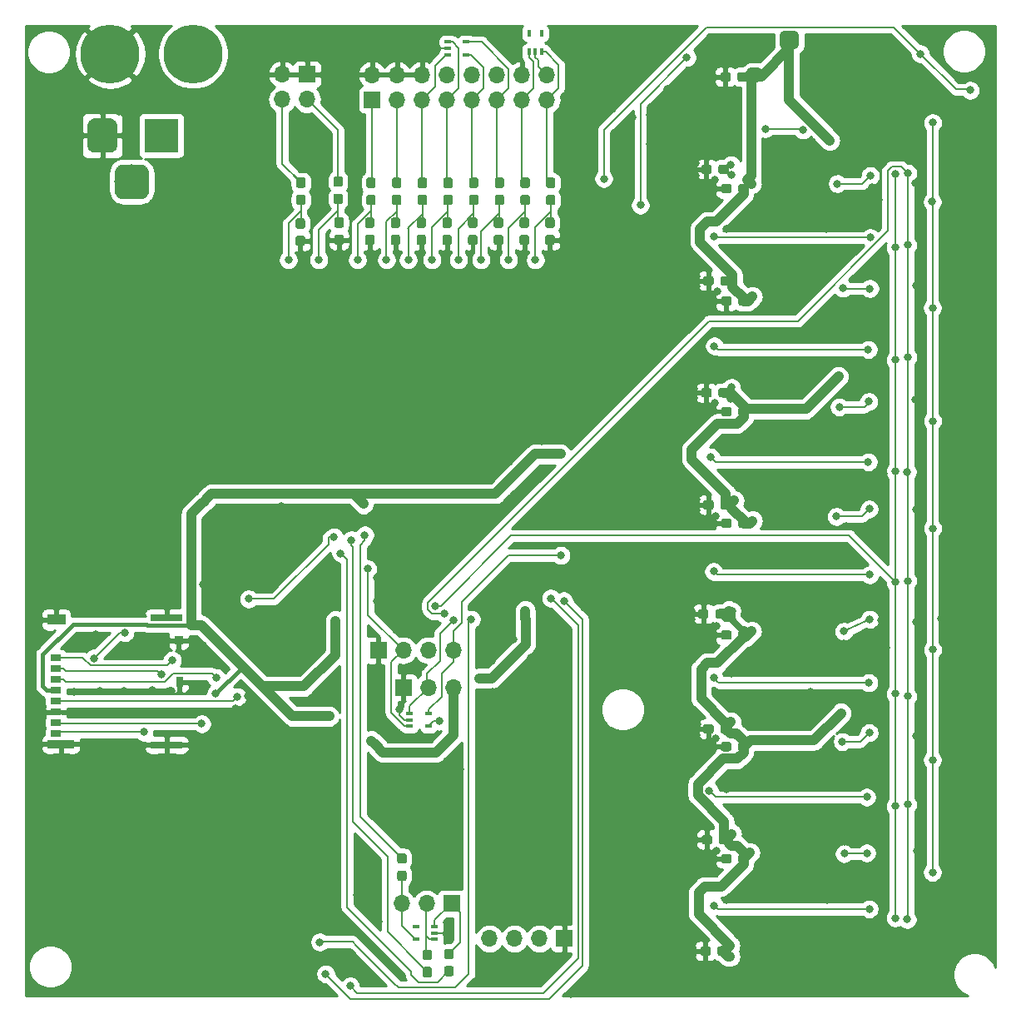
<source format=gbr>
G04 #@! TF.GenerationSoftware,KiCad,Pcbnew,(5.1.0)-1*
G04 #@! TF.CreationDate,2019-05-24T17:58:47+02:00*
G04 #@! TF.ProjectId,TiN_analog_sensor_emulation,54694e5f-616e-4616-9c6f-675f73656e73,rev?*
G04 #@! TF.SameCoordinates,Original*
G04 #@! TF.FileFunction,Copper,L2,Bot*
G04 #@! TF.FilePolarity,Positive*
%FSLAX46Y46*%
G04 Gerber Fmt 4.6, Leading zero omitted, Abs format (unit mm)*
G04 Created by KiCad (PCBNEW (5.1.0)-1) date 2019-05-24 17:58:47*
%MOMM*%
%LPD*%
G04 APERTURE LIST*
%ADD10R,0.780000X1.050000*%
%ADD11R,0.930000X0.900000*%
%ADD12R,3.330000X0.700000*%
%ADD13R,2.800000X0.860000*%
%ADD14R,1.830000X1.140000*%
%ADD15R,1.100000X0.700000*%
%ADD16O,1.700000X1.700000*%
%ADD17R,1.700000X1.700000*%
%ADD18C,5.999480*%
%ADD19R,0.650000X0.400000*%
%ADD20R,0.400000X0.650000*%
%ADD21C,0.100000*%
%ADD22C,0.950000*%
%ADD23C,3.500000*%
%ADD24C,3.000000*%
%ADD25R,3.500000X3.500000*%
%ADD26C,0.800000*%
%ADD27C,0.200000*%
%ADD28C,1.000000*%
%ADD29C,0.400000*%
%ADD30C,0.700000*%
%ADD31C,0.254000*%
G04 APERTURE END LIST*
D10*
X111309000Y-117443000D03*
D11*
X111234000Y-113178000D03*
D12*
X110034000Y-123828000D03*
X110034000Y-110868000D03*
D13*
X99269000Y-123748000D03*
D14*
X98784000Y-111088000D03*
D15*
X98769000Y-122668000D03*
X98769000Y-121568000D03*
X98769000Y-120468000D03*
X98769000Y-119368000D03*
X98769000Y-118268000D03*
X98769000Y-117168000D03*
X98769000Y-116068000D03*
X98769000Y-114968000D03*
D16*
X121767600Y-58166000D03*
X121767600Y-55626000D03*
X124307600Y-58166000D03*
D17*
X124307600Y-55626000D03*
D18*
X112712500Y-53530500D03*
X104267000Y-53530500D03*
D16*
X133921500Y-139954000D03*
X136461500Y-139954000D03*
D17*
X139001500Y-139954000D03*
D19*
X136649500Y-121935000D03*
X136649500Y-120635000D03*
X134749500Y-121285000D03*
X134749500Y-120635000D03*
X134749500Y-121935000D03*
X140497600Y-53634400D03*
X140497600Y-52334400D03*
X138597600Y-52984400D03*
X138597600Y-52334400D03*
X138597600Y-53634400D03*
D20*
X148173200Y-51450200D03*
X146873200Y-51450200D03*
X147523200Y-53350200D03*
X146873200Y-53350200D03*
X148173200Y-53350200D03*
D16*
X139166600Y-114198400D03*
X136626600Y-114198400D03*
X134086600Y-114198400D03*
D17*
X131546600Y-114198400D03*
D16*
X148691600Y-55676800D03*
X148691600Y-58216800D03*
X146151600Y-55676800D03*
X146151600Y-58216800D03*
X143611600Y-55676800D03*
X143611600Y-58216800D03*
X141071600Y-55676800D03*
X141071600Y-58216800D03*
X138531600Y-55676800D03*
X138531600Y-58216800D03*
X135991600Y-55676800D03*
X135991600Y-58216800D03*
X133451600Y-55676800D03*
X133451600Y-58216800D03*
X130911600Y-55676800D03*
D17*
X130911600Y-58216800D03*
D21*
G36*
X138995579Y-144549544D02*
G01*
X139018634Y-144552963D01*
X139041243Y-144558627D01*
X139063187Y-144566479D01*
X139084257Y-144576444D01*
X139104248Y-144588426D01*
X139122968Y-144602310D01*
X139140238Y-144617962D01*
X139155890Y-144635232D01*
X139169774Y-144653952D01*
X139181756Y-144673943D01*
X139191721Y-144695013D01*
X139199573Y-144716957D01*
X139205237Y-144739566D01*
X139208656Y-144762621D01*
X139209800Y-144785900D01*
X139209800Y-145360900D01*
X139208656Y-145384179D01*
X139205237Y-145407234D01*
X139199573Y-145429843D01*
X139191721Y-145451787D01*
X139181756Y-145472857D01*
X139169774Y-145492848D01*
X139155890Y-145511568D01*
X139140238Y-145528838D01*
X139122968Y-145544490D01*
X139104248Y-145558374D01*
X139084257Y-145570356D01*
X139063187Y-145580321D01*
X139041243Y-145588173D01*
X139018634Y-145593837D01*
X138995579Y-145597256D01*
X138972300Y-145598400D01*
X138497300Y-145598400D01*
X138474021Y-145597256D01*
X138450966Y-145593837D01*
X138428357Y-145588173D01*
X138406413Y-145580321D01*
X138385343Y-145570356D01*
X138365352Y-145558374D01*
X138346632Y-145544490D01*
X138329362Y-145528838D01*
X138313710Y-145511568D01*
X138299826Y-145492848D01*
X138287844Y-145472857D01*
X138277879Y-145451787D01*
X138270027Y-145429843D01*
X138264363Y-145407234D01*
X138260944Y-145384179D01*
X138259800Y-145360900D01*
X138259800Y-144785900D01*
X138260944Y-144762621D01*
X138264363Y-144739566D01*
X138270027Y-144716957D01*
X138277879Y-144695013D01*
X138287844Y-144673943D01*
X138299826Y-144653952D01*
X138313710Y-144635232D01*
X138329362Y-144617962D01*
X138346632Y-144602310D01*
X138365352Y-144588426D01*
X138385343Y-144576444D01*
X138406413Y-144566479D01*
X138428357Y-144558627D01*
X138450966Y-144552963D01*
X138474021Y-144549544D01*
X138497300Y-144548400D01*
X138972300Y-144548400D01*
X138995579Y-144549544D01*
X138995579Y-144549544D01*
G37*
D22*
X138734800Y-145073400D03*
D21*
G36*
X138995579Y-146299544D02*
G01*
X139018634Y-146302963D01*
X139041243Y-146308627D01*
X139063187Y-146316479D01*
X139084257Y-146326444D01*
X139104248Y-146338426D01*
X139122968Y-146352310D01*
X139140238Y-146367962D01*
X139155890Y-146385232D01*
X139169774Y-146403952D01*
X139181756Y-146423943D01*
X139191721Y-146445013D01*
X139199573Y-146466957D01*
X139205237Y-146489566D01*
X139208656Y-146512621D01*
X139209800Y-146535900D01*
X139209800Y-147110900D01*
X139208656Y-147134179D01*
X139205237Y-147157234D01*
X139199573Y-147179843D01*
X139191721Y-147201787D01*
X139181756Y-147222857D01*
X139169774Y-147242848D01*
X139155890Y-147261568D01*
X139140238Y-147278838D01*
X139122968Y-147294490D01*
X139104248Y-147308374D01*
X139084257Y-147320356D01*
X139063187Y-147330321D01*
X139041243Y-147338173D01*
X139018634Y-147343837D01*
X138995579Y-147347256D01*
X138972300Y-147348400D01*
X138497300Y-147348400D01*
X138474021Y-147347256D01*
X138450966Y-147343837D01*
X138428357Y-147338173D01*
X138406413Y-147330321D01*
X138385343Y-147320356D01*
X138365352Y-147308374D01*
X138346632Y-147294490D01*
X138329362Y-147278838D01*
X138313710Y-147261568D01*
X138299826Y-147242848D01*
X138287844Y-147222857D01*
X138277879Y-147201787D01*
X138270027Y-147179843D01*
X138264363Y-147157234D01*
X138260944Y-147134179D01*
X138259800Y-147110900D01*
X138259800Y-146535900D01*
X138260944Y-146512621D01*
X138264363Y-146489566D01*
X138270027Y-146466957D01*
X138277879Y-146445013D01*
X138287844Y-146423943D01*
X138299826Y-146403952D01*
X138313710Y-146385232D01*
X138329362Y-146367962D01*
X138346632Y-146352310D01*
X138365352Y-146338426D01*
X138385343Y-146326444D01*
X138406413Y-146316479D01*
X138428357Y-146308627D01*
X138450966Y-146302963D01*
X138474021Y-146299544D01*
X138497300Y-146298400D01*
X138972300Y-146298400D01*
X138995579Y-146299544D01*
X138995579Y-146299544D01*
G37*
D22*
X138734800Y-146823400D03*
D21*
G36*
X136785779Y-146401144D02*
G01*
X136808834Y-146404563D01*
X136831443Y-146410227D01*
X136853387Y-146418079D01*
X136874457Y-146428044D01*
X136894448Y-146440026D01*
X136913168Y-146453910D01*
X136930438Y-146469562D01*
X136946090Y-146486832D01*
X136959974Y-146505552D01*
X136971956Y-146525543D01*
X136981921Y-146546613D01*
X136989773Y-146568557D01*
X136995437Y-146591166D01*
X136998856Y-146614221D01*
X137000000Y-146637500D01*
X137000000Y-147212500D01*
X136998856Y-147235779D01*
X136995437Y-147258834D01*
X136989773Y-147281443D01*
X136981921Y-147303387D01*
X136971956Y-147324457D01*
X136959974Y-147344448D01*
X136946090Y-147363168D01*
X136930438Y-147380438D01*
X136913168Y-147396090D01*
X136894448Y-147409974D01*
X136874457Y-147421956D01*
X136853387Y-147431921D01*
X136831443Y-147439773D01*
X136808834Y-147445437D01*
X136785779Y-147448856D01*
X136762500Y-147450000D01*
X136287500Y-147450000D01*
X136264221Y-147448856D01*
X136241166Y-147445437D01*
X136218557Y-147439773D01*
X136196613Y-147431921D01*
X136175543Y-147421956D01*
X136155552Y-147409974D01*
X136136832Y-147396090D01*
X136119562Y-147380438D01*
X136103910Y-147363168D01*
X136090026Y-147344448D01*
X136078044Y-147324457D01*
X136068079Y-147303387D01*
X136060227Y-147281443D01*
X136054563Y-147258834D01*
X136051144Y-147235779D01*
X136050000Y-147212500D01*
X136050000Y-146637500D01*
X136051144Y-146614221D01*
X136054563Y-146591166D01*
X136060227Y-146568557D01*
X136068079Y-146546613D01*
X136078044Y-146525543D01*
X136090026Y-146505552D01*
X136103910Y-146486832D01*
X136119562Y-146469562D01*
X136136832Y-146453910D01*
X136155552Y-146440026D01*
X136175543Y-146428044D01*
X136196613Y-146418079D01*
X136218557Y-146410227D01*
X136241166Y-146404563D01*
X136264221Y-146401144D01*
X136287500Y-146400000D01*
X136762500Y-146400000D01*
X136785779Y-146401144D01*
X136785779Y-146401144D01*
G37*
D22*
X136525000Y-146925000D03*
D21*
G36*
X136785779Y-144651144D02*
G01*
X136808834Y-144654563D01*
X136831443Y-144660227D01*
X136853387Y-144668079D01*
X136874457Y-144678044D01*
X136894448Y-144690026D01*
X136913168Y-144703910D01*
X136930438Y-144719562D01*
X136946090Y-144736832D01*
X136959974Y-144755552D01*
X136971956Y-144775543D01*
X136981921Y-144796613D01*
X136989773Y-144818557D01*
X136995437Y-144841166D01*
X136998856Y-144864221D01*
X137000000Y-144887500D01*
X137000000Y-145462500D01*
X136998856Y-145485779D01*
X136995437Y-145508834D01*
X136989773Y-145531443D01*
X136981921Y-145553387D01*
X136971956Y-145574457D01*
X136959974Y-145594448D01*
X136946090Y-145613168D01*
X136930438Y-145630438D01*
X136913168Y-145646090D01*
X136894448Y-145659974D01*
X136874457Y-145671956D01*
X136853387Y-145681921D01*
X136831443Y-145689773D01*
X136808834Y-145695437D01*
X136785779Y-145698856D01*
X136762500Y-145700000D01*
X136287500Y-145700000D01*
X136264221Y-145698856D01*
X136241166Y-145695437D01*
X136218557Y-145689773D01*
X136196613Y-145681921D01*
X136175543Y-145671956D01*
X136155552Y-145659974D01*
X136136832Y-145646090D01*
X136119562Y-145630438D01*
X136103910Y-145613168D01*
X136090026Y-145594448D01*
X136078044Y-145574457D01*
X136068079Y-145553387D01*
X136060227Y-145531443D01*
X136054563Y-145508834D01*
X136051144Y-145485779D01*
X136050000Y-145462500D01*
X136050000Y-144887500D01*
X136051144Y-144864221D01*
X136054563Y-144841166D01*
X136060227Y-144818557D01*
X136068079Y-144796613D01*
X136078044Y-144775543D01*
X136090026Y-144755552D01*
X136103910Y-144736832D01*
X136119562Y-144719562D01*
X136136832Y-144703910D01*
X136155552Y-144690026D01*
X136175543Y-144678044D01*
X136196613Y-144668079D01*
X136218557Y-144660227D01*
X136241166Y-144654563D01*
X136264221Y-144651144D01*
X136287500Y-144650000D01*
X136762500Y-144650000D01*
X136785779Y-144651144D01*
X136785779Y-144651144D01*
G37*
D22*
X136525000Y-145175000D03*
D21*
G36*
X134220379Y-134846744D02*
G01*
X134243434Y-134850163D01*
X134266043Y-134855827D01*
X134287987Y-134863679D01*
X134309057Y-134873644D01*
X134329048Y-134885626D01*
X134347768Y-134899510D01*
X134365038Y-134915162D01*
X134380690Y-134932432D01*
X134394574Y-134951152D01*
X134406556Y-134971143D01*
X134416521Y-134992213D01*
X134424373Y-135014157D01*
X134430037Y-135036766D01*
X134433456Y-135059821D01*
X134434600Y-135083100D01*
X134434600Y-135658100D01*
X134433456Y-135681379D01*
X134430037Y-135704434D01*
X134424373Y-135727043D01*
X134416521Y-135748987D01*
X134406556Y-135770057D01*
X134394574Y-135790048D01*
X134380690Y-135808768D01*
X134365038Y-135826038D01*
X134347768Y-135841690D01*
X134329048Y-135855574D01*
X134309057Y-135867556D01*
X134287987Y-135877521D01*
X134266043Y-135885373D01*
X134243434Y-135891037D01*
X134220379Y-135894456D01*
X134197100Y-135895600D01*
X133722100Y-135895600D01*
X133698821Y-135894456D01*
X133675766Y-135891037D01*
X133653157Y-135885373D01*
X133631213Y-135877521D01*
X133610143Y-135867556D01*
X133590152Y-135855574D01*
X133571432Y-135841690D01*
X133554162Y-135826038D01*
X133538510Y-135808768D01*
X133524626Y-135790048D01*
X133512644Y-135770057D01*
X133502679Y-135748987D01*
X133494827Y-135727043D01*
X133489163Y-135704434D01*
X133485744Y-135681379D01*
X133484600Y-135658100D01*
X133484600Y-135083100D01*
X133485744Y-135059821D01*
X133489163Y-135036766D01*
X133494827Y-135014157D01*
X133502679Y-134992213D01*
X133512644Y-134971143D01*
X133524626Y-134951152D01*
X133538510Y-134932432D01*
X133554162Y-134915162D01*
X133571432Y-134899510D01*
X133590152Y-134885626D01*
X133610143Y-134873644D01*
X133631213Y-134863679D01*
X133653157Y-134855827D01*
X133675766Y-134850163D01*
X133698821Y-134846744D01*
X133722100Y-134845600D01*
X134197100Y-134845600D01*
X134220379Y-134846744D01*
X134220379Y-134846744D01*
G37*
D22*
X133959600Y-135370600D03*
D21*
G36*
X134220379Y-136596744D02*
G01*
X134243434Y-136600163D01*
X134266043Y-136605827D01*
X134287987Y-136613679D01*
X134309057Y-136623644D01*
X134329048Y-136635626D01*
X134347768Y-136649510D01*
X134365038Y-136665162D01*
X134380690Y-136682432D01*
X134394574Y-136701152D01*
X134406556Y-136721143D01*
X134416521Y-136742213D01*
X134424373Y-136764157D01*
X134430037Y-136786766D01*
X134433456Y-136809821D01*
X134434600Y-136833100D01*
X134434600Y-137408100D01*
X134433456Y-137431379D01*
X134430037Y-137454434D01*
X134424373Y-137477043D01*
X134416521Y-137498987D01*
X134406556Y-137520057D01*
X134394574Y-137540048D01*
X134380690Y-137558768D01*
X134365038Y-137576038D01*
X134347768Y-137591690D01*
X134329048Y-137605574D01*
X134309057Y-137617556D01*
X134287987Y-137627521D01*
X134266043Y-137635373D01*
X134243434Y-137641037D01*
X134220379Y-137644456D01*
X134197100Y-137645600D01*
X133722100Y-137645600D01*
X133698821Y-137644456D01*
X133675766Y-137641037D01*
X133653157Y-137635373D01*
X133631213Y-137627521D01*
X133610143Y-137617556D01*
X133590152Y-137605574D01*
X133571432Y-137591690D01*
X133554162Y-137576038D01*
X133538510Y-137558768D01*
X133524626Y-137540048D01*
X133512644Y-137520057D01*
X133502679Y-137498987D01*
X133494827Y-137477043D01*
X133489163Y-137454434D01*
X133485744Y-137431379D01*
X133484600Y-137408100D01*
X133484600Y-136833100D01*
X133485744Y-136809821D01*
X133489163Y-136786766D01*
X133494827Y-136764157D01*
X133502679Y-136742213D01*
X133512644Y-136721143D01*
X133524626Y-136701152D01*
X133538510Y-136682432D01*
X133554162Y-136665162D01*
X133571432Y-136649510D01*
X133590152Y-136635626D01*
X133610143Y-136623644D01*
X133631213Y-136613679D01*
X133653157Y-136605827D01*
X133675766Y-136600163D01*
X133698821Y-136596744D01*
X133722100Y-136595600D01*
X134197100Y-136595600D01*
X134220379Y-136596744D01*
X134220379Y-136596744D01*
G37*
D22*
X133959600Y-137120600D03*
D21*
G36*
X130931079Y-71941044D02*
G01*
X130954134Y-71944463D01*
X130976743Y-71950127D01*
X130998687Y-71957979D01*
X131019757Y-71967944D01*
X131039748Y-71979926D01*
X131058468Y-71993810D01*
X131075738Y-72009462D01*
X131091390Y-72026732D01*
X131105274Y-72045452D01*
X131117256Y-72065443D01*
X131127221Y-72086513D01*
X131135073Y-72108457D01*
X131140737Y-72131066D01*
X131144156Y-72154121D01*
X131145300Y-72177400D01*
X131145300Y-72752400D01*
X131144156Y-72775679D01*
X131140737Y-72798734D01*
X131135073Y-72821343D01*
X131127221Y-72843287D01*
X131117256Y-72864357D01*
X131105274Y-72884348D01*
X131091390Y-72903068D01*
X131075738Y-72920338D01*
X131058468Y-72935990D01*
X131039748Y-72949874D01*
X131019757Y-72961856D01*
X130998687Y-72971821D01*
X130976743Y-72979673D01*
X130954134Y-72985337D01*
X130931079Y-72988756D01*
X130907800Y-72989900D01*
X130432800Y-72989900D01*
X130409521Y-72988756D01*
X130386466Y-72985337D01*
X130363857Y-72979673D01*
X130341913Y-72971821D01*
X130320843Y-72961856D01*
X130300852Y-72949874D01*
X130282132Y-72935990D01*
X130264862Y-72920338D01*
X130249210Y-72903068D01*
X130235326Y-72884348D01*
X130223344Y-72864357D01*
X130213379Y-72843287D01*
X130205527Y-72821343D01*
X130199863Y-72798734D01*
X130196444Y-72775679D01*
X130195300Y-72752400D01*
X130195300Y-72177400D01*
X130196444Y-72154121D01*
X130199863Y-72131066D01*
X130205527Y-72108457D01*
X130213379Y-72086513D01*
X130223344Y-72065443D01*
X130235326Y-72045452D01*
X130249210Y-72026732D01*
X130264862Y-72009462D01*
X130282132Y-71993810D01*
X130300852Y-71979926D01*
X130320843Y-71967944D01*
X130341913Y-71957979D01*
X130363857Y-71950127D01*
X130386466Y-71944463D01*
X130409521Y-71941044D01*
X130432800Y-71939900D01*
X130907800Y-71939900D01*
X130931079Y-71941044D01*
X130931079Y-71941044D01*
G37*
D22*
X130670300Y-72464900D03*
D21*
G36*
X130931079Y-70191044D02*
G01*
X130954134Y-70194463D01*
X130976743Y-70200127D01*
X130998687Y-70207979D01*
X131019757Y-70217944D01*
X131039748Y-70229926D01*
X131058468Y-70243810D01*
X131075738Y-70259462D01*
X131091390Y-70276732D01*
X131105274Y-70295452D01*
X131117256Y-70315443D01*
X131127221Y-70336513D01*
X131135073Y-70358457D01*
X131140737Y-70381066D01*
X131144156Y-70404121D01*
X131145300Y-70427400D01*
X131145300Y-71002400D01*
X131144156Y-71025679D01*
X131140737Y-71048734D01*
X131135073Y-71071343D01*
X131127221Y-71093287D01*
X131117256Y-71114357D01*
X131105274Y-71134348D01*
X131091390Y-71153068D01*
X131075738Y-71170338D01*
X131058468Y-71185990D01*
X131039748Y-71199874D01*
X131019757Y-71211856D01*
X130998687Y-71221821D01*
X130976743Y-71229673D01*
X130954134Y-71235337D01*
X130931079Y-71238756D01*
X130907800Y-71239900D01*
X130432800Y-71239900D01*
X130409521Y-71238756D01*
X130386466Y-71235337D01*
X130363857Y-71229673D01*
X130341913Y-71221821D01*
X130320843Y-71211856D01*
X130300852Y-71199874D01*
X130282132Y-71185990D01*
X130264862Y-71170338D01*
X130249210Y-71153068D01*
X130235326Y-71134348D01*
X130223344Y-71114357D01*
X130213379Y-71093287D01*
X130205527Y-71071343D01*
X130199863Y-71048734D01*
X130196444Y-71025679D01*
X130195300Y-71002400D01*
X130195300Y-70427400D01*
X130196444Y-70404121D01*
X130199863Y-70381066D01*
X130205527Y-70358457D01*
X130213379Y-70336513D01*
X130223344Y-70315443D01*
X130235326Y-70295452D01*
X130249210Y-70276732D01*
X130264862Y-70259462D01*
X130282132Y-70243810D01*
X130300852Y-70229926D01*
X130320843Y-70217944D01*
X130341913Y-70207979D01*
X130363857Y-70200127D01*
X130386466Y-70194463D01*
X130409521Y-70191044D01*
X130432800Y-70189900D01*
X130907800Y-70189900D01*
X130931079Y-70191044D01*
X130931079Y-70191044D01*
G37*
D22*
X130670300Y-70714900D03*
D21*
G36*
X131070779Y-67877044D02*
G01*
X131093834Y-67880463D01*
X131116443Y-67886127D01*
X131138387Y-67893979D01*
X131159457Y-67903944D01*
X131179448Y-67915926D01*
X131198168Y-67929810D01*
X131215438Y-67945462D01*
X131231090Y-67962732D01*
X131244974Y-67981452D01*
X131256956Y-68001443D01*
X131266921Y-68022513D01*
X131274773Y-68044457D01*
X131280437Y-68067066D01*
X131283856Y-68090121D01*
X131285000Y-68113400D01*
X131285000Y-68688400D01*
X131283856Y-68711679D01*
X131280437Y-68734734D01*
X131274773Y-68757343D01*
X131266921Y-68779287D01*
X131256956Y-68800357D01*
X131244974Y-68820348D01*
X131231090Y-68839068D01*
X131215438Y-68856338D01*
X131198168Y-68871990D01*
X131179448Y-68885874D01*
X131159457Y-68897856D01*
X131138387Y-68907821D01*
X131116443Y-68915673D01*
X131093834Y-68921337D01*
X131070779Y-68924756D01*
X131047500Y-68925900D01*
X130572500Y-68925900D01*
X130549221Y-68924756D01*
X130526166Y-68921337D01*
X130503557Y-68915673D01*
X130481613Y-68907821D01*
X130460543Y-68897856D01*
X130440552Y-68885874D01*
X130421832Y-68871990D01*
X130404562Y-68856338D01*
X130388910Y-68839068D01*
X130375026Y-68820348D01*
X130363044Y-68800357D01*
X130353079Y-68779287D01*
X130345227Y-68757343D01*
X130339563Y-68734734D01*
X130336144Y-68711679D01*
X130335000Y-68688400D01*
X130335000Y-68113400D01*
X130336144Y-68090121D01*
X130339563Y-68067066D01*
X130345227Y-68044457D01*
X130353079Y-68022513D01*
X130363044Y-68001443D01*
X130375026Y-67981452D01*
X130388910Y-67962732D01*
X130404562Y-67945462D01*
X130421832Y-67929810D01*
X130440552Y-67915926D01*
X130460543Y-67903944D01*
X130481613Y-67893979D01*
X130503557Y-67886127D01*
X130526166Y-67880463D01*
X130549221Y-67877044D01*
X130572500Y-67875900D01*
X131047500Y-67875900D01*
X131070779Y-67877044D01*
X131070779Y-67877044D01*
G37*
D22*
X130810000Y-68400900D03*
D21*
G36*
X131070779Y-66127044D02*
G01*
X131093834Y-66130463D01*
X131116443Y-66136127D01*
X131138387Y-66143979D01*
X131159457Y-66153944D01*
X131179448Y-66165926D01*
X131198168Y-66179810D01*
X131215438Y-66195462D01*
X131231090Y-66212732D01*
X131244974Y-66231452D01*
X131256956Y-66251443D01*
X131266921Y-66272513D01*
X131274773Y-66294457D01*
X131280437Y-66317066D01*
X131283856Y-66340121D01*
X131285000Y-66363400D01*
X131285000Y-66938400D01*
X131283856Y-66961679D01*
X131280437Y-66984734D01*
X131274773Y-67007343D01*
X131266921Y-67029287D01*
X131256956Y-67050357D01*
X131244974Y-67070348D01*
X131231090Y-67089068D01*
X131215438Y-67106338D01*
X131198168Y-67121990D01*
X131179448Y-67135874D01*
X131159457Y-67147856D01*
X131138387Y-67157821D01*
X131116443Y-67165673D01*
X131093834Y-67171337D01*
X131070779Y-67174756D01*
X131047500Y-67175900D01*
X130572500Y-67175900D01*
X130549221Y-67174756D01*
X130526166Y-67171337D01*
X130503557Y-67165673D01*
X130481613Y-67157821D01*
X130460543Y-67147856D01*
X130440552Y-67135874D01*
X130421832Y-67121990D01*
X130404562Y-67106338D01*
X130388910Y-67089068D01*
X130375026Y-67070348D01*
X130363044Y-67050357D01*
X130353079Y-67029287D01*
X130345227Y-67007343D01*
X130339563Y-66984734D01*
X130336144Y-66961679D01*
X130335000Y-66938400D01*
X130335000Y-66363400D01*
X130336144Y-66340121D01*
X130339563Y-66317066D01*
X130345227Y-66294457D01*
X130353079Y-66272513D01*
X130363044Y-66251443D01*
X130375026Y-66231452D01*
X130388910Y-66212732D01*
X130404562Y-66195462D01*
X130421832Y-66179810D01*
X130440552Y-66165926D01*
X130460543Y-66153944D01*
X130481613Y-66143979D01*
X130503557Y-66136127D01*
X130526166Y-66130463D01*
X130549221Y-66127044D01*
X130572500Y-66125900D01*
X131047500Y-66125900D01*
X131070779Y-66127044D01*
X131070779Y-66127044D01*
G37*
D22*
X130810000Y-66650900D03*
D21*
G36*
X133552721Y-71941044D02*
G01*
X133575776Y-71944463D01*
X133598385Y-71950127D01*
X133620329Y-71957979D01*
X133641399Y-71967944D01*
X133661390Y-71979926D01*
X133680110Y-71993810D01*
X133697380Y-72009462D01*
X133713032Y-72026732D01*
X133726916Y-72045452D01*
X133738898Y-72065443D01*
X133748863Y-72086513D01*
X133756715Y-72108457D01*
X133762379Y-72131066D01*
X133765798Y-72154121D01*
X133766942Y-72177400D01*
X133766942Y-72752400D01*
X133765798Y-72775679D01*
X133762379Y-72798734D01*
X133756715Y-72821343D01*
X133748863Y-72843287D01*
X133738898Y-72864357D01*
X133726916Y-72884348D01*
X133713032Y-72903068D01*
X133697380Y-72920338D01*
X133680110Y-72935990D01*
X133661390Y-72949874D01*
X133641399Y-72961856D01*
X133620329Y-72971821D01*
X133598385Y-72979673D01*
X133575776Y-72985337D01*
X133552721Y-72988756D01*
X133529442Y-72989900D01*
X133054442Y-72989900D01*
X133031163Y-72988756D01*
X133008108Y-72985337D01*
X132985499Y-72979673D01*
X132963555Y-72971821D01*
X132942485Y-72961856D01*
X132922494Y-72949874D01*
X132903774Y-72935990D01*
X132886504Y-72920338D01*
X132870852Y-72903068D01*
X132856968Y-72884348D01*
X132844986Y-72864357D01*
X132835021Y-72843287D01*
X132827169Y-72821343D01*
X132821505Y-72798734D01*
X132818086Y-72775679D01*
X132816942Y-72752400D01*
X132816942Y-72177400D01*
X132818086Y-72154121D01*
X132821505Y-72131066D01*
X132827169Y-72108457D01*
X132835021Y-72086513D01*
X132844986Y-72065443D01*
X132856968Y-72045452D01*
X132870852Y-72026732D01*
X132886504Y-72009462D01*
X132903774Y-71993810D01*
X132922494Y-71979926D01*
X132942485Y-71967944D01*
X132963555Y-71957979D01*
X132985499Y-71950127D01*
X133008108Y-71944463D01*
X133031163Y-71941044D01*
X133054442Y-71939900D01*
X133529442Y-71939900D01*
X133552721Y-71941044D01*
X133552721Y-71941044D01*
G37*
D22*
X133291942Y-72464900D03*
D21*
G36*
X133552721Y-70191044D02*
G01*
X133575776Y-70194463D01*
X133598385Y-70200127D01*
X133620329Y-70207979D01*
X133641399Y-70217944D01*
X133661390Y-70229926D01*
X133680110Y-70243810D01*
X133697380Y-70259462D01*
X133713032Y-70276732D01*
X133726916Y-70295452D01*
X133738898Y-70315443D01*
X133748863Y-70336513D01*
X133756715Y-70358457D01*
X133762379Y-70381066D01*
X133765798Y-70404121D01*
X133766942Y-70427400D01*
X133766942Y-71002400D01*
X133765798Y-71025679D01*
X133762379Y-71048734D01*
X133756715Y-71071343D01*
X133748863Y-71093287D01*
X133738898Y-71114357D01*
X133726916Y-71134348D01*
X133713032Y-71153068D01*
X133697380Y-71170338D01*
X133680110Y-71185990D01*
X133661390Y-71199874D01*
X133641399Y-71211856D01*
X133620329Y-71221821D01*
X133598385Y-71229673D01*
X133575776Y-71235337D01*
X133552721Y-71238756D01*
X133529442Y-71239900D01*
X133054442Y-71239900D01*
X133031163Y-71238756D01*
X133008108Y-71235337D01*
X132985499Y-71229673D01*
X132963555Y-71221821D01*
X132942485Y-71211856D01*
X132922494Y-71199874D01*
X132903774Y-71185990D01*
X132886504Y-71170338D01*
X132870852Y-71153068D01*
X132856968Y-71134348D01*
X132844986Y-71114357D01*
X132835021Y-71093287D01*
X132827169Y-71071343D01*
X132821505Y-71048734D01*
X132818086Y-71025679D01*
X132816942Y-71002400D01*
X132816942Y-70427400D01*
X132818086Y-70404121D01*
X132821505Y-70381066D01*
X132827169Y-70358457D01*
X132835021Y-70336513D01*
X132844986Y-70315443D01*
X132856968Y-70295452D01*
X132870852Y-70276732D01*
X132886504Y-70259462D01*
X132903774Y-70243810D01*
X132922494Y-70229926D01*
X132942485Y-70217944D01*
X132963555Y-70207979D01*
X132985499Y-70200127D01*
X133008108Y-70194463D01*
X133031163Y-70191044D01*
X133054442Y-70189900D01*
X133529442Y-70189900D01*
X133552721Y-70191044D01*
X133552721Y-70191044D01*
G37*
D22*
X133291942Y-70714900D03*
D21*
G36*
X133683350Y-67877044D02*
G01*
X133706405Y-67880463D01*
X133729014Y-67886127D01*
X133750958Y-67893979D01*
X133772028Y-67903944D01*
X133792019Y-67915926D01*
X133810739Y-67929810D01*
X133828009Y-67945462D01*
X133843661Y-67962732D01*
X133857545Y-67981452D01*
X133869527Y-68001443D01*
X133879492Y-68022513D01*
X133887344Y-68044457D01*
X133893008Y-68067066D01*
X133896427Y-68090121D01*
X133897571Y-68113400D01*
X133897571Y-68688400D01*
X133896427Y-68711679D01*
X133893008Y-68734734D01*
X133887344Y-68757343D01*
X133879492Y-68779287D01*
X133869527Y-68800357D01*
X133857545Y-68820348D01*
X133843661Y-68839068D01*
X133828009Y-68856338D01*
X133810739Y-68871990D01*
X133792019Y-68885874D01*
X133772028Y-68897856D01*
X133750958Y-68907821D01*
X133729014Y-68915673D01*
X133706405Y-68921337D01*
X133683350Y-68924756D01*
X133660071Y-68925900D01*
X133185071Y-68925900D01*
X133161792Y-68924756D01*
X133138737Y-68921337D01*
X133116128Y-68915673D01*
X133094184Y-68907821D01*
X133073114Y-68897856D01*
X133053123Y-68885874D01*
X133034403Y-68871990D01*
X133017133Y-68856338D01*
X133001481Y-68839068D01*
X132987597Y-68820348D01*
X132975615Y-68800357D01*
X132965650Y-68779287D01*
X132957798Y-68757343D01*
X132952134Y-68734734D01*
X132948715Y-68711679D01*
X132947571Y-68688400D01*
X132947571Y-68113400D01*
X132948715Y-68090121D01*
X132952134Y-68067066D01*
X132957798Y-68044457D01*
X132965650Y-68022513D01*
X132975615Y-68001443D01*
X132987597Y-67981452D01*
X133001481Y-67962732D01*
X133017133Y-67945462D01*
X133034403Y-67929810D01*
X133053123Y-67915926D01*
X133073114Y-67903944D01*
X133094184Y-67893979D01*
X133116128Y-67886127D01*
X133138737Y-67880463D01*
X133161792Y-67877044D01*
X133185071Y-67875900D01*
X133660071Y-67875900D01*
X133683350Y-67877044D01*
X133683350Y-67877044D01*
G37*
D22*
X133422571Y-68400900D03*
D21*
G36*
X133683350Y-66127044D02*
G01*
X133706405Y-66130463D01*
X133729014Y-66136127D01*
X133750958Y-66143979D01*
X133772028Y-66153944D01*
X133792019Y-66165926D01*
X133810739Y-66179810D01*
X133828009Y-66195462D01*
X133843661Y-66212732D01*
X133857545Y-66231452D01*
X133869527Y-66251443D01*
X133879492Y-66272513D01*
X133887344Y-66294457D01*
X133893008Y-66317066D01*
X133896427Y-66340121D01*
X133897571Y-66363400D01*
X133897571Y-66938400D01*
X133896427Y-66961679D01*
X133893008Y-66984734D01*
X133887344Y-67007343D01*
X133879492Y-67029287D01*
X133869527Y-67050357D01*
X133857545Y-67070348D01*
X133843661Y-67089068D01*
X133828009Y-67106338D01*
X133810739Y-67121990D01*
X133792019Y-67135874D01*
X133772028Y-67147856D01*
X133750958Y-67157821D01*
X133729014Y-67165673D01*
X133706405Y-67171337D01*
X133683350Y-67174756D01*
X133660071Y-67175900D01*
X133185071Y-67175900D01*
X133161792Y-67174756D01*
X133138737Y-67171337D01*
X133116128Y-67165673D01*
X133094184Y-67157821D01*
X133073114Y-67147856D01*
X133053123Y-67135874D01*
X133034403Y-67121990D01*
X133017133Y-67106338D01*
X133001481Y-67089068D01*
X132987597Y-67070348D01*
X132975615Y-67050357D01*
X132965650Y-67029287D01*
X132957798Y-67007343D01*
X132952134Y-66984734D01*
X132948715Y-66961679D01*
X132947571Y-66938400D01*
X132947571Y-66363400D01*
X132948715Y-66340121D01*
X132952134Y-66317066D01*
X132957798Y-66294457D01*
X132965650Y-66272513D01*
X132975615Y-66251443D01*
X132987597Y-66231452D01*
X133001481Y-66212732D01*
X133017133Y-66195462D01*
X133034403Y-66179810D01*
X133053123Y-66165926D01*
X133073114Y-66153944D01*
X133094184Y-66143979D01*
X133116128Y-66136127D01*
X133138737Y-66130463D01*
X133161792Y-66127044D01*
X133185071Y-66125900D01*
X133660071Y-66125900D01*
X133683350Y-66127044D01*
X133683350Y-66127044D01*
G37*
D22*
X133422571Y-66650900D03*
D21*
G36*
X136174363Y-71941044D02*
G01*
X136197418Y-71944463D01*
X136220027Y-71950127D01*
X136241971Y-71957979D01*
X136263041Y-71967944D01*
X136283032Y-71979926D01*
X136301752Y-71993810D01*
X136319022Y-72009462D01*
X136334674Y-72026732D01*
X136348558Y-72045452D01*
X136360540Y-72065443D01*
X136370505Y-72086513D01*
X136378357Y-72108457D01*
X136384021Y-72131066D01*
X136387440Y-72154121D01*
X136388584Y-72177400D01*
X136388584Y-72752400D01*
X136387440Y-72775679D01*
X136384021Y-72798734D01*
X136378357Y-72821343D01*
X136370505Y-72843287D01*
X136360540Y-72864357D01*
X136348558Y-72884348D01*
X136334674Y-72903068D01*
X136319022Y-72920338D01*
X136301752Y-72935990D01*
X136283032Y-72949874D01*
X136263041Y-72961856D01*
X136241971Y-72971821D01*
X136220027Y-72979673D01*
X136197418Y-72985337D01*
X136174363Y-72988756D01*
X136151084Y-72989900D01*
X135676084Y-72989900D01*
X135652805Y-72988756D01*
X135629750Y-72985337D01*
X135607141Y-72979673D01*
X135585197Y-72971821D01*
X135564127Y-72961856D01*
X135544136Y-72949874D01*
X135525416Y-72935990D01*
X135508146Y-72920338D01*
X135492494Y-72903068D01*
X135478610Y-72884348D01*
X135466628Y-72864357D01*
X135456663Y-72843287D01*
X135448811Y-72821343D01*
X135443147Y-72798734D01*
X135439728Y-72775679D01*
X135438584Y-72752400D01*
X135438584Y-72177400D01*
X135439728Y-72154121D01*
X135443147Y-72131066D01*
X135448811Y-72108457D01*
X135456663Y-72086513D01*
X135466628Y-72065443D01*
X135478610Y-72045452D01*
X135492494Y-72026732D01*
X135508146Y-72009462D01*
X135525416Y-71993810D01*
X135544136Y-71979926D01*
X135564127Y-71967944D01*
X135585197Y-71957979D01*
X135607141Y-71950127D01*
X135629750Y-71944463D01*
X135652805Y-71941044D01*
X135676084Y-71939900D01*
X136151084Y-71939900D01*
X136174363Y-71941044D01*
X136174363Y-71941044D01*
G37*
D22*
X135913584Y-72464900D03*
D21*
G36*
X136174363Y-70191044D02*
G01*
X136197418Y-70194463D01*
X136220027Y-70200127D01*
X136241971Y-70207979D01*
X136263041Y-70217944D01*
X136283032Y-70229926D01*
X136301752Y-70243810D01*
X136319022Y-70259462D01*
X136334674Y-70276732D01*
X136348558Y-70295452D01*
X136360540Y-70315443D01*
X136370505Y-70336513D01*
X136378357Y-70358457D01*
X136384021Y-70381066D01*
X136387440Y-70404121D01*
X136388584Y-70427400D01*
X136388584Y-71002400D01*
X136387440Y-71025679D01*
X136384021Y-71048734D01*
X136378357Y-71071343D01*
X136370505Y-71093287D01*
X136360540Y-71114357D01*
X136348558Y-71134348D01*
X136334674Y-71153068D01*
X136319022Y-71170338D01*
X136301752Y-71185990D01*
X136283032Y-71199874D01*
X136263041Y-71211856D01*
X136241971Y-71221821D01*
X136220027Y-71229673D01*
X136197418Y-71235337D01*
X136174363Y-71238756D01*
X136151084Y-71239900D01*
X135676084Y-71239900D01*
X135652805Y-71238756D01*
X135629750Y-71235337D01*
X135607141Y-71229673D01*
X135585197Y-71221821D01*
X135564127Y-71211856D01*
X135544136Y-71199874D01*
X135525416Y-71185990D01*
X135508146Y-71170338D01*
X135492494Y-71153068D01*
X135478610Y-71134348D01*
X135466628Y-71114357D01*
X135456663Y-71093287D01*
X135448811Y-71071343D01*
X135443147Y-71048734D01*
X135439728Y-71025679D01*
X135438584Y-71002400D01*
X135438584Y-70427400D01*
X135439728Y-70404121D01*
X135443147Y-70381066D01*
X135448811Y-70358457D01*
X135456663Y-70336513D01*
X135466628Y-70315443D01*
X135478610Y-70295452D01*
X135492494Y-70276732D01*
X135508146Y-70259462D01*
X135525416Y-70243810D01*
X135544136Y-70229926D01*
X135564127Y-70217944D01*
X135585197Y-70207979D01*
X135607141Y-70200127D01*
X135629750Y-70194463D01*
X135652805Y-70191044D01*
X135676084Y-70189900D01*
X136151084Y-70189900D01*
X136174363Y-70191044D01*
X136174363Y-70191044D01*
G37*
D22*
X135913584Y-70714900D03*
D21*
G36*
X136295921Y-67877044D02*
G01*
X136318976Y-67880463D01*
X136341585Y-67886127D01*
X136363529Y-67893979D01*
X136384599Y-67903944D01*
X136404590Y-67915926D01*
X136423310Y-67929810D01*
X136440580Y-67945462D01*
X136456232Y-67962732D01*
X136470116Y-67981452D01*
X136482098Y-68001443D01*
X136492063Y-68022513D01*
X136499915Y-68044457D01*
X136505579Y-68067066D01*
X136508998Y-68090121D01*
X136510142Y-68113400D01*
X136510142Y-68688400D01*
X136508998Y-68711679D01*
X136505579Y-68734734D01*
X136499915Y-68757343D01*
X136492063Y-68779287D01*
X136482098Y-68800357D01*
X136470116Y-68820348D01*
X136456232Y-68839068D01*
X136440580Y-68856338D01*
X136423310Y-68871990D01*
X136404590Y-68885874D01*
X136384599Y-68897856D01*
X136363529Y-68907821D01*
X136341585Y-68915673D01*
X136318976Y-68921337D01*
X136295921Y-68924756D01*
X136272642Y-68925900D01*
X135797642Y-68925900D01*
X135774363Y-68924756D01*
X135751308Y-68921337D01*
X135728699Y-68915673D01*
X135706755Y-68907821D01*
X135685685Y-68897856D01*
X135665694Y-68885874D01*
X135646974Y-68871990D01*
X135629704Y-68856338D01*
X135614052Y-68839068D01*
X135600168Y-68820348D01*
X135588186Y-68800357D01*
X135578221Y-68779287D01*
X135570369Y-68757343D01*
X135564705Y-68734734D01*
X135561286Y-68711679D01*
X135560142Y-68688400D01*
X135560142Y-68113400D01*
X135561286Y-68090121D01*
X135564705Y-68067066D01*
X135570369Y-68044457D01*
X135578221Y-68022513D01*
X135588186Y-68001443D01*
X135600168Y-67981452D01*
X135614052Y-67962732D01*
X135629704Y-67945462D01*
X135646974Y-67929810D01*
X135665694Y-67915926D01*
X135685685Y-67903944D01*
X135706755Y-67893979D01*
X135728699Y-67886127D01*
X135751308Y-67880463D01*
X135774363Y-67877044D01*
X135797642Y-67875900D01*
X136272642Y-67875900D01*
X136295921Y-67877044D01*
X136295921Y-67877044D01*
G37*
D22*
X136035142Y-68400900D03*
D21*
G36*
X136295921Y-66127044D02*
G01*
X136318976Y-66130463D01*
X136341585Y-66136127D01*
X136363529Y-66143979D01*
X136384599Y-66153944D01*
X136404590Y-66165926D01*
X136423310Y-66179810D01*
X136440580Y-66195462D01*
X136456232Y-66212732D01*
X136470116Y-66231452D01*
X136482098Y-66251443D01*
X136492063Y-66272513D01*
X136499915Y-66294457D01*
X136505579Y-66317066D01*
X136508998Y-66340121D01*
X136510142Y-66363400D01*
X136510142Y-66938400D01*
X136508998Y-66961679D01*
X136505579Y-66984734D01*
X136499915Y-67007343D01*
X136492063Y-67029287D01*
X136482098Y-67050357D01*
X136470116Y-67070348D01*
X136456232Y-67089068D01*
X136440580Y-67106338D01*
X136423310Y-67121990D01*
X136404590Y-67135874D01*
X136384599Y-67147856D01*
X136363529Y-67157821D01*
X136341585Y-67165673D01*
X136318976Y-67171337D01*
X136295921Y-67174756D01*
X136272642Y-67175900D01*
X135797642Y-67175900D01*
X135774363Y-67174756D01*
X135751308Y-67171337D01*
X135728699Y-67165673D01*
X135706755Y-67157821D01*
X135685685Y-67147856D01*
X135665694Y-67135874D01*
X135646974Y-67121990D01*
X135629704Y-67106338D01*
X135614052Y-67089068D01*
X135600168Y-67070348D01*
X135588186Y-67050357D01*
X135578221Y-67029287D01*
X135570369Y-67007343D01*
X135564705Y-66984734D01*
X135561286Y-66961679D01*
X135560142Y-66938400D01*
X135560142Y-66363400D01*
X135561286Y-66340121D01*
X135564705Y-66317066D01*
X135570369Y-66294457D01*
X135578221Y-66272513D01*
X135588186Y-66251443D01*
X135600168Y-66231452D01*
X135614052Y-66212732D01*
X135629704Y-66195462D01*
X135646974Y-66179810D01*
X135665694Y-66165926D01*
X135685685Y-66153944D01*
X135706755Y-66143979D01*
X135728699Y-66136127D01*
X135751308Y-66130463D01*
X135774363Y-66127044D01*
X135797642Y-66125900D01*
X136272642Y-66125900D01*
X136295921Y-66127044D01*
X136295921Y-66127044D01*
G37*
D22*
X136035142Y-66650900D03*
D21*
G36*
X138796005Y-71941044D02*
G01*
X138819060Y-71944463D01*
X138841669Y-71950127D01*
X138863613Y-71957979D01*
X138884683Y-71967944D01*
X138904674Y-71979926D01*
X138923394Y-71993810D01*
X138940664Y-72009462D01*
X138956316Y-72026732D01*
X138970200Y-72045452D01*
X138982182Y-72065443D01*
X138992147Y-72086513D01*
X138999999Y-72108457D01*
X139005663Y-72131066D01*
X139009082Y-72154121D01*
X139010226Y-72177400D01*
X139010226Y-72752400D01*
X139009082Y-72775679D01*
X139005663Y-72798734D01*
X138999999Y-72821343D01*
X138992147Y-72843287D01*
X138982182Y-72864357D01*
X138970200Y-72884348D01*
X138956316Y-72903068D01*
X138940664Y-72920338D01*
X138923394Y-72935990D01*
X138904674Y-72949874D01*
X138884683Y-72961856D01*
X138863613Y-72971821D01*
X138841669Y-72979673D01*
X138819060Y-72985337D01*
X138796005Y-72988756D01*
X138772726Y-72989900D01*
X138297726Y-72989900D01*
X138274447Y-72988756D01*
X138251392Y-72985337D01*
X138228783Y-72979673D01*
X138206839Y-72971821D01*
X138185769Y-72961856D01*
X138165778Y-72949874D01*
X138147058Y-72935990D01*
X138129788Y-72920338D01*
X138114136Y-72903068D01*
X138100252Y-72884348D01*
X138088270Y-72864357D01*
X138078305Y-72843287D01*
X138070453Y-72821343D01*
X138064789Y-72798734D01*
X138061370Y-72775679D01*
X138060226Y-72752400D01*
X138060226Y-72177400D01*
X138061370Y-72154121D01*
X138064789Y-72131066D01*
X138070453Y-72108457D01*
X138078305Y-72086513D01*
X138088270Y-72065443D01*
X138100252Y-72045452D01*
X138114136Y-72026732D01*
X138129788Y-72009462D01*
X138147058Y-71993810D01*
X138165778Y-71979926D01*
X138185769Y-71967944D01*
X138206839Y-71957979D01*
X138228783Y-71950127D01*
X138251392Y-71944463D01*
X138274447Y-71941044D01*
X138297726Y-71939900D01*
X138772726Y-71939900D01*
X138796005Y-71941044D01*
X138796005Y-71941044D01*
G37*
D22*
X138535226Y-72464900D03*
D21*
G36*
X138796005Y-70191044D02*
G01*
X138819060Y-70194463D01*
X138841669Y-70200127D01*
X138863613Y-70207979D01*
X138884683Y-70217944D01*
X138904674Y-70229926D01*
X138923394Y-70243810D01*
X138940664Y-70259462D01*
X138956316Y-70276732D01*
X138970200Y-70295452D01*
X138982182Y-70315443D01*
X138992147Y-70336513D01*
X138999999Y-70358457D01*
X139005663Y-70381066D01*
X139009082Y-70404121D01*
X139010226Y-70427400D01*
X139010226Y-71002400D01*
X139009082Y-71025679D01*
X139005663Y-71048734D01*
X138999999Y-71071343D01*
X138992147Y-71093287D01*
X138982182Y-71114357D01*
X138970200Y-71134348D01*
X138956316Y-71153068D01*
X138940664Y-71170338D01*
X138923394Y-71185990D01*
X138904674Y-71199874D01*
X138884683Y-71211856D01*
X138863613Y-71221821D01*
X138841669Y-71229673D01*
X138819060Y-71235337D01*
X138796005Y-71238756D01*
X138772726Y-71239900D01*
X138297726Y-71239900D01*
X138274447Y-71238756D01*
X138251392Y-71235337D01*
X138228783Y-71229673D01*
X138206839Y-71221821D01*
X138185769Y-71211856D01*
X138165778Y-71199874D01*
X138147058Y-71185990D01*
X138129788Y-71170338D01*
X138114136Y-71153068D01*
X138100252Y-71134348D01*
X138088270Y-71114357D01*
X138078305Y-71093287D01*
X138070453Y-71071343D01*
X138064789Y-71048734D01*
X138061370Y-71025679D01*
X138060226Y-71002400D01*
X138060226Y-70427400D01*
X138061370Y-70404121D01*
X138064789Y-70381066D01*
X138070453Y-70358457D01*
X138078305Y-70336513D01*
X138088270Y-70315443D01*
X138100252Y-70295452D01*
X138114136Y-70276732D01*
X138129788Y-70259462D01*
X138147058Y-70243810D01*
X138165778Y-70229926D01*
X138185769Y-70217944D01*
X138206839Y-70207979D01*
X138228783Y-70200127D01*
X138251392Y-70194463D01*
X138274447Y-70191044D01*
X138297726Y-70189900D01*
X138772726Y-70189900D01*
X138796005Y-70191044D01*
X138796005Y-70191044D01*
G37*
D22*
X138535226Y-70714900D03*
D21*
G36*
X138908492Y-67877044D02*
G01*
X138931547Y-67880463D01*
X138954156Y-67886127D01*
X138976100Y-67893979D01*
X138997170Y-67903944D01*
X139017161Y-67915926D01*
X139035881Y-67929810D01*
X139053151Y-67945462D01*
X139068803Y-67962732D01*
X139082687Y-67981452D01*
X139094669Y-68001443D01*
X139104634Y-68022513D01*
X139112486Y-68044457D01*
X139118150Y-68067066D01*
X139121569Y-68090121D01*
X139122713Y-68113400D01*
X139122713Y-68688400D01*
X139121569Y-68711679D01*
X139118150Y-68734734D01*
X139112486Y-68757343D01*
X139104634Y-68779287D01*
X139094669Y-68800357D01*
X139082687Y-68820348D01*
X139068803Y-68839068D01*
X139053151Y-68856338D01*
X139035881Y-68871990D01*
X139017161Y-68885874D01*
X138997170Y-68897856D01*
X138976100Y-68907821D01*
X138954156Y-68915673D01*
X138931547Y-68921337D01*
X138908492Y-68924756D01*
X138885213Y-68925900D01*
X138410213Y-68925900D01*
X138386934Y-68924756D01*
X138363879Y-68921337D01*
X138341270Y-68915673D01*
X138319326Y-68907821D01*
X138298256Y-68897856D01*
X138278265Y-68885874D01*
X138259545Y-68871990D01*
X138242275Y-68856338D01*
X138226623Y-68839068D01*
X138212739Y-68820348D01*
X138200757Y-68800357D01*
X138190792Y-68779287D01*
X138182940Y-68757343D01*
X138177276Y-68734734D01*
X138173857Y-68711679D01*
X138172713Y-68688400D01*
X138172713Y-68113400D01*
X138173857Y-68090121D01*
X138177276Y-68067066D01*
X138182940Y-68044457D01*
X138190792Y-68022513D01*
X138200757Y-68001443D01*
X138212739Y-67981452D01*
X138226623Y-67962732D01*
X138242275Y-67945462D01*
X138259545Y-67929810D01*
X138278265Y-67915926D01*
X138298256Y-67903944D01*
X138319326Y-67893979D01*
X138341270Y-67886127D01*
X138363879Y-67880463D01*
X138386934Y-67877044D01*
X138410213Y-67875900D01*
X138885213Y-67875900D01*
X138908492Y-67877044D01*
X138908492Y-67877044D01*
G37*
D22*
X138647713Y-68400900D03*
D21*
G36*
X138908492Y-66127044D02*
G01*
X138931547Y-66130463D01*
X138954156Y-66136127D01*
X138976100Y-66143979D01*
X138997170Y-66153944D01*
X139017161Y-66165926D01*
X139035881Y-66179810D01*
X139053151Y-66195462D01*
X139068803Y-66212732D01*
X139082687Y-66231452D01*
X139094669Y-66251443D01*
X139104634Y-66272513D01*
X139112486Y-66294457D01*
X139118150Y-66317066D01*
X139121569Y-66340121D01*
X139122713Y-66363400D01*
X139122713Y-66938400D01*
X139121569Y-66961679D01*
X139118150Y-66984734D01*
X139112486Y-67007343D01*
X139104634Y-67029287D01*
X139094669Y-67050357D01*
X139082687Y-67070348D01*
X139068803Y-67089068D01*
X139053151Y-67106338D01*
X139035881Y-67121990D01*
X139017161Y-67135874D01*
X138997170Y-67147856D01*
X138976100Y-67157821D01*
X138954156Y-67165673D01*
X138931547Y-67171337D01*
X138908492Y-67174756D01*
X138885213Y-67175900D01*
X138410213Y-67175900D01*
X138386934Y-67174756D01*
X138363879Y-67171337D01*
X138341270Y-67165673D01*
X138319326Y-67157821D01*
X138298256Y-67147856D01*
X138278265Y-67135874D01*
X138259545Y-67121990D01*
X138242275Y-67106338D01*
X138226623Y-67089068D01*
X138212739Y-67070348D01*
X138200757Y-67050357D01*
X138190792Y-67029287D01*
X138182940Y-67007343D01*
X138177276Y-66984734D01*
X138173857Y-66961679D01*
X138172713Y-66938400D01*
X138172713Y-66363400D01*
X138173857Y-66340121D01*
X138177276Y-66317066D01*
X138182940Y-66294457D01*
X138190792Y-66272513D01*
X138200757Y-66251443D01*
X138212739Y-66231452D01*
X138226623Y-66212732D01*
X138242275Y-66195462D01*
X138259545Y-66179810D01*
X138278265Y-66165926D01*
X138298256Y-66153944D01*
X138319326Y-66143979D01*
X138341270Y-66136127D01*
X138363879Y-66130463D01*
X138386934Y-66127044D01*
X138410213Y-66125900D01*
X138885213Y-66125900D01*
X138908492Y-66127044D01*
X138908492Y-66127044D01*
G37*
D22*
X138647713Y-66650900D03*
D21*
G36*
X141417647Y-71941044D02*
G01*
X141440702Y-71944463D01*
X141463311Y-71950127D01*
X141485255Y-71957979D01*
X141506325Y-71967944D01*
X141526316Y-71979926D01*
X141545036Y-71993810D01*
X141562306Y-72009462D01*
X141577958Y-72026732D01*
X141591842Y-72045452D01*
X141603824Y-72065443D01*
X141613789Y-72086513D01*
X141621641Y-72108457D01*
X141627305Y-72131066D01*
X141630724Y-72154121D01*
X141631868Y-72177400D01*
X141631868Y-72752400D01*
X141630724Y-72775679D01*
X141627305Y-72798734D01*
X141621641Y-72821343D01*
X141613789Y-72843287D01*
X141603824Y-72864357D01*
X141591842Y-72884348D01*
X141577958Y-72903068D01*
X141562306Y-72920338D01*
X141545036Y-72935990D01*
X141526316Y-72949874D01*
X141506325Y-72961856D01*
X141485255Y-72971821D01*
X141463311Y-72979673D01*
X141440702Y-72985337D01*
X141417647Y-72988756D01*
X141394368Y-72989900D01*
X140919368Y-72989900D01*
X140896089Y-72988756D01*
X140873034Y-72985337D01*
X140850425Y-72979673D01*
X140828481Y-72971821D01*
X140807411Y-72961856D01*
X140787420Y-72949874D01*
X140768700Y-72935990D01*
X140751430Y-72920338D01*
X140735778Y-72903068D01*
X140721894Y-72884348D01*
X140709912Y-72864357D01*
X140699947Y-72843287D01*
X140692095Y-72821343D01*
X140686431Y-72798734D01*
X140683012Y-72775679D01*
X140681868Y-72752400D01*
X140681868Y-72177400D01*
X140683012Y-72154121D01*
X140686431Y-72131066D01*
X140692095Y-72108457D01*
X140699947Y-72086513D01*
X140709912Y-72065443D01*
X140721894Y-72045452D01*
X140735778Y-72026732D01*
X140751430Y-72009462D01*
X140768700Y-71993810D01*
X140787420Y-71979926D01*
X140807411Y-71967944D01*
X140828481Y-71957979D01*
X140850425Y-71950127D01*
X140873034Y-71944463D01*
X140896089Y-71941044D01*
X140919368Y-71939900D01*
X141394368Y-71939900D01*
X141417647Y-71941044D01*
X141417647Y-71941044D01*
G37*
D22*
X141156868Y-72464900D03*
D21*
G36*
X141417647Y-70191044D02*
G01*
X141440702Y-70194463D01*
X141463311Y-70200127D01*
X141485255Y-70207979D01*
X141506325Y-70217944D01*
X141526316Y-70229926D01*
X141545036Y-70243810D01*
X141562306Y-70259462D01*
X141577958Y-70276732D01*
X141591842Y-70295452D01*
X141603824Y-70315443D01*
X141613789Y-70336513D01*
X141621641Y-70358457D01*
X141627305Y-70381066D01*
X141630724Y-70404121D01*
X141631868Y-70427400D01*
X141631868Y-71002400D01*
X141630724Y-71025679D01*
X141627305Y-71048734D01*
X141621641Y-71071343D01*
X141613789Y-71093287D01*
X141603824Y-71114357D01*
X141591842Y-71134348D01*
X141577958Y-71153068D01*
X141562306Y-71170338D01*
X141545036Y-71185990D01*
X141526316Y-71199874D01*
X141506325Y-71211856D01*
X141485255Y-71221821D01*
X141463311Y-71229673D01*
X141440702Y-71235337D01*
X141417647Y-71238756D01*
X141394368Y-71239900D01*
X140919368Y-71239900D01*
X140896089Y-71238756D01*
X140873034Y-71235337D01*
X140850425Y-71229673D01*
X140828481Y-71221821D01*
X140807411Y-71211856D01*
X140787420Y-71199874D01*
X140768700Y-71185990D01*
X140751430Y-71170338D01*
X140735778Y-71153068D01*
X140721894Y-71134348D01*
X140709912Y-71114357D01*
X140699947Y-71093287D01*
X140692095Y-71071343D01*
X140686431Y-71048734D01*
X140683012Y-71025679D01*
X140681868Y-71002400D01*
X140681868Y-70427400D01*
X140683012Y-70404121D01*
X140686431Y-70381066D01*
X140692095Y-70358457D01*
X140699947Y-70336513D01*
X140709912Y-70315443D01*
X140721894Y-70295452D01*
X140735778Y-70276732D01*
X140751430Y-70259462D01*
X140768700Y-70243810D01*
X140787420Y-70229926D01*
X140807411Y-70217944D01*
X140828481Y-70207979D01*
X140850425Y-70200127D01*
X140873034Y-70194463D01*
X140896089Y-70191044D01*
X140919368Y-70189900D01*
X141394368Y-70189900D01*
X141417647Y-70191044D01*
X141417647Y-70191044D01*
G37*
D22*
X141156868Y-70714900D03*
D21*
G36*
X141521063Y-67877044D02*
G01*
X141544118Y-67880463D01*
X141566727Y-67886127D01*
X141588671Y-67893979D01*
X141609741Y-67903944D01*
X141629732Y-67915926D01*
X141648452Y-67929810D01*
X141665722Y-67945462D01*
X141681374Y-67962732D01*
X141695258Y-67981452D01*
X141707240Y-68001443D01*
X141717205Y-68022513D01*
X141725057Y-68044457D01*
X141730721Y-68067066D01*
X141734140Y-68090121D01*
X141735284Y-68113400D01*
X141735284Y-68688400D01*
X141734140Y-68711679D01*
X141730721Y-68734734D01*
X141725057Y-68757343D01*
X141717205Y-68779287D01*
X141707240Y-68800357D01*
X141695258Y-68820348D01*
X141681374Y-68839068D01*
X141665722Y-68856338D01*
X141648452Y-68871990D01*
X141629732Y-68885874D01*
X141609741Y-68897856D01*
X141588671Y-68907821D01*
X141566727Y-68915673D01*
X141544118Y-68921337D01*
X141521063Y-68924756D01*
X141497784Y-68925900D01*
X141022784Y-68925900D01*
X140999505Y-68924756D01*
X140976450Y-68921337D01*
X140953841Y-68915673D01*
X140931897Y-68907821D01*
X140910827Y-68897856D01*
X140890836Y-68885874D01*
X140872116Y-68871990D01*
X140854846Y-68856338D01*
X140839194Y-68839068D01*
X140825310Y-68820348D01*
X140813328Y-68800357D01*
X140803363Y-68779287D01*
X140795511Y-68757343D01*
X140789847Y-68734734D01*
X140786428Y-68711679D01*
X140785284Y-68688400D01*
X140785284Y-68113400D01*
X140786428Y-68090121D01*
X140789847Y-68067066D01*
X140795511Y-68044457D01*
X140803363Y-68022513D01*
X140813328Y-68001443D01*
X140825310Y-67981452D01*
X140839194Y-67962732D01*
X140854846Y-67945462D01*
X140872116Y-67929810D01*
X140890836Y-67915926D01*
X140910827Y-67903944D01*
X140931897Y-67893979D01*
X140953841Y-67886127D01*
X140976450Y-67880463D01*
X140999505Y-67877044D01*
X141022784Y-67875900D01*
X141497784Y-67875900D01*
X141521063Y-67877044D01*
X141521063Y-67877044D01*
G37*
D22*
X141260284Y-68400900D03*
D21*
G36*
X141521063Y-66127044D02*
G01*
X141544118Y-66130463D01*
X141566727Y-66136127D01*
X141588671Y-66143979D01*
X141609741Y-66153944D01*
X141629732Y-66165926D01*
X141648452Y-66179810D01*
X141665722Y-66195462D01*
X141681374Y-66212732D01*
X141695258Y-66231452D01*
X141707240Y-66251443D01*
X141717205Y-66272513D01*
X141725057Y-66294457D01*
X141730721Y-66317066D01*
X141734140Y-66340121D01*
X141735284Y-66363400D01*
X141735284Y-66938400D01*
X141734140Y-66961679D01*
X141730721Y-66984734D01*
X141725057Y-67007343D01*
X141717205Y-67029287D01*
X141707240Y-67050357D01*
X141695258Y-67070348D01*
X141681374Y-67089068D01*
X141665722Y-67106338D01*
X141648452Y-67121990D01*
X141629732Y-67135874D01*
X141609741Y-67147856D01*
X141588671Y-67157821D01*
X141566727Y-67165673D01*
X141544118Y-67171337D01*
X141521063Y-67174756D01*
X141497784Y-67175900D01*
X141022784Y-67175900D01*
X140999505Y-67174756D01*
X140976450Y-67171337D01*
X140953841Y-67165673D01*
X140931897Y-67157821D01*
X140910827Y-67147856D01*
X140890836Y-67135874D01*
X140872116Y-67121990D01*
X140854846Y-67106338D01*
X140839194Y-67089068D01*
X140825310Y-67070348D01*
X140813328Y-67050357D01*
X140803363Y-67029287D01*
X140795511Y-67007343D01*
X140789847Y-66984734D01*
X140786428Y-66961679D01*
X140785284Y-66938400D01*
X140785284Y-66363400D01*
X140786428Y-66340121D01*
X140789847Y-66317066D01*
X140795511Y-66294457D01*
X140803363Y-66272513D01*
X140813328Y-66251443D01*
X140825310Y-66231452D01*
X140839194Y-66212732D01*
X140854846Y-66195462D01*
X140872116Y-66179810D01*
X140890836Y-66165926D01*
X140910827Y-66153944D01*
X140931897Y-66143979D01*
X140953841Y-66136127D01*
X140976450Y-66130463D01*
X140999505Y-66127044D01*
X141022784Y-66125900D01*
X141497784Y-66125900D01*
X141521063Y-66127044D01*
X141521063Y-66127044D01*
G37*
D22*
X141260284Y-66650900D03*
D21*
G36*
X144039289Y-71941044D02*
G01*
X144062344Y-71944463D01*
X144084953Y-71950127D01*
X144106897Y-71957979D01*
X144127967Y-71967944D01*
X144147958Y-71979926D01*
X144166678Y-71993810D01*
X144183948Y-72009462D01*
X144199600Y-72026732D01*
X144213484Y-72045452D01*
X144225466Y-72065443D01*
X144235431Y-72086513D01*
X144243283Y-72108457D01*
X144248947Y-72131066D01*
X144252366Y-72154121D01*
X144253510Y-72177400D01*
X144253510Y-72752400D01*
X144252366Y-72775679D01*
X144248947Y-72798734D01*
X144243283Y-72821343D01*
X144235431Y-72843287D01*
X144225466Y-72864357D01*
X144213484Y-72884348D01*
X144199600Y-72903068D01*
X144183948Y-72920338D01*
X144166678Y-72935990D01*
X144147958Y-72949874D01*
X144127967Y-72961856D01*
X144106897Y-72971821D01*
X144084953Y-72979673D01*
X144062344Y-72985337D01*
X144039289Y-72988756D01*
X144016010Y-72989900D01*
X143541010Y-72989900D01*
X143517731Y-72988756D01*
X143494676Y-72985337D01*
X143472067Y-72979673D01*
X143450123Y-72971821D01*
X143429053Y-72961856D01*
X143409062Y-72949874D01*
X143390342Y-72935990D01*
X143373072Y-72920338D01*
X143357420Y-72903068D01*
X143343536Y-72884348D01*
X143331554Y-72864357D01*
X143321589Y-72843287D01*
X143313737Y-72821343D01*
X143308073Y-72798734D01*
X143304654Y-72775679D01*
X143303510Y-72752400D01*
X143303510Y-72177400D01*
X143304654Y-72154121D01*
X143308073Y-72131066D01*
X143313737Y-72108457D01*
X143321589Y-72086513D01*
X143331554Y-72065443D01*
X143343536Y-72045452D01*
X143357420Y-72026732D01*
X143373072Y-72009462D01*
X143390342Y-71993810D01*
X143409062Y-71979926D01*
X143429053Y-71967944D01*
X143450123Y-71957979D01*
X143472067Y-71950127D01*
X143494676Y-71944463D01*
X143517731Y-71941044D01*
X143541010Y-71939900D01*
X144016010Y-71939900D01*
X144039289Y-71941044D01*
X144039289Y-71941044D01*
G37*
D22*
X143778510Y-72464900D03*
D21*
G36*
X144039289Y-70191044D02*
G01*
X144062344Y-70194463D01*
X144084953Y-70200127D01*
X144106897Y-70207979D01*
X144127967Y-70217944D01*
X144147958Y-70229926D01*
X144166678Y-70243810D01*
X144183948Y-70259462D01*
X144199600Y-70276732D01*
X144213484Y-70295452D01*
X144225466Y-70315443D01*
X144235431Y-70336513D01*
X144243283Y-70358457D01*
X144248947Y-70381066D01*
X144252366Y-70404121D01*
X144253510Y-70427400D01*
X144253510Y-71002400D01*
X144252366Y-71025679D01*
X144248947Y-71048734D01*
X144243283Y-71071343D01*
X144235431Y-71093287D01*
X144225466Y-71114357D01*
X144213484Y-71134348D01*
X144199600Y-71153068D01*
X144183948Y-71170338D01*
X144166678Y-71185990D01*
X144147958Y-71199874D01*
X144127967Y-71211856D01*
X144106897Y-71221821D01*
X144084953Y-71229673D01*
X144062344Y-71235337D01*
X144039289Y-71238756D01*
X144016010Y-71239900D01*
X143541010Y-71239900D01*
X143517731Y-71238756D01*
X143494676Y-71235337D01*
X143472067Y-71229673D01*
X143450123Y-71221821D01*
X143429053Y-71211856D01*
X143409062Y-71199874D01*
X143390342Y-71185990D01*
X143373072Y-71170338D01*
X143357420Y-71153068D01*
X143343536Y-71134348D01*
X143331554Y-71114357D01*
X143321589Y-71093287D01*
X143313737Y-71071343D01*
X143308073Y-71048734D01*
X143304654Y-71025679D01*
X143303510Y-71002400D01*
X143303510Y-70427400D01*
X143304654Y-70404121D01*
X143308073Y-70381066D01*
X143313737Y-70358457D01*
X143321589Y-70336513D01*
X143331554Y-70315443D01*
X143343536Y-70295452D01*
X143357420Y-70276732D01*
X143373072Y-70259462D01*
X143390342Y-70243810D01*
X143409062Y-70229926D01*
X143429053Y-70217944D01*
X143450123Y-70207979D01*
X143472067Y-70200127D01*
X143494676Y-70194463D01*
X143517731Y-70191044D01*
X143541010Y-70189900D01*
X144016010Y-70189900D01*
X144039289Y-70191044D01*
X144039289Y-70191044D01*
G37*
D22*
X143778510Y-70714900D03*
D21*
G36*
X144133634Y-67877044D02*
G01*
X144156689Y-67880463D01*
X144179298Y-67886127D01*
X144201242Y-67893979D01*
X144222312Y-67903944D01*
X144242303Y-67915926D01*
X144261023Y-67929810D01*
X144278293Y-67945462D01*
X144293945Y-67962732D01*
X144307829Y-67981452D01*
X144319811Y-68001443D01*
X144329776Y-68022513D01*
X144337628Y-68044457D01*
X144343292Y-68067066D01*
X144346711Y-68090121D01*
X144347855Y-68113400D01*
X144347855Y-68688400D01*
X144346711Y-68711679D01*
X144343292Y-68734734D01*
X144337628Y-68757343D01*
X144329776Y-68779287D01*
X144319811Y-68800357D01*
X144307829Y-68820348D01*
X144293945Y-68839068D01*
X144278293Y-68856338D01*
X144261023Y-68871990D01*
X144242303Y-68885874D01*
X144222312Y-68897856D01*
X144201242Y-68907821D01*
X144179298Y-68915673D01*
X144156689Y-68921337D01*
X144133634Y-68924756D01*
X144110355Y-68925900D01*
X143635355Y-68925900D01*
X143612076Y-68924756D01*
X143589021Y-68921337D01*
X143566412Y-68915673D01*
X143544468Y-68907821D01*
X143523398Y-68897856D01*
X143503407Y-68885874D01*
X143484687Y-68871990D01*
X143467417Y-68856338D01*
X143451765Y-68839068D01*
X143437881Y-68820348D01*
X143425899Y-68800357D01*
X143415934Y-68779287D01*
X143408082Y-68757343D01*
X143402418Y-68734734D01*
X143398999Y-68711679D01*
X143397855Y-68688400D01*
X143397855Y-68113400D01*
X143398999Y-68090121D01*
X143402418Y-68067066D01*
X143408082Y-68044457D01*
X143415934Y-68022513D01*
X143425899Y-68001443D01*
X143437881Y-67981452D01*
X143451765Y-67962732D01*
X143467417Y-67945462D01*
X143484687Y-67929810D01*
X143503407Y-67915926D01*
X143523398Y-67903944D01*
X143544468Y-67893979D01*
X143566412Y-67886127D01*
X143589021Y-67880463D01*
X143612076Y-67877044D01*
X143635355Y-67875900D01*
X144110355Y-67875900D01*
X144133634Y-67877044D01*
X144133634Y-67877044D01*
G37*
D22*
X143872855Y-68400900D03*
D21*
G36*
X144133634Y-66127044D02*
G01*
X144156689Y-66130463D01*
X144179298Y-66136127D01*
X144201242Y-66143979D01*
X144222312Y-66153944D01*
X144242303Y-66165926D01*
X144261023Y-66179810D01*
X144278293Y-66195462D01*
X144293945Y-66212732D01*
X144307829Y-66231452D01*
X144319811Y-66251443D01*
X144329776Y-66272513D01*
X144337628Y-66294457D01*
X144343292Y-66317066D01*
X144346711Y-66340121D01*
X144347855Y-66363400D01*
X144347855Y-66938400D01*
X144346711Y-66961679D01*
X144343292Y-66984734D01*
X144337628Y-67007343D01*
X144329776Y-67029287D01*
X144319811Y-67050357D01*
X144307829Y-67070348D01*
X144293945Y-67089068D01*
X144278293Y-67106338D01*
X144261023Y-67121990D01*
X144242303Y-67135874D01*
X144222312Y-67147856D01*
X144201242Y-67157821D01*
X144179298Y-67165673D01*
X144156689Y-67171337D01*
X144133634Y-67174756D01*
X144110355Y-67175900D01*
X143635355Y-67175900D01*
X143612076Y-67174756D01*
X143589021Y-67171337D01*
X143566412Y-67165673D01*
X143544468Y-67157821D01*
X143523398Y-67147856D01*
X143503407Y-67135874D01*
X143484687Y-67121990D01*
X143467417Y-67106338D01*
X143451765Y-67089068D01*
X143437881Y-67070348D01*
X143425899Y-67050357D01*
X143415934Y-67029287D01*
X143408082Y-67007343D01*
X143402418Y-66984734D01*
X143398999Y-66961679D01*
X143397855Y-66938400D01*
X143397855Y-66363400D01*
X143398999Y-66340121D01*
X143402418Y-66317066D01*
X143408082Y-66294457D01*
X143415934Y-66272513D01*
X143425899Y-66251443D01*
X143437881Y-66231452D01*
X143451765Y-66212732D01*
X143467417Y-66195462D01*
X143484687Y-66179810D01*
X143503407Y-66165926D01*
X143523398Y-66153944D01*
X143544468Y-66143979D01*
X143566412Y-66136127D01*
X143589021Y-66130463D01*
X143612076Y-66127044D01*
X143635355Y-66125900D01*
X144110355Y-66125900D01*
X144133634Y-66127044D01*
X144133634Y-66127044D01*
G37*
D22*
X143872855Y-66650900D03*
D21*
G36*
X146660931Y-71941044D02*
G01*
X146683986Y-71944463D01*
X146706595Y-71950127D01*
X146728539Y-71957979D01*
X146749609Y-71967944D01*
X146769600Y-71979926D01*
X146788320Y-71993810D01*
X146805590Y-72009462D01*
X146821242Y-72026732D01*
X146835126Y-72045452D01*
X146847108Y-72065443D01*
X146857073Y-72086513D01*
X146864925Y-72108457D01*
X146870589Y-72131066D01*
X146874008Y-72154121D01*
X146875152Y-72177400D01*
X146875152Y-72752400D01*
X146874008Y-72775679D01*
X146870589Y-72798734D01*
X146864925Y-72821343D01*
X146857073Y-72843287D01*
X146847108Y-72864357D01*
X146835126Y-72884348D01*
X146821242Y-72903068D01*
X146805590Y-72920338D01*
X146788320Y-72935990D01*
X146769600Y-72949874D01*
X146749609Y-72961856D01*
X146728539Y-72971821D01*
X146706595Y-72979673D01*
X146683986Y-72985337D01*
X146660931Y-72988756D01*
X146637652Y-72989900D01*
X146162652Y-72989900D01*
X146139373Y-72988756D01*
X146116318Y-72985337D01*
X146093709Y-72979673D01*
X146071765Y-72971821D01*
X146050695Y-72961856D01*
X146030704Y-72949874D01*
X146011984Y-72935990D01*
X145994714Y-72920338D01*
X145979062Y-72903068D01*
X145965178Y-72884348D01*
X145953196Y-72864357D01*
X145943231Y-72843287D01*
X145935379Y-72821343D01*
X145929715Y-72798734D01*
X145926296Y-72775679D01*
X145925152Y-72752400D01*
X145925152Y-72177400D01*
X145926296Y-72154121D01*
X145929715Y-72131066D01*
X145935379Y-72108457D01*
X145943231Y-72086513D01*
X145953196Y-72065443D01*
X145965178Y-72045452D01*
X145979062Y-72026732D01*
X145994714Y-72009462D01*
X146011984Y-71993810D01*
X146030704Y-71979926D01*
X146050695Y-71967944D01*
X146071765Y-71957979D01*
X146093709Y-71950127D01*
X146116318Y-71944463D01*
X146139373Y-71941044D01*
X146162652Y-71939900D01*
X146637652Y-71939900D01*
X146660931Y-71941044D01*
X146660931Y-71941044D01*
G37*
D22*
X146400152Y-72464900D03*
D21*
G36*
X146660931Y-70191044D02*
G01*
X146683986Y-70194463D01*
X146706595Y-70200127D01*
X146728539Y-70207979D01*
X146749609Y-70217944D01*
X146769600Y-70229926D01*
X146788320Y-70243810D01*
X146805590Y-70259462D01*
X146821242Y-70276732D01*
X146835126Y-70295452D01*
X146847108Y-70315443D01*
X146857073Y-70336513D01*
X146864925Y-70358457D01*
X146870589Y-70381066D01*
X146874008Y-70404121D01*
X146875152Y-70427400D01*
X146875152Y-71002400D01*
X146874008Y-71025679D01*
X146870589Y-71048734D01*
X146864925Y-71071343D01*
X146857073Y-71093287D01*
X146847108Y-71114357D01*
X146835126Y-71134348D01*
X146821242Y-71153068D01*
X146805590Y-71170338D01*
X146788320Y-71185990D01*
X146769600Y-71199874D01*
X146749609Y-71211856D01*
X146728539Y-71221821D01*
X146706595Y-71229673D01*
X146683986Y-71235337D01*
X146660931Y-71238756D01*
X146637652Y-71239900D01*
X146162652Y-71239900D01*
X146139373Y-71238756D01*
X146116318Y-71235337D01*
X146093709Y-71229673D01*
X146071765Y-71221821D01*
X146050695Y-71211856D01*
X146030704Y-71199874D01*
X146011984Y-71185990D01*
X145994714Y-71170338D01*
X145979062Y-71153068D01*
X145965178Y-71134348D01*
X145953196Y-71114357D01*
X145943231Y-71093287D01*
X145935379Y-71071343D01*
X145929715Y-71048734D01*
X145926296Y-71025679D01*
X145925152Y-71002400D01*
X145925152Y-70427400D01*
X145926296Y-70404121D01*
X145929715Y-70381066D01*
X145935379Y-70358457D01*
X145943231Y-70336513D01*
X145953196Y-70315443D01*
X145965178Y-70295452D01*
X145979062Y-70276732D01*
X145994714Y-70259462D01*
X146011984Y-70243810D01*
X146030704Y-70229926D01*
X146050695Y-70217944D01*
X146071765Y-70207979D01*
X146093709Y-70200127D01*
X146116318Y-70194463D01*
X146139373Y-70191044D01*
X146162652Y-70189900D01*
X146637652Y-70189900D01*
X146660931Y-70191044D01*
X146660931Y-70191044D01*
G37*
D22*
X146400152Y-70714900D03*
D21*
G36*
X146746205Y-67877044D02*
G01*
X146769260Y-67880463D01*
X146791869Y-67886127D01*
X146813813Y-67893979D01*
X146834883Y-67903944D01*
X146854874Y-67915926D01*
X146873594Y-67929810D01*
X146890864Y-67945462D01*
X146906516Y-67962732D01*
X146920400Y-67981452D01*
X146932382Y-68001443D01*
X146942347Y-68022513D01*
X146950199Y-68044457D01*
X146955863Y-68067066D01*
X146959282Y-68090121D01*
X146960426Y-68113400D01*
X146960426Y-68688400D01*
X146959282Y-68711679D01*
X146955863Y-68734734D01*
X146950199Y-68757343D01*
X146942347Y-68779287D01*
X146932382Y-68800357D01*
X146920400Y-68820348D01*
X146906516Y-68839068D01*
X146890864Y-68856338D01*
X146873594Y-68871990D01*
X146854874Y-68885874D01*
X146834883Y-68897856D01*
X146813813Y-68907821D01*
X146791869Y-68915673D01*
X146769260Y-68921337D01*
X146746205Y-68924756D01*
X146722926Y-68925900D01*
X146247926Y-68925900D01*
X146224647Y-68924756D01*
X146201592Y-68921337D01*
X146178983Y-68915673D01*
X146157039Y-68907821D01*
X146135969Y-68897856D01*
X146115978Y-68885874D01*
X146097258Y-68871990D01*
X146079988Y-68856338D01*
X146064336Y-68839068D01*
X146050452Y-68820348D01*
X146038470Y-68800357D01*
X146028505Y-68779287D01*
X146020653Y-68757343D01*
X146014989Y-68734734D01*
X146011570Y-68711679D01*
X146010426Y-68688400D01*
X146010426Y-68113400D01*
X146011570Y-68090121D01*
X146014989Y-68067066D01*
X146020653Y-68044457D01*
X146028505Y-68022513D01*
X146038470Y-68001443D01*
X146050452Y-67981452D01*
X146064336Y-67962732D01*
X146079988Y-67945462D01*
X146097258Y-67929810D01*
X146115978Y-67915926D01*
X146135969Y-67903944D01*
X146157039Y-67893979D01*
X146178983Y-67886127D01*
X146201592Y-67880463D01*
X146224647Y-67877044D01*
X146247926Y-67875900D01*
X146722926Y-67875900D01*
X146746205Y-67877044D01*
X146746205Y-67877044D01*
G37*
D22*
X146485426Y-68400900D03*
D21*
G36*
X146746205Y-66127044D02*
G01*
X146769260Y-66130463D01*
X146791869Y-66136127D01*
X146813813Y-66143979D01*
X146834883Y-66153944D01*
X146854874Y-66165926D01*
X146873594Y-66179810D01*
X146890864Y-66195462D01*
X146906516Y-66212732D01*
X146920400Y-66231452D01*
X146932382Y-66251443D01*
X146942347Y-66272513D01*
X146950199Y-66294457D01*
X146955863Y-66317066D01*
X146959282Y-66340121D01*
X146960426Y-66363400D01*
X146960426Y-66938400D01*
X146959282Y-66961679D01*
X146955863Y-66984734D01*
X146950199Y-67007343D01*
X146942347Y-67029287D01*
X146932382Y-67050357D01*
X146920400Y-67070348D01*
X146906516Y-67089068D01*
X146890864Y-67106338D01*
X146873594Y-67121990D01*
X146854874Y-67135874D01*
X146834883Y-67147856D01*
X146813813Y-67157821D01*
X146791869Y-67165673D01*
X146769260Y-67171337D01*
X146746205Y-67174756D01*
X146722926Y-67175900D01*
X146247926Y-67175900D01*
X146224647Y-67174756D01*
X146201592Y-67171337D01*
X146178983Y-67165673D01*
X146157039Y-67157821D01*
X146135969Y-67147856D01*
X146115978Y-67135874D01*
X146097258Y-67121990D01*
X146079988Y-67106338D01*
X146064336Y-67089068D01*
X146050452Y-67070348D01*
X146038470Y-67050357D01*
X146028505Y-67029287D01*
X146020653Y-67007343D01*
X146014989Y-66984734D01*
X146011570Y-66961679D01*
X146010426Y-66938400D01*
X146010426Y-66363400D01*
X146011570Y-66340121D01*
X146014989Y-66317066D01*
X146020653Y-66294457D01*
X146028505Y-66272513D01*
X146038470Y-66251443D01*
X146050452Y-66231452D01*
X146064336Y-66212732D01*
X146079988Y-66195462D01*
X146097258Y-66179810D01*
X146115978Y-66165926D01*
X146135969Y-66153944D01*
X146157039Y-66143979D01*
X146178983Y-66136127D01*
X146201592Y-66130463D01*
X146224647Y-66127044D01*
X146247926Y-66125900D01*
X146722926Y-66125900D01*
X146746205Y-66127044D01*
X146746205Y-66127044D01*
G37*
D22*
X146485426Y-66650900D03*
D21*
G36*
X149282579Y-71941044D02*
G01*
X149305634Y-71944463D01*
X149328243Y-71950127D01*
X149350187Y-71957979D01*
X149371257Y-71967944D01*
X149391248Y-71979926D01*
X149409968Y-71993810D01*
X149427238Y-72009462D01*
X149442890Y-72026732D01*
X149456774Y-72045452D01*
X149468756Y-72065443D01*
X149478721Y-72086513D01*
X149486573Y-72108457D01*
X149492237Y-72131066D01*
X149495656Y-72154121D01*
X149496800Y-72177400D01*
X149496800Y-72752400D01*
X149495656Y-72775679D01*
X149492237Y-72798734D01*
X149486573Y-72821343D01*
X149478721Y-72843287D01*
X149468756Y-72864357D01*
X149456774Y-72884348D01*
X149442890Y-72903068D01*
X149427238Y-72920338D01*
X149409968Y-72935990D01*
X149391248Y-72949874D01*
X149371257Y-72961856D01*
X149350187Y-72971821D01*
X149328243Y-72979673D01*
X149305634Y-72985337D01*
X149282579Y-72988756D01*
X149259300Y-72989900D01*
X148784300Y-72989900D01*
X148761021Y-72988756D01*
X148737966Y-72985337D01*
X148715357Y-72979673D01*
X148693413Y-72971821D01*
X148672343Y-72961856D01*
X148652352Y-72949874D01*
X148633632Y-72935990D01*
X148616362Y-72920338D01*
X148600710Y-72903068D01*
X148586826Y-72884348D01*
X148574844Y-72864357D01*
X148564879Y-72843287D01*
X148557027Y-72821343D01*
X148551363Y-72798734D01*
X148547944Y-72775679D01*
X148546800Y-72752400D01*
X148546800Y-72177400D01*
X148547944Y-72154121D01*
X148551363Y-72131066D01*
X148557027Y-72108457D01*
X148564879Y-72086513D01*
X148574844Y-72065443D01*
X148586826Y-72045452D01*
X148600710Y-72026732D01*
X148616362Y-72009462D01*
X148633632Y-71993810D01*
X148652352Y-71979926D01*
X148672343Y-71967944D01*
X148693413Y-71957979D01*
X148715357Y-71950127D01*
X148737966Y-71944463D01*
X148761021Y-71941044D01*
X148784300Y-71939900D01*
X149259300Y-71939900D01*
X149282579Y-71941044D01*
X149282579Y-71941044D01*
G37*
D22*
X149021800Y-72464900D03*
D21*
G36*
X149282579Y-70191044D02*
G01*
X149305634Y-70194463D01*
X149328243Y-70200127D01*
X149350187Y-70207979D01*
X149371257Y-70217944D01*
X149391248Y-70229926D01*
X149409968Y-70243810D01*
X149427238Y-70259462D01*
X149442890Y-70276732D01*
X149456774Y-70295452D01*
X149468756Y-70315443D01*
X149478721Y-70336513D01*
X149486573Y-70358457D01*
X149492237Y-70381066D01*
X149495656Y-70404121D01*
X149496800Y-70427400D01*
X149496800Y-71002400D01*
X149495656Y-71025679D01*
X149492237Y-71048734D01*
X149486573Y-71071343D01*
X149478721Y-71093287D01*
X149468756Y-71114357D01*
X149456774Y-71134348D01*
X149442890Y-71153068D01*
X149427238Y-71170338D01*
X149409968Y-71185990D01*
X149391248Y-71199874D01*
X149371257Y-71211856D01*
X149350187Y-71221821D01*
X149328243Y-71229673D01*
X149305634Y-71235337D01*
X149282579Y-71238756D01*
X149259300Y-71239900D01*
X148784300Y-71239900D01*
X148761021Y-71238756D01*
X148737966Y-71235337D01*
X148715357Y-71229673D01*
X148693413Y-71221821D01*
X148672343Y-71211856D01*
X148652352Y-71199874D01*
X148633632Y-71185990D01*
X148616362Y-71170338D01*
X148600710Y-71153068D01*
X148586826Y-71134348D01*
X148574844Y-71114357D01*
X148564879Y-71093287D01*
X148557027Y-71071343D01*
X148551363Y-71048734D01*
X148547944Y-71025679D01*
X148546800Y-71002400D01*
X148546800Y-70427400D01*
X148547944Y-70404121D01*
X148551363Y-70381066D01*
X148557027Y-70358457D01*
X148564879Y-70336513D01*
X148574844Y-70315443D01*
X148586826Y-70295452D01*
X148600710Y-70276732D01*
X148616362Y-70259462D01*
X148633632Y-70243810D01*
X148652352Y-70229926D01*
X148672343Y-70217944D01*
X148693413Y-70207979D01*
X148715357Y-70200127D01*
X148737966Y-70194463D01*
X148761021Y-70191044D01*
X148784300Y-70189900D01*
X149259300Y-70189900D01*
X149282579Y-70191044D01*
X149282579Y-70191044D01*
G37*
D22*
X149021800Y-70714900D03*
D21*
G36*
X149358779Y-67877044D02*
G01*
X149381834Y-67880463D01*
X149404443Y-67886127D01*
X149426387Y-67893979D01*
X149447457Y-67903944D01*
X149467448Y-67915926D01*
X149486168Y-67929810D01*
X149503438Y-67945462D01*
X149519090Y-67962732D01*
X149532974Y-67981452D01*
X149544956Y-68001443D01*
X149554921Y-68022513D01*
X149562773Y-68044457D01*
X149568437Y-68067066D01*
X149571856Y-68090121D01*
X149573000Y-68113400D01*
X149573000Y-68688400D01*
X149571856Y-68711679D01*
X149568437Y-68734734D01*
X149562773Y-68757343D01*
X149554921Y-68779287D01*
X149544956Y-68800357D01*
X149532974Y-68820348D01*
X149519090Y-68839068D01*
X149503438Y-68856338D01*
X149486168Y-68871990D01*
X149467448Y-68885874D01*
X149447457Y-68897856D01*
X149426387Y-68907821D01*
X149404443Y-68915673D01*
X149381834Y-68921337D01*
X149358779Y-68924756D01*
X149335500Y-68925900D01*
X148860500Y-68925900D01*
X148837221Y-68924756D01*
X148814166Y-68921337D01*
X148791557Y-68915673D01*
X148769613Y-68907821D01*
X148748543Y-68897856D01*
X148728552Y-68885874D01*
X148709832Y-68871990D01*
X148692562Y-68856338D01*
X148676910Y-68839068D01*
X148663026Y-68820348D01*
X148651044Y-68800357D01*
X148641079Y-68779287D01*
X148633227Y-68757343D01*
X148627563Y-68734734D01*
X148624144Y-68711679D01*
X148623000Y-68688400D01*
X148623000Y-68113400D01*
X148624144Y-68090121D01*
X148627563Y-68067066D01*
X148633227Y-68044457D01*
X148641079Y-68022513D01*
X148651044Y-68001443D01*
X148663026Y-67981452D01*
X148676910Y-67962732D01*
X148692562Y-67945462D01*
X148709832Y-67929810D01*
X148728552Y-67915926D01*
X148748543Y-67903944D01*
X148769613Y-67893979D01*
X148791557Y-67886127D01*
X148814166Y-67880463D01*
X148837221Y-67877044D01*
X148860500Y-67875900D01*
X149335500Y-67875900D01*
X149358779Y-67877044D01*
X149358779Y-67877044D01*
G37*
D22*
X149098000Y-68400900D03*
D21*
G36*
X149358779Y-66127044D02*
G01*
X149381834Y-66130463D01*
X149404443Y-66136127D01*
X149426387Y-66143979D01*
X149447457Y-66153944D01*
X149467448Y-66165926D01*
X149486168Y-66179810D01*
X149503438Y-66195462D01*
X149519090Y-66212732D01*
X149532974Y-66231452D01*
X149544956Y-66251443D01*
X149554921Y-66272513D01*
X149562773Y-66294457D01*
X149568437Y-66317066D01*
X149571856Y-66340121D01*
X149573000Y-66363400D01*
X149573000Y-66938400D01*
X149571856Y-66961679D01*
X149568437Y-66984734D01*
X149562773Y-67007343D01*
X149554921Y-67029287D01*
X149544956Y-67050357D01*
X149532974Y-67070348D01*
X149519090Y-67089068D01*
X149503438Y-67106338D01*
X149486168Y-67121990D01*
X149467448Y-67135874D01*
X149447457Y-67147856D01*
X149426387Y-67157821D01*
X149404443Y-67165673D01*
X149381834Y-67171337D01*
X149358779Y-67174756D01*
X149335500Y-67175900D01*
X148860500Y-67175900D01*
X148837221Y-67174756D01*
X148814166Y-67171337D01*
X148791557Y-67165673D01*
X148769613Y-67157821D01*
X148748543Y-67147856D01*
X148728552Y-67135874D01*
X148709832Y-67121990D01*
X148692562Y-67106338D01*
X148676910Y-67089068D01*
X148663026Y-67070348D01*
X148651044Y-67050357D01*
X148641079Y-67029287D01*
X148633227Y-67007343D01*
X148627563Y-66984734D01*
X148624144Y-66961679D01*
X148623000Y-66938400D01*
X148623000Y-66363400D01*
X148624144Y-66340121D01*
X148627563Y-66317066D01*
X148633227Y-66294457D01*
X148641079Y-66272513D01*
X148651044Y-66251443D01*
X148663026Y-66231452D01*
X148676910Y-66212732D01*
X148692562Y-66195462D01*
X148709832Y-66179810D01*
X148728552Y-66165926D01*
X148748543Y-66153944D01*
X148769613Y-66143979D01*
X148791557Y-66136127D01*
X148814166Y-66130463D01*
X148837221Y-66127044D01*
X148860500Y-66125900D01*
X149335500Y-66125900D01*
X149358779Y-66127044D01*
X149358779Y-66127044D01*
G37*
D22*
X149098000Y-66650900D03*
D21*
G36*
X127819579Y-71928344D02*
G01*
X127842634Y-71931763D01*
X127865243Y-71937427D01*
X127887187Y-71945279D01*
X127908257Y-71955244D01*
X127928248Y-71967226D01*
X127946968Y-71981110D01*
X127964238Y-71996762D01*
X127979890Y-72014032D01*
X127993774Y-72032752D01*
X128005756Y-72052743D01*
X128015721Y-72073813D01*
X128023573Y-72095757D01*
X128029237Y-72118366D01*
X128032656Y-72141421D01*
X128033800Y-72164700D01*
X128033800Y-72739700D01*
X128032656Y-72762979D01*
X128029237Y-72786034D01*
X128023573Y-72808643D01*
X128015721Y-72830587D01*
X128005756Y-72851657D01*
X127993774Y-72871648D01*
X127979890Y-72890368D01*
X127964238Y-72907638D01*
X127946968Y-72923290D01*
X127928248Y-72937174D01*
X127908257Y-72949156D01*
X127887187Y-72959121D01*
X127865243Y-72966973D01*
X127842634Y-72972637D01*
X127819579Y-72976056D01*
X127796300Y-72977200D01*
X127321300Y-72977200D01*
X127298021Y-72976056D01*
X127274966Y-72972637D01*
X127252357Y-72966973D01*
X127230413Y-72959121D01*
X127209343Y-72949156D01*
X127189352Y-72937174D01*
X127170632Y-72923290D01*
X127153362Y-72907638D01*
X127137710Y-72890368D01*
X127123826Y-72871648D01*
X127111844Y-72851657D01*
X127101879Y-72830587D01*
X127094027Y-72808643D01*
X127088363Y-72786034D01*
X127084944Y-72762979D01*
X127083800Y-72739700D01*
X127083800Y-72164700D01*
X127084944Y-72141421D01*
X127088363Y-72118366D01*
X127094027Y-72095757D01*
X127101879Y-72073813D01*
X127111844Y-72052743D01*
X127123826Y-72032752D01*
X127137710Y-72014032D01*
X127153362Y-71996762D01*
X127170632Y-71981110D01*
X127189352Y-71967226D01*
X127209343Y-71955244D01*
X127230413Y-71945279D01*
X127252357Y-71937427D01*
X127274966Y-71931763D01*
X127298021Y-71928344D01*
X127321300Y-71927200D01*
X127796300Y-71927200D01*
X127819579Y-71928344D01*
X127819579Y-71928344D01*
G37*
D22*
X127558800Y-72452200D03*
D21*
G36*
X127819579Y-70178344D02*
G01*
X127842634Y-70181763D01*
X127865243Y-70187427D01*
X127887187Y-70195279D01*
X127908257Y-70205244D01*
X127928248Y-70217226D01*
X127946968Y-70231110D01*
X127964238Y-70246762D01*
X127979890Y-70264032D01*
X127993774Y-70282752D01*
X128005756Y-70302743D01*
X128015721Y-70323813D01*
X128023573Y-70345757D01*
X128029237Y-70368366D01*
X128032656Y-70391421D01*
X128033800Y-70414700D01*
X128033800Y-70989700D01*
X128032656Y-71012979D01*
X128029237Y-71036034D01*
X128023573Y-71058643D01*
X128015721Y-71080587D01*
X128005756Y-71101657D01*
X127993774Y-71121648D01*
X127979890Y-71140368D01*
X127964238Y-71157638D01*
X127946968Y-71173290D01*
X127928248Y-71187174D01*
X127908257Y-71199156D01*
X127887187Y-71209121D01*
X127865243Y-71216973D01*
X127842634Y-71222637D01*
X127819579Y-71226056D01*
X127796300Y-71227200D01*
X127321300Y-71227200D01*
X127298021Y-71226056D01*
X127274966Y-71222637D01*
X127252357Y-71216973D01*
X127230413Y-71209121D01*
X127209343Y-71199156D01*
X127189352Y-71187174D01*
X127170632Y-71173290D01*
X127153362Y-71157638D01*
X127137710Y-71140368D01*
X127123826Y-71121648D01*
X127111844Y-71101657D01*
X127101879Y-71080587D01*
X127094027Y-71058643D01*
X127088363Y-71036034D01*
X127084944Y-71012979D01*
X127083800Y-70989700D01*
X127083800Y-70414700D01*
X127084944Y-70391421D01*
X127088363Y-70368366D01*
X127094027Y-70345757D01*
X127101879Y-70323813D01*
X127111844Y-70302743D01*
X127123826Y-70282752D01*
X127137710Y-70264032D01*
X127153362Y-70246762D01*
X127170632Y-70231110D01*
X127189352Y-70217226D01*
X127209343Y-70205244D01*
X127230413Y-70195279D01*
X127252357Y-70187427D01*
X127274966Y-70181763D01*
X127298021Y-70178344D01*
X127321300Y-70177200D01*
X127796300Y-70177200D01*
X127819579Y-70178344D01*
X127819579Y-70178344D01*
G37*
D22*
X127558800Y-70702200D03*
D21*
G36*
X127717979Y-67762744D02*
G01*
X127741034Y-67766163D01*
X127763643Y-67771827D01*
X127785587Y-67779679D01*
X127806657Y-67789644D01*
X127826648Y-67801626D01*
X127845368Y-67815510D01*
X127862638Y-67831162D01*
X127878290Y-67848432D01*
X127892174Y-67867152D01*
X127904156Y-67887143D01*
X127914121Y-67908213D01*
X127921973Y-67930157D01*
X127927637Y-67952766D01*
X127931056Y-67975821D01*
X127932200Y-67999100D01*
X127932200Y-68574100D01*
X127931056Y-68597379D01*
X127927637Y-68620434D01*
X127921973Y-68643043D01*
X127914121Y-68664987D01*
X127904156Y-68686057D01*
X127892174Y-68706048D01*
X127878290Y-68724768D01*
X127862638Y-68742038D01*
X127845368Y-68757690D01*
X127826648Y-68771574D01*
X127806657Y-68783556D01*
X127785587Y-68793521D01*
X127763643Y-68801373D01*
X127741034Y-68807037D01*
X127717979Y-68810456D01*
X127694700Y-68811600D01*
X127219700Y-68811600D01*
X127196421Y-68810456D01*
X127173366Y-68807037D01*
X127150757Y-68801373D01*
X127128813Y-68793521D01*
X127107743Y-68783556D01*
X127087752Y-68771574D01*
X127069032Y-68757690D01*
X127051762Y-68742038D01*
X127036110Y-68724768D01*
X127022226Y-68706048D01*
X127010244Y-68686057D01*
X127000279Y-68664987D01*
X126992427Y-68643043D01*
X126986763Y-68620434D01*
X126983344Y-68597379D01*
X126982200Y-68574100D01*
X126982200Y-67999100D01*
X126983344Y-67975821D01*
X126986763Y-67952766D01*
X126992427Y-67930157D01*
X127000279Y-67908213D01*
X127010244Y-67887143D01*
X127022226Y-67867152D01*
X127036110Y-67848432D01*
X127051762Y-67831162D01*
X127069032Y-67815510D01*
X127087752Y-67801626D01*
X127107743Y-67789644D01*
X127128813Y-67779679D01*
X127150757Y-67771827D01*
X127173366Y-67766163D01*
X127196421Y-67762744D01*
X127219700Y-67761600D01*
X127694700Y-67761600D01*
X127717979Y-67762744D01*
X127717979Y-67762744D01*
G37*
D22*
X127457200Y-68286600D03*
D21*
G36*
X127717979Y-66012744D02*
G01*
X127741034Y-66016163D01*
X127763643Y-66021827D01*
X127785587Y-66029679D01*
X127806657Y-66039644D01*
X127826648Y-66051626D01*
X127845368Y-66065510D01*
X127862638Y-66081162D01*
X127878290Y-66098432D01*
X127892174Y-66117152D01*
X127904156Y-66137143D01*
X127914121Y-66158213D01*
X127921973Y-66180157D01*
X127927637Y-66202766D01*
X127931056Y-66225821D01*
X127932200Y-66249100D01*
X127932200Y-66824100D01*
X127931056Y-66847379D01*
X127927637Y-66870434D01*
X127921973Y-66893043D01*
X127914121Y-66914987D01*
X127904156Y-66936057D01*
X127892174Y-66956048D01*
X127878290Y-66974768D01*
X127862638Y-66992038D01*
X127845368Y-67007690D01*
X127826648Y-67021574D01*
X127806657Y-67033556D01*
X127785587Y-67043521D01*
X127763643Y-67051373D01*
X127741034Y-67057037D01*
X127717979Y-67060456D01*
X127694700Y-67061600D01*
X127219700Y-67061600D01*
X127196421Y-67060456D01*
X127173366Y-67057037D01*
X127150757Y-67051373D01*
X127128813Y-67043521D01*
X127107743Y-67033556D01*
X127087752Y-67021574D01*
X127069032Y-67007690D01*
X127051762Y-66992038D01*
X127036110Y-66974768D01*
X127022226Y-66956048D01*
X127010244Y-66936057D01*
X127000279Y-66914987D01*
X126992427Y-66893043D01*
X126986763Y-66870434D01*
X126983344Y-66847379D01*
X126982200Y-66824100D01*
X126982200Y-66249100D01*
X126983344Y-66225821D01*
X126986763Y-66202766D01*
X126992427Y-66180157D01*
X127000279Y-66158213D01*
X127010244Y-66137143D01*
X127022226Y-66117152D01*
X127036110Y-66098432D01*
X127051762Y-66081162D01*
X127069032Y-66065510D01*
X127087752Y-66051626D01*
X127107743Y-66039644D01*
X127128813Y-66029679D01*
X127150757Y-66021827D01*
X127173366Y-66016163D01*
X127196421Y-66012744D01*
X127219700Y-66011600D01*
X127694700Y-66011600D01*
X127717979Y-66012744D01*
X127717979Y-66012744D01*
G37*
D22*
X127457200Y-66536600D03*
D21*
G36*
X123882579Y-72029944D02*
G01*
X123905634Y-72033363D01*
X123928243Y-72039027D01*
X123950187Y-72046879D01*
X123971257Y-72056844D01*
X123991248Y-72068826D01*
X124009968Y-72082710D01*
X124027238Y-72098362D01*
X124042890Y-72115632D01*
X124056774Y-72134352D01*
X124068756Y-72154343D01*
X124078721Y-72175413D01*
X124086573Y-72197357D01*
X124092237Y-72219966D01*
X124095656Y-72243021D01*
X124096800Y-72266300D01*
X124096800Y-72841300D01*
X124095656Y-72864579D01*
X124092237Y-72887634D01*
X124086573Y-72910243D01*
X124078721Y-72932187D01*
X124068756Y-72953257D01*
X124056774Y-72973248D01*
X124042890Y-72991968D01*
X124027238Y-73009238D01*
X124009968Y-73024890D01*
X123991248Y-73038774D01*
X123971257Y-73050756D01*
X123950187Y-73060721D01*
X123928243Y-73068573D01*
X123905634Y-73074237D01*
X123882579Y-73077656D01*
X123859300Y-73078800D01*
X123384300Y-73078800D01*
X123361021Y-73077656D01*
X123337966Y-73074237D01*
X123315357Y-73068573D01*
X123293413Y-73060721D01*
X123272343Y-73050756D01*
X123252352Y-73038774D01*
X123233632Y-73024890D01*
X123216362Y-73009238D01*
X123200710Y-72991968D01*
X123186826Y-72973248D01*
X123174844Y-72953257D01*
X123164879Y-72932187D01*
X123157027Y-72910243D01*
X123151363Y-72887634D01*
X123147944Y-72864579D01*
X123146800Y-72841300D01*
X123146800Y-72266300D01*
X123147944Y-72243021D01*
X123151363Y-72219966D01*
X123157027Y-72197357D01*
X123164879Y-72175413D01*
X123174844Y-72154343D01*
X123186826Y-72134352D01*
X123200710Y-72115632D01*
X123216362Y-72098362D01*
X123233632Y-72082710D01*
X123252352Y-72068826D01*
X123272343Y-72056844D01*
X123293413Y-72046879D01*
X123315357Y-72039027D01*
X123337966Y-72033363D01*
X123361021Y-72029944D01*
X123384300Y-72028800D01*
X123859300Y-72028800D01*
X123882579Y-72029944D01*
X123882579Y-72029944D01*
G37*
D22*
X123621800Y-72553800D03*
D21*
G36*
X123882579Y-70279944D02*
G01*
X123905634Y-70283363D01*
X123928243Y-70289027D01*
X123950187Y-70296879D01*
X123971257Y-70306844D01*
X123991248Y-70318826D01*
X124009968Y-70332710D01*
X124027238Y-70348362D01*
X124042890Y-70365632D01*
X124056774Y-70384352D01*
X124068756Y-70404343D01*
X124078721Y-70425413D01*
X124086573Y-70447357D01*
X124092237Y-70469966D01*
X124095656Y-70493021D01*
X124096800Y-70516300D01*
X124096800Y-71091300D01*
X124095656Y-71114579D01*
X124092237Y-71137634D01*
X124086573Y-71160243D01*
X124078721Y-71182187D01*
X124068756Y-71203257D01*
X124056774Y-71223248D01*
X124042890Y-71241968D01*
X124027238Y-71259238D01*
X124009968Y-71274890D01*
X123991248Y-71288774D01*
X123971257Y-71300756D01*
X123950187Y-71310721D01*
X123928243Y-71318573D01*
X123905634Y-71324237D01*
X123882579Y-71327656D01*
X123859300Y-71328800D01*
X123384300Y-71328800D01*
X123361021Y-71327656D01*
X123337966Y-71324237D01*
X123315357Y-71318573D01*
X123293413Y-71310721D01*
X123272343Y-71300756D01*
X123252352Y-71288774D01*
X123233632Y-71274890D01*
X123216362Y-71259238D01*
X123200710Y-71241968D01*
X123186826Y-71223248D01*
X123174844Y-71203257D01*
X123164879Y-71182187D01*
X123157027Y-71160243D01*
X123151363Y-71137634D01*
X123147944Y-71114579D01*
X123146800Y-71091300D01*
X123146800Y-70516300D01*
X123147944Y-70493021D01*
X123151363Y-70469966D01*
X123157027Y-70447357D01*
X123164879Y-70425413D01*
X123174844Y-70404343D01*
X123186826Y-70384352D01*
X123200710Y-70365632D01*
X123216362Y-70348362D01*
X123233632Y-70332710D01*
X123252352Y-70318826D01*
X123272343Y-70306844D01*
X123293413Y-70296879D01*
X123315357Y-70289027D01*
X123337966Y-70283363D01*
X123361021Y-70279944D01*
X123384300Y-70278800D01*
X123859300Y-70278800D01*
X123882579Y-70279944D01*
X123882579Y-70279944D01*
G37*
D22*
X123621800Y-70803800D03*
D21*
G36*
X123933379Y-67864344D02*
G01*
X123956434Y-67867763D01*
X123979043Y-67873427D01*
X124000987Y-67881279D01*
X124022057Y-67891244D01*
X124042048Y-67903226D01*
X124060768Y-67917110D01*
X124078038Y-67932762D01*
X124093690Y-67950032D01*
X124107574Y-67968752D01*
X124119556Y-67988743D01*
X124129521Y-68009813D01*
X124137373Y-68031757D01*
X124143037Y-68054366D01*
X124146456Y-68077421D01*
X124147600Y-68100700D01*
X124147600Y-68675700D01*
X124146456Y-68698979D01*
X124143037Y-68722034D01*
X124137373Y-68744643D01*
X124129521Y-68766587D01*
X124119556Y-68787657D01*
X124107574Y-68807648D01*
X124093690Y-68826368D01*
X124078038Y-68843638D01*
X124060768Y-68859290D01*
X124042048Y-68873174D01*
X124022057Y-68885156D01*
X124000987Y-68895121D01*
X123979043Y-68902973D01*
X123956434Y-68908637D01*
X123933379Y-68912056D01*
X123910100Y-68913200D01*
X123435100Y-68913200D01*
X123411821Y-68912056D01*
X123388766Y-68908637D01*
X123366157Y-68902973D01*
X123344213Y-68895121D01*
X123323143Y-68885156D01*
X123303152Y-68873174D01*
X123284432Y-68859290D01*
X123267162Y-68843638D01*
X123251510Y-68826368D01*
X123237626Y-68807648D01*
X123225644Y-68787657D01*
X123215679Y-68766587D01*
X123207827Y-68744643D01*
X123202163Y-68722034D01*
X123198744Y-68698979D01*
X123197600Y-68675700D01*
X123197600Y-68100700D01*
X123198744Y-68077421D01*
X123202163Y-68054366D01*
X123207827Y-68031757D01*
X123215679Y-68009813D01*
X123225644Y-67988743D01*
X123237626Y-67968752D01*
X123251510Y-67950032D01*
X123267162Y-67932762D01*
X123284432Y-67917110D01*
X123303152Y-67903226D01*
X123323143Y-67891244D01*
X123344213Y-67881279D01*
X123366157Y-67873427D01*
X123388766Y-67867763D01*
X123411821Y-67864344D01*
X123435100Y-67863200D01*
X123910100Y-67863200D01*
X123933379Y-67864344D01*
X123933379Y-67864344D01*
G37*
D22*
X123672600Y-68388200D03*
D21*
G36*
X123933379Y-66114344D02*
G01*
X123956434Y-66117763D01*
X123979043Y-66123427D01*
X124000987Y-66131279D01*
X124022057Y-66141244D01*
X124042048Y-66153226D01*
X124060768Y-66167110D01*
X124078038Y-66182762D01*
X124093690Y-66200032D01*
X124107574Y-66218752D01*
X124119556Y-66238743D01*
X124129521Y-66259813D01*
X124137373Y-66281757D01*
X124143037Y-66304366D01*
X124146456Y-66327421D01*
X124147600Y-66350700D01*
X124147600Y-66925700D01*
X124146456Y-66948979D01*
X124143037Y-66972034D01*
X124137373Y-66994643D01*
X124129521Y-67016587D01*
X124119556Y-67037657D01*
X124107574Y-67057648D01*
X124093690Y-67076368D01*
X124078038Y-67093638D01*
X124060768Y-67109290D01*
X124042048Y-67123174D01*
X124022057Y-67135156D01*
X124000987Y-67145121D01*
X123979043Y-67152973D01*
X123956434Y-67158637D01*
X123933379Y-67162056D01*
X123910100Y-67163200D01*
X123435100Y-67163200D01*
X123411821Y-67162056D01*
X123388766Y-67158637D01*
X123366157Y-67152973D01*
X123344213Y-67145121D01*
X123323143Y-67135156D01*
X123303152Y-67123174D01*
X123284432Y-67109290D01*
X123267162Y-67093638D01*
X123251510Y-67076368D01*
X123237626Y-67057648D01*
X123225644Y-67037657D01*
X123215679Y-67016587D01*
X123207827Y-66994643D01*
X123202163Y-66972034D01*
X123198744Y-66948979D01*
X123197600Y-66925700D01*
X123197600Y-66350700D01*
X123198744Y-66327421D01*
X123202163Y-66304366D01*
X123207827Y-66281757D01*
X123215679Y-66259813D01*
X123225644Y-66238743D01*
X123237626Y-66218752D01*
X123251510Y-66200032D01*
X123267162Y-66182762D01*
X123284432Y-66167110D01*
X123303152Y-66153226D01*
X123323143Y-66141244D01*
X123344213Y-66131279D01*
X123366157Y-66123427D01*
X123388766Y-66117763D01*
X123411821Y-66114344D01*
X123435100Y-66113200D01*
X123910100Y-66113200D01*
X123933379Y-66114344D01*
X123933379Y-66114344D01*
G37*
D22*
X123672600Y-66638200D03*
D19*
X135397200Y-142301200D03*
X135397200Y-143601200D03*
X137297200Y-142951200D03*
X137297200Y-143601200D03*
X137297200Y-142301200D03*
D16*
X139192000Y-117983000D03*
X136652000Y-117983000D03*
D17*
X134112000Y-117983000D03*
D21*
G36*
X107434765Y-64803213D02*
G01*
X107519704Y-64815813D01*
X107602999Y-64836677D01*
X107683848Y-64865605D01*
X107761472Y-64902319D01*
X107835124Y-64946464D01*
X107904094Y-64997616D01*
X107967718Y-65055282D01*
X108025384Y-65118906D01*
X108076536Y-65187876D01*
X108120681Y-65261528D01*
X108157395Y-65339152D01*
X108186323Y-65420001D01*
X108207187Y-65503296D01*
X108219787Y-65588235D01*
X108224000Y-65674000D01*
X108224000Y-67424000D01*
X108219787Y-67509765D01*
X108207187Y-67594704D01*
X108186323Y-67677999D01*
X108157395Y-67758848D01*
X108120681Y-67836472D01*
X108076536Y-67910124D01*
X108025384Y-67979094D01*
X107967718Y-68042718D01*
X107904094Y-68100384D01*
X107835124Y-68151536D01*
X107761472Y-68195681D01*
X107683848Y-68232395D01*
X107602999Y-68261323D01*
X107519704Y-68282187D01*
X107434765Y-68294787D01*
X107349000Y-68299000D01*
X105599000Y-68299000D01*
X105513235Y-68294787D01*
X105428296Y-68282187D01*
X105345001Y-68261323D01*
X105264152Y-68232395D01*
X105186528Y-68195681D01*
X105112876Y-68151536D01*
X105043906Y-68100384D01*
X104980282Y-68042718D01*
X104922616Y-67979094D01*
X104871464Y-67910124D01*
X104827319Y-67836472D01*
X104790605Y-67758848D01*
X104761677Y-67677999D01*
X104740813Y-67594704D01*
X104728213Y-67509765D01*
X104724000Y-67424000D01*
X104724000Y-65674000D01*
X104728213Y-65588235D01*
X104740813Y-65503296D01*
X104761677Y-65420001D01*
X104790605Y-65339152D01*
X104827319Y-65261528D01*
X104871464Y-65187876D01*
X104922616Y-65118906D01*
X104980282Y-65055282D01*
X105043906Y-64997616D01*
X105112876Y-64946464D01*
X105186528Y-64902319D01*
X105264152Y-64865605D01*
X105345001Y-64836677D01*
X105428296Y-64815813D01*
X105513235Y-64803213D01*
X105599000Y-64799000D01*
X107349000Y-64799000D01*
X107434765Y-64803213D01*
X107434765Y-64803213D01*
G37*
D23*
X106474000Y-66549000D03*
D21*
G36*
X104297513Y-60102611D02*
G01*
X104370318Y-60113411D01*
X104441714Y-60131295D01*
X104511013Y-60156090D01*
X104577548Y-60187559D01*
X104640678Y-60225398D01*
X104699795Y-60269242D01*
X104754330Y-60318670D01*
X104803758Y-60373205D01*
X104847602Y-60432322D01*
X104885441Y-60495452D01*
X104916910Y-60561987D01*
X104941705Y-60631286D01*
X104959589Y-60702682D01*
X104970389Y-60775487D01*
X104974000Y-60849000D01*
X104974000Y-62849000D01*
X104970389Y-62922513D01*
X104959589Y-62995318D01*
X104941705Y-63066714D01*
X104916910Y-63136013D01*
X104885441Y-63202548D01*
X104847602Y-63265678D01*
X104803758Y-63324795D01*
X104754330Y-63379330D01*
X104699795Y-63428758D01*
X104640678Y-63472602D01*
X104577548Y-63510441D01*
X104511013Y-63541910D01*
X104441714Y-63566705D01*
X104370318Y-63584589D01*
X104297513Y-63595389D01*
X104224000Y-63599000D01*
X102724000Y-63599000D01*
X102650487Y-63595389D01*
X102577682Y-63584589D01*
X102506286Y-63566705D01*
X102436987Y-63541910D01*
X102370452Y-63510441D01*
X102307322Y-63472602D01*
X102248205Y-63428758D01*
X102193670Y-63379330D01*
X102144242Y-63324795D01*
X102100398Y-63265678D01*
X102062559Y-63202548D01*
X102031090Y-63136013D01*
X102006295Y-63066714D01*
X101988411Y-62995318D01*
X101977611Y-62922513D01*
X101974000Y-62849000D01*
X101974000Y-60849000D01*
X101977611Y-60775487D01*
X101988411Y-60702682D01*
X102006295Y-60631286D01*
X102031090Y-60561987D01*
X102062559Y-60495452D01*
X102100398Y-60432322D01*
X102144242Y-60373205D01*
X102193670Y-60318670D01*
X102248205Y-60269242D01*
X102307322Y-60225398D01*
X102370452Y-60187559D01*
X102436987Y-60156090D01*
X102506286Y-60131295D01*
X102577682Y-60113411D01*
X102650487Y-60102611D01*
X102724000Y-60099000D01*
X104224000Y-60099000D01*
X104297513Y-60102611D01*
X104297513Y-60102611D01*
G37*
D24*
X103474000Y-61849000D03*
D25*
X109474000Y-61849000D03*
D16*
X142849600Y-143510000D03*
X145389600Y-143510000D03*
X147929600Y-143510000D03*
D17*
X150469600Y-143510000D03*
D21*
G36*
X168927379Y-55406144D02*
G01*
X168950434Y-55409563D01*
X168973043Y-55415227D01*
X168994987Y-55423079D01*
X169016057Y-55433044D01*
X169036048Y-55445026D01*
X169054768Y-55458910D01*
X169072038Y-55474562D01*
X169087690Y-55491832D01*
X169101574Y-55510552D01*
X169113556Y-55530543D01*
X169123521Y-55551613D01*
X169131373Y-55573557D01*
X169137037Y-55596166D01*
X169140456Y-55619221D01*
X169141600Y-55642500D01*
X169141600Y-56117500D01*
X169140456Y-56140779D01*
X169137037Y-56163834D01*
X169131373Y-56186443D01*
X169123521Y-56208387D01*
X169113556Y-56229457D01*
X169101574Y-56249448D01*
X169087690Y-56268168D01*
X169072038Y-56285438D01*
X169054768Y-56301090D01*
X169036048Y-56314974D01*
X169016057Y-56326956D01*
X168994987Y-56336921D01*
X168973043Y-56344773D01*
X168950434Y-56350437D01*
X168927379Y-56353856D01*
X168904100Y-56355000D01*
X168329100Y-56355000D01*
X168305821Y-56353856D01*
X168282766Y-56350437D01*
X168260157Y-56344773D01*
X168238213Y-56336921D01*
X168217143Y-56326956D01*
X168197152Y-56314974D01*
X168178432Y-56301090D01*
X168161162Y-56285438D01*
X168145510Y-56268168D01*
X168131626Y-56249448D01*
X168119644Y-56229457D01*
X168109679Y-56208387D01*
X168101827Y-56186443D01*
X168096163Y-56163834D01*
X168092744Y-56140779D01*
X168091600Y-56117500D01*
X168091600Y-55642500D01*
X168092744Y-55619221D01*
X168096163Y-55596166D01*
X168101827Y-55573557D01*
X168109679Y-55551613D01*
X168119644Y-55530543D01*
X168131626Y-55510552D01*
X168145510Y-55491832D01*
X168161162Y-55474562D01*
X168178432Y-55458910D01*
X168197152Y-55445026D01*
X168217143Y-55433044D01*
X168238213Y-55423079D01*
X168260157Y-55415227D01*
X168282766Y-55409563D01*
X168305821Y-55406144D01*
X168329100Y-55405000D01*
X168904100Y-55405000D01*
X168927379Y-55406144D01*
X168927379Y-55406144D01*
G37*
D22*
X168616600Y-55880000D03*
D21*
G36*
X167177379Y-55406144D02*
G01*
X167200434Y-55409563D01*
X167223043Y-55415227D01*
X167244987Y-55423079D01*
X167266057Y-55433044D01*
X167286048Y-55445026D01*
X167304768Y-55458910D01*
X167322038Y-55474562D01*
X167337690Y-55491832D01*
X167351574Y-55510552D01*
X167363556Y-55530543D01*
X167373521Y-55551613D01*
X167381373Y-55573557D01*
X167387037Y-55596166D01*
X167390456Y-55619221D01*
X167391600Y-55642500D01*
X167391600Y-56117500D01*
X167390456Y-56140779D01*
X167387037Y-56163834D01*
X167381373Y-56186443D01*
X167373521Y-56208387D01*
X167363556Y-56229457D01*
X167351574Y-56249448D01*
X167337690Y-56268168D01*
X167322038Y-56285438D01*
X167304768Y-56301090D01*
X167286048Y-56314974D01*
X167266057Y-56326956D01*
X167244987Y-56336921D01*
X167223043Y-56344773D01*
X167200434Y-56350437D01*
X167177379Y-56353856D01*
X167154100Y-56355000D01*
X166579100Y-56355000D01*
X166555821Y-56353856D01*
X166532766Y-56350437D01*
X166510157Y-56344773D01*
X166488213Y-56336921D01*
X166467143Y-56326956D01*
X166447152Y-56314974D01*
X166428432Y-56301090D01*
X166411162Y-56285438D01*
X166395510Y-56268168D01*
X166381626Y-56249448D01*
X166369644Y-56229457D01*
X166359679Y-56208387D01*
X166351827Y-56186443D01*
X166346163Y-56163834D01*
X166342744Y-56140779D01*
X166341600Y-56117500D01*
X166341600Y-55642500D01*
X166342744Y-55619221D01*
X166346163Y-55596166D01*
X166351827Y-55573557D01*
X166359679Y-55551613D01*
X166369644Y-55530543D01*
X166381626Y-55510552D01*
X166395510Y-55491832D01*
X166411162Y-55474562D01*
X166428432Y-55458910D01*
X166447152Y-55445026D01*
X166467143Y-55433044D01*
X166488213Y-55423079D01*
X166510157Y-55415227D01*
X166532766Y-55409563D01*
X166555821Y-55406144D01*
X166579100Y-55405000D01*
X167154100Y-55405000D01*
X167177379Y-55406144D01*
X167177379Y-55406144D01*
G37*
D22*
X166866600Y-55880000D03*
D21*
G36*
X165450179Y-76147058D02*
G01*
X165473234Y-76150477D01*
X165495843Y-76156141D01*
X165517787Y-76163993D01*
X165538857Y-76173958D01*
X165558848Y-76185940D01*
X165577568Y-76199824D01*
X165594838Y-76215476D01*
X165610490Y-76232746D01*
X165624374Y-76251466D01*
X165636356Y-76271457D01*
X165646321Y-76292527D01*
X165654173Y-76314471D01*
X165659837Y-76337080D01*
X165663256Y-76360135D01*
X165664400Y-76383414D01*
X165664400Y-76858414D01*
X165663256Y-76881693D01*
X165659837Y-76904748D01*
X165654173Y-76927357D01*
X165646321Y-76949301D01*
X165636356Y-76970371D01*
X165624374Y-76990362D01*
X165610490Y-77009082D01*
X165594838Y-77026352D01*
X165577568Y-77042004D01*
X165558848Y-77055888D01*
X165538857Y-77067870D01*
X165517787Y-77077835D01*
X165495843Y-77085687D01*
X165473234Y-77091351D01*
X165450179Y-77094770D01*
X165426900Y-77095914D01*
X164851900Y-77095914D01*
X164828621Y-77094770D01*
X164805566Y-77091351D01*
X164782957Y-77085687D01*
X164761013Y-77077835D01*
X164739943Y-77067870D01*
X164719952Y-77055888D01*
X164701232Y-77042004D01*
X164683962Y-77026352D01*
X164668310Y-77009082D01*
X164654426Y-76990362D01*
X164642444Y-76970371D01*
X164632479Y-76949301D01*
X164624627Y-76927357D01*
X164618963Y-76904748D01*
X164615544Y-76881693D01*
X164614400Y-76858414D01*
X164614400Y-76383414D01*
X164615544Y-76360135D01*
X164618963Y-76337080D01*
X164624627Y-76314471D01*
X164632479Y-76292527D01*
X164642444Y-76271457D01*
X164654426Y-76251466D01*
X164668310Y-76232746D01*
X164683962Y-76215476D01*
X164701232Y-76199824D01*
X164719952Y-76185940D01*
X164739943Y-76173958D01*
X164761013Y-76163993D01*
X164782957Y-76156141D01*
X164805566Y-76150477D01*
X164828621Y-76147058D01*
X164851900Y-76145914D01*
X165426900Y-76145914D01*
X165450179Y-76147058D01*
X165450179Y-76147058D01*
G37*
D22*
X165139400Y-76620914D03*
D21*
G36*
X167200179Y-76147058D02*
G01*
X167223234Y-76150477D01*
X167245843Y-76156141D01*
X167267787Y-76163993D01*
X167288857Y-76173958D01*
X167308848Y-76185940D01*
X167327568Y-76199824D01*
X167344838Y-76215476D01*
X167360490Y-76232746D01*
X167374374Y-76251466D01*
X167386356Y-76271457D01*
X167396321Y-76292527D01*
X167404173Y-76314471D01*
X167409837Y-76337080D01*
X167413256Y-76360135D01*
X167414400Y-76383414D01*
X167414400Y-76858414D01*
X167413256Y-76881693D01*
X167409837Y-76904748D01*
X167404173Y-76927357D01*
X167396321Y-76949301D01*
X167386356Y-76970371D01*
X167374374Y-76990362D01*
X167360490Y-77009082D01*
X167344838Y-77026352D01*
X167327568Y-77042004D01*
X167308848Y-77055888D01*
X167288857Y-77067870D01*
X167267787Y-77077835D01*
X167245843Y-77085687D01*
X167223234Y-77091351D01*
X167200179Y-77094770D01*
X167176900Y-77095914D01*
X166601900Y-77095914D01*
X166578621Y-77094770D01*
X166555566Y-77091351D01*
X166532957Y-77085687D01*
X166511013Y-77077835D01*
X166489943Y-77067870D01*
X166469952Y-77055888D01*
X166451232Y-77042004D01*
X166433962Y-77026352D01*
X166418310Y-77009082D01*
X166404426Y-76990362D01*
X166392444Y-76970371D01*
X166382479Y-76949301D01*
X166374627Y-76927357D01*
X166368963Y-76904748D01*
X166365544Y-76881693D01*
X166364400Y-76858414D01*
X166364400Y-76383414D01*
X166365544Y-76360135D01*
X166368963Y-76337080D01*
X166374627Y-76314471D01*
X166382479Y-76292527D01*
X166392444Y-76271457D01*
X166404426Y-76251466D01*
X166418310Y-76232746D01*
X166433962Y-76215476D01*
X166451232Y-76199824D01*
X166469952Y-76185940D01*
X166489943Y-76173958D01*
X166511013Y-76163993D01*
X166532957Y-76156141D01*
X166555566Y-76150477D01*
X166578621Y-76147058D01*
X166601900Y-76145914D01*
X167176900Y-76145914D01*
X167200179Y-76147058D01*
X167200179Y-76147058D01*
G37*
D22*
X166889400Y-76620914D03*
D21*
G36*
X169028979Y-66770829D02*
G01*
X169052034Y-66774248D01*
X169074643Y-66779912D01*
X169096587Y-66787764D01*
X169117657Y-66797729D01*
X169137648Y-66809711D01*
X169156368Y-66823595D01*
X169173638Y-66839247D01*
X169189290Y-66856517D01*
X169203174Y-66875237D01*
X169215156Y-66895228D01*
X169225121Y-66916298D01*
X169232973Y-66938242D01*
X169238637Y-66960851D01*
X169242056Y-66983906D01*
X169243200Y-67007185D01*
X169243200Y-67482185D01*
X169242056Y-67505464D01*
X169238637Y-67528519D01*
X169232973Y-67551128D01*
X169225121Y-67573072D01*
X169215156Y-67594142D01*
X169203174Y-67614133D01*
X169189290Y-67632853D01*
X169173638Y-67650123D01*
X169156368Y-67665775D01*
X169137648Y-67679659D01*
X169117657Y-67691641D01*
X169096587Y-67701606D01*
X169074643Y-67709458D01*
X169052034Y-67715122D01*
X169028979Y-67718541D01*
X169005700Y-67719685D01*
X168430700Y-67719685D01*
X168407421Y-67718541D01*
X168384366Y-67715122D01*
X168361757Y-67709458D01*
X168339813Y-67701606D01*
X168318743Y-67691641D01*
X168298752Y-67679659D01*
X168280032Y-67665775D01*
X168262762Y-67650123D01*
X168247110Y-67632853D01*
X168233226Y-67614133D01*
X168221244Y-67594142D01*
X168211279Y-67573072D01*
X168203427Y-67551128D01*
X168197763Y-67528519D01*
X168194344Y-67505464D01*
X168193200Y-67482185D01*
X168193200Y-67007185D01*
X168194344Y-66983906D01*
X168197763Y-66960851D01*
X168203427Y-66938242D01*
X168211279Y-66916298D01*
X168221244Y-66895228D01*
X168233226Y-66875237D01*
X168247110Y-66856517D01*
X168262762Y-66839247D01*
X168280032Y-66823595D01*
X168298752Y-66809711D01*
X168318743Y-66797729D01*
X168339813Y-66787764D01*
X168361757Y-66779912D01*
X168384366Y-66774248D01*
X168407421Y-66770829D01*
X168430700Y-66769685D01*
X169005700Y-66769685D01*
X169028979Y-66770829D01*
X169028979Y-66770829D01*
G37*
D22*
X168718200Y-67244685D03*
D21*
G36*
X167278979Y-66770829D02*
G01*
X167302034Y-66774248D01*
X167324643Y-66779912D01*
X167346587Y-66787764D01*
X167367657Y-66797729D01*
X167387648Y-66809711D01*
X167406368Y-66823595D01*
X167423638Y-66839247D01*
X167439290Y-66856517D01*
X167453174Y-66875237D01*
X167465156Y-66895228D01*
X167475121Y-66916298D01*
X167482973Y-66938242D01*
X167488637Y-66960851D01*
X167492056Y-66983906D01*
X167493200Y-67007185D01*
X167493200Y-67482185D01*
X167492056Y-67505464D01*
X167488637Y-67528519D01*
X167482973Y-67551128D01*
X167475121Y-67573072D01*
X167465156Y-67594142D01*
X167453174Y-67614133D01*
X167439290Y-67632853D01*
X167423638Y-67650123D01*
X167406368Y-67665775D01*
X167387648Y-67679659D01*
X167367657Y-67691641D01*
X167346587Y-67701606D01*
X167324643Y-67709458D01*
X167302034Y-67715122D01*
X167278979Y-67718541D01*
X167255700Y-67719685D01*
X166680700Y-67719685D01*
X166657421Y-67718541D01*
X166634366Y-67715122D01*
X166611757Y-67709458D01*
X166589813Y-67701606D01*
X166568743Y-67691641D01*
X166548752Y-67679659D01*
X166530032Y-67665775D01*
X166512762Y-67650123D01*
X166497110Y-67632853D01*
X166483226Y-67614133D01*
X166471244Y-67594142D01*
X166461279Y-67573072D01*
X166453427Y-67551128D01*
X166447763Y-67528519D01*
X166444344Y-67505464D01*
X166443200Y-67482185D01*
X166443200Y-67007185D01*
X166444344Y-66983906D01*
X166447763Y-66960851D01*
X166453427Y-66938242D01*
X166461279Y-66916298D01*
X166471244Y-66895228D01*
X166483226Y-66875237D01*
X166497110Y-66856517D01*
X166512762Y-66839247D01*
X166530032Y-66823595D01*
X166548752Y-66809711D01*
X166568743Y-66797729D01*
X166589813Y-66787764D01*
X166611757Y-66779912D01*
X166634366Y-66774248D01*
X166657421Y-66770829D01*
X166680700Y-66769685D01*
X167255700Y-66769685D01*
X167278979Y-66770829D01*
X167278979Y-66770829D01*
G37*
D22*
X166968200Y-67244685D03*
D21*
G36*
X165246979Y-64804144D02*
G01*
X165270034Y-64807563D01*
X165292643Y-64813227D01*
X165314587Y-64821079D01*
X165335657Y-64831044D01*
X165355648Y-64843026D01*
X165374368Y-64856910D01*
X165391638Y-64872562D01*
X165407290Y-64889832D01*
X165421174Y-64908552D01*
X165433156Y-64928543D01*
X165443121Y-64949613D01*
X165450973Y-64971557D01*
X165456637Y-64994166D01*
X165460056Y-65017221D01*
X165461200Y-65040500D01*
X165461200Y-65515500D01*
X165460056Y-65538779D01*
X165456637Y-65561834D01*
X165450973Y-65584443D01*
X165443121Y-65606387D01*
X165433156Y-65627457D01*
X165421174Y-65647448D01*
X165407290Y-65666168D01*
X165391638Y-65683438D01*
X165374368Y-65699090D01*
X165355648Y-65712974D01*
X165335657Y-65724956D01*
X165314587Y-65734921D01*
X165292643Y-65742773D01*
X165270034Y-65748437D01*
X165246979Y-65751856D01*
X165223700Y-65753000D01*
X164648700Y-65753000D01*
X164625421Y-65751856D01*
X164602366Y-65748437D01*
X164579757Y-65742773D01*
X164557813Y-65734921D01*
X164536743Y-65724956D01*
X164516752Y-65712974D01*
X164498032Y-65699090D01*
X164480762Y-65683438D01*
X164465110Y-65666168D01*
X164451226Y-65647448D01*
X164439244Y-65627457D01*
X164429279Y-65606387D01*
X164421427Y-65584443D01*
X164415763Y-65561834D01*
X164412344Y-65538779D01*
X164411200Y-65515500D01*
X164411200Y-65040500D01*
X164412344Y-65017221D01*
X164415763Y-64994166D01*
X164421427Y-64971557D01*
X164429279Y-64949613D01*
X164439244Y-64928543D01*
X164451226Y-64908552D01*
X164465110Y-64889832D01*
X164480762Y-64872562D01*
X164498032Y-64856910D01*
X164516752Y-64843026D01*
X164536743Y-64831044D01*
X164557813Y-64821079D01*
X164579757Y-64813227D01*
X164602366Y-64807563D01*
X164625421Y-64804144D01*
X164648700Y-64803000D01*
X165223700Y-64803000D01*
X165246979Y-64804144D01*
X165246979Y-64804144D01*
G37*
D22*
X164936200Y-65278000D03*
D21*
G36*
X166996979Y-64804144D02*
G01*
X167020034Y-64807563D01*
X167042643Y-64813227D01*
X167064587Y-64821079D01*
X167085657Y-64831044D01*
X167105648Y-64843026D01*
X167124368Y-64856910D01*
X167141638Y-64872562D01*
X167157290Y-64889832D01*
X167171174Y-64908552D01*
X167183156Y-64928543D01*
X167193121Y-64949613D01*
X167200973Y-64971557D01*
X167206637Y-64994166D01*
X167210056Y-65017221D01*
X167211200Y-65040500D01*
X167211200Y-65515500D01*
X167210056Y-65538779D01*
X167206637Y-65561834D01*
X167200973Y-65584443D01*
X167193121Y-65606387D01*
X167183156Y-65627457D01*
X167171174Y-65647448D01*
X167157290Y-65666168D01*
X167141638Y-65683438D01*
X167124368Y-65699090D01*
X167105648Y-65712974D01*
X167085657Y-65724956D01*
X167064587Y-65734921D01*
X167042643Y-65742773D01*
X167020034Y-65748437D01*
X166996979Y-65751856D01*
X166973700Y-65753000D01*
X166398700Y-65753000D01*
X166375421Y-65751856D01*
X166352366Y-65748437D01*
X166329757Y-65742773D01*
X166307813Y-65734921D01*
X166286743Y-65724956D01*
X166266752Y-65712974D01*
X166248032Y-65699090D01*
X166230762Y-65683438D01*
X166215110Y-65666168D01*
X166201226Y-65647448D01*
X166189244Y-65627457D01*
X166179279Y-65606387D01*
X166171427Y-65584443D01*
X166165763Y-65561834D01*
X166162344Y-65538779D01*
X166161200Y-65515500D01*
X166161200Y-65040500D01*
X166162344Y-65017221D01*
X166165763Y-64994166D01*
X166171427Y-64971557D01*
X166179279Y-64949613D01*
X166189244Y-64928543D01*
X166201226Y-64908552D01*
X166215110Y-64889832D01*
X166230762Y-64872562D01*
X166248032Y-64856910D01*
X166266752Y-64843026D01*
X166286743Y-64831044D01*
X166307813Y-64821079D01*
X166329757Y-64813227D01*
X166352366Y-64807563D01*
X166375421Y-64804144D01*
X166398700Y-64803000D01*
X166973700Y-64803000D01*
X166996979Y-64804144D01*
X166996979Y-64804144D01*
G37*
D22*
X166686200Y-65278000D03*
D21*
G36*
X166996979Y-87540772D02*
G01*
X167020034Y-87544191D01*
X167042643Y-87549855D01*
X167064587Y-87557707D01*
X167085657Y-87567672D01*
X167105648Y-87579654D01*
X167124368Y-87593538D01*
X167141638Y-87609190D01*
X167157290Y-87626460D01*
X167171174Y-87645180D01*
X167183156Y-87665171D01*
X167193121Y-87686241D01*
X167200973Y-87708185D01*
X167206637Y-87730794D01*
X167210056Y-87753849D01*
X167211200Y-87777128D01*
X167211200Y-88252128D01*
X167210056Y-88275407D01*
X167206637Y-88298462D01*
X167200973Y-88321071D01*
X167193121Y-88343015D01*
X167183156Y-88364085D01*
X167171174Y-88384076D01*
X167157290Y-88402796D01*
X167141638Y-88420066D01*
X167124368Y-88435718D01*
X167105648Y-88449602D01*
X167085657Y-88461584D01*
X167064587Y-88471549D01*
X167042643Y-88479401D01*
X167020034Y-88485065D01*
X166996979Y-88488484D01*
X166973700Y-88489628D01*
X166398700Y-88489628D01*
X166375421Y-88488484D01*
X166352366Y-88485065D01*
X166329757Y-88479401D01*
X166307813Y-88471549D01*
X166286743Y-88461584D01*
X166266752Y-88449602D01*
X166248032Y-88435718D01*
X166230762Y-88420066D01*
X166215110Y-88402796D01*
X166201226Y-88384076D01*
X166189244Y-88364085D01*
X166179279Y-88343015D01*
X166171427Y-88321071D01*
X166165763Y-88298462D01*
X166162344Y-88275407D01*
X166161200Y-88252128D01*
X166161200Y-87777128D01*
X166162344Y-87753849D01*
X166165763Y-87730794D01*
X166171427Y-87708185D01*
X166179279Y-87686241D01*
X166189244Y-87665171D01*
X166201226Y-87645180D01*
X166215110Y-87626460D01*
X166230762Y-87609190D01*
X166248032Y-87593538D01*
X166266752Y-87579654D01*
X166286743Y-87567672D01*
X166307813Y-87557707D01*
X166329757Y-87549855D01*
X166352366Y-87544191D01*
X166375421Y-87540772D01*
X166398700Y-87539628D01*
X166973700Y-87539628D01*
X166996979Y-87540772D01*
X166996979Y-87540772D01*
G37*
D22*
X166686200Y-88014628D03*
D21*
G36*
X165246979Y-87540772D02*
G01*
X165270034Y-87544191D01*
X165292643Y-87549855D01*
X165314587Y-87557707D01*
X165335657Y-87567672D01*
X165355648Y-87579654D01*
X165374368Y-87593538D01*
X165391638Y-87609190D01*
X165407290Y-87626460D01*
X165421174Y-87645180D01*
X165433156Y-87665171D01*
X165443121Y-87686241D01*
X165450973Y-87708185D01*
X165456637Y-87730794D01*
X165460056Y-87753849D01*
X165461200Y-87777128D01*
X165461200Y-88252128D01*
X165460056Y-88275407D01*
X165456637Y-88298462D01*
X165450973Y-88321071D01*
X165443121Y-88343015D01*
X165433156Y-88364085D01*
X165421174Y-88384076D01*
X165407290Y-88402796D01*
X165391638Y-88420066D01*
X165374368Y-88435718D01*
X165355648Y-88449602D01*
X165335657Y-88461584D01*
X165314587Y-88471549D01*
X165292643Y-88479401D01*
X165270034Y-88485065D01*
X165246979Y-88488484D01*
X165223700Y-88489628D01*
X164648700Y-88489628D01*
X164625421Y-88488484D01*
X164602366Y-88485065D01*
X164579757Y-88479401D01*
X164557813Y-88471549D01*
X164536743Y-88461584D01*
X164516752Y-88449602D01*
X164498032Y-88435718D01*
X164480762Y-88420066D01*
X164465110Y-88402796D01*
X164451226Y-88384076D01*
X164439244Y-88364085D01*
X164429279Y-88343015D01*
X164421427Y-88321071D01*
X164415763Y-88298462D01*
X164412344Y-88275407D01*
X164411200Y-88252128D01*
X164411200Y-87777128D01*
X164412344Y-87753849D01*
X164415763Y-87730794D01*
X164421427Y-87708185D01*
X164429279Y-87686241D01*
X164439244Y-87665171D01*
X164451226Y-87645180D01*
X164465110Y-87626460D01*
X164480762Y-87609190D01*
X164498032Y-87593538D01*
X164516752Y-87579654D01*
X164536743Y-87567672D01*
X164557813Y-87557707D01*
X164579757Y-87549855D01*
X164602366Y-87544191D01*
X164625421Y-87540772D01*
X164648700Y-87539628D01*
X165223700Y-87539628D01*
X165246979Y-87540772D01*
X165246979Y-87540772D01*
G37*
D22*
X164936200Y-88014628D03*
D21*
G36*
X167278979Y-89442144D02*
G01*
X167302034Y-89445563D01*
X167324643Y-89451227D01*
X167346587Y-89459079D01*
X167367657Y-89469044D01*
X167387648Y-89481026D01*
X167406368Y-89494910D01*
X167423638Y-89510562D01*
X167439290Y-89527832D01*
X167453174Y-89546552D01*
X167465156Y-89566543D01*
X167475121Y-89587613D01*
X167482973Y-89609557D01*
X167488637Y-89632166D01*
X167492056Y-89655221D01*
X167493200Y-89678500D01*
X167493200Y-90153500D01*
X167492056Y-90176779D01*
X167488637Y-90199834D01*
X167482973Y-90222443D01*
X167475121Y-90244387D01*
X167465156Y-90265457D01*
X167453174Y-90285448D01*
X167439290Y-90304168D01*
X167423638Y-90321438D01*
X167406368Y-90337090D01*
X167387648Y-90350974D01*
X167367657Y-90362956D01*
X167346587Y-90372921D01*
X167324643Y-90380773D01*
X167302034Y-90386437D01*
X167278979Y-90389856D01*
X167255700Y-90391000D01*
X166680700Y-90391000D01*
X166657421Y-90389856D01*
X166634366Y-90386437D01*
X166611757Y-90380773D01*
X166589813Y-90372921D01*
X166568743Y-90362956D01*
X166548752Y-90350974D01*
X166530032Y-90337090D01*
X166512762Y-90321438D01*
X166497110Y-90304168D01*
X166483226Y-90285448D01*
X166471244Y-90265457D01*
X166461279Y-90244387D01*
X166453427Y-90222443D01*
X166447763Y-90199834D01*
X166444344Y-90176779D01*
X166443200Y-90153500D01*
X166443200Y-89678500D01*
X166444344Y-89655221D01*
X166447763Y-89632166D01*
X166453427Y-89609557D01*
X166461279Y-89587613D01*
X166471244Y-89566543D01*
X166483226Y-89546552D01*
X166497110Y-89527832D01*
X166512762Y-89510562D01*
X166530032Y-89494910D01*
X166548752Y-89481026D01*
X166568743Y-89469044D01*
X166589813Y-89459079D01*
X166611757Y-89451227D01*
X166634366Y-89445563D01*
X166657421Y-89442144D01*
X166680700Y-89441000D01*
X167255700Y-89441000D01*
X167278979Y-89442144D01*
X167278979Y-89442144D01*
G37*
D22*
X166968200Y-89916000D03*
D21*
G36*
X169028979Y-89442144D02*
G01*
X169052034Y-89445563D01*
X169074643Y-89451227D01*
X169096587Y-89459079D01*
X169117657Y-89469044D01*
X169137648Y-89481026D01*
X169156368Y-89494910D01*
X169173638Y-89510562D01*
X169189290Y-89527832D01*
X169203174Y-89546552D01*
X169215156Y-89566543D01*
X169225121Y-89587613D01*
X169232973Y-89609557D01*
X169238637Y-89632166D01*
X169242056Y-89655221D01*
X169243200Y-89678500D01*
X169243200Y-90153500D01*
X169242056Y-90176779D01*
X169238637Y-90199834D01*
X169232973Y-90222443D01*
X169225121Y-90244387D01*
X169215156Y-90265457D01*
X169203174Y-90285448D01*
X169189290Y-90304168D01*
X169173638Y-90321438D01*
X169156368Y-90337090D01*
X169137648Y-90350974D01*
X169117657Y-90362956D01*
X169096587Y-90372921D01*
X169074643Y-90380773D01*
X169052034Y-90386437D01*
X169028979Y-90389856D01*
X169005700Y-90391000D01*
X168430700Y-90391000D01*
X168407421Y-90389856D01*
X168384366Y-90386437D01*
X168361757Y-90380773D01*
X168339813Y-90372921D01*
X168318743Y-90362956D01*
X168298752Y-90350974D01*
X168280032Y-90337090D01*
X168262762Y-90321438D01*
X168247110Y-90304168D01*
X168233226Y-90285448D01*
X168221244Y-90265457D01*
X168211279Y-90244387D01*
X168203427Y-90222443D01*
X168197763Y-90199834D01*
X168194344Y-90176779D01*
X168193200Y-90153500D01*
X168193200Y-89678500D01*
X168194344Y-89655221D01*
X168197763Y-89632166D01*
X168203427Y-89609557D01*
X168211279Y-89587613D01*
X168221244Y-89566543D01*
X168233226Y-89546552D01*
X168247110Y-89527832D01*
X168262762Y-89510562D01*
X168280032Y-89494910D01*
X168298752Y-89481026D01*
X168318743Y-89469044D01*
X168339813Y-89459079D01*
X168361757Y-89451227D01*
X168384366Y-89445563D01*
X168407421Y-89442144D01*
X168430700Y-89441000D01*
X169005700Y-89441000D01*
X169028979Y-89442144D01*
X169028979Y-89442144D01*
G37*
D22*
X168718200Y-89916000D03*
D21*
G36*
X169028979Y-78215344D02*
G01*
X169052034Y-78218763D01*
X169074643Y-78224427D01*
X169096587Y-78232279D01*
X169117657Y-78242244D01*
X169137648Y-78254226D01*
X169156368Y-78268110D01*
X169173638Y-78283762D01*
X169189290Y-78301032D01*
X169203174Y-78319752D01*
X169215156Y-78339743D01*
X169225121Y-78360813D01*
X169232973Y-78382757D01*
X169238637Y-78405366D01*
X169242056Y-78428421D01*
X169243200Y-78451700D01*
X169243200Y-78926700D01*
X169242056Y-78949979D01*
X169238637Y-78973034D01*
X169232973Y-78995643D01*
X169225121Y-79017587D01*
X169215156Y-79038657D01*
X169203174Y-79058648D01*
X169189290Y-79077368D01*
X169173638Y-79094638D01*
X169156368Y-79110290D01*
X169137648Y-79124174D01*
X169117657Y-79136156D01*
X169096587Y-79146121D01*
X169074643Y-79153973D01*
X169052034Y-79159637D01*
X169028979Y-79163056D01*
X169005700Y-79164200D01*
X168430700Y-79164200D01*
X168407421Y-79163056D01*
X168384366Y-79159637D01*
X168361757Y-79153973D01*
X168339813Y-79146121D01*
X168318743Y-79136156D01*
X168298752Y-79124174D01*
X168280032Y-79110290D01*
X168262762Y-79094638D01*
X168247110Y-79077368D01*
X168233226Y-79058648D01*
X168221244Y-79038657D01*
X168211279Y-79017587D01*
X168203427Y-78995643D01*
X168197763Y-78973034D01*
X168194344Y-78949979D01*
X168193200Y-78926700D01*
X168193200Y-78451700D01*
X168194344Y-78428421D01*
X168197763Y-78405366D01*
X168203427Y-78382757D01*
X168211279Y-78360813D01*
X168221244Y-78339743D01*
X168233226Y-78319752D01*
X168247110Y-78301032D01*
X168262762Y-78283762D01*
X168280032Y-78268110D01*
X168298752Y-78254226D01*
X168318743Y-78242244D01*
X168339813Y-78232279D01*
X168361757Y-78224427D01*
X168384366Y-78218763D01*
X168407421Y-78215344D01*
X168430700Y-78214200D01*
X169005700Y-78214200D01*
X169028979Y-78215344D01*
X169028979Y-78215344D01*
G37*
D22*
X168718200Y-78689200D03*
D21*
G36*
X167278979Y-78215344D02*
G01*
X167302034Y-78218763D01*
X167324643Y-78224427D01*
X167346587Y-78232279D01*
X167367657Y-78242244D01*
X167387648Y-78254226D01*
X167406368Y-78268110D01*
X167423638Y-78283762D01*
X167439290Y-78301032D01*
X167453174Y-78319752D01*
X167465156Y-78339743D01*
X167475121Y-78360813D01*
X167482973Y-78382757D01*
X167488637Y-78405366D01*
X167492056Y-78428421D01*
X167493200Y-78451700D01*
X167493200Y-78926700D01*
X167492056Y-78949979D01*
X167488637Y-78973034D01*
X167482973Y-78995643D01*
X167475121Y-79017587D01*
X167465156Y-79038657D01*
X167453174Y-79058648D01*
X167439290Y-79077368D01*
X167423638Y-79094638D01*
X167406368Y-79110290D01*
X167387648Y-79124174D01*
X167367657Y-79136156D01*
X167346587Y-79146121D01*
X167324643Y-79153973D01*
X167302034Y-79159637D01*
X167278979Y-79163056D01*
X167255700Y-79164200D01*
X166680700Y-79164200D01*
X166657421Y-79163056D01*
X166634366Y-79159637D01*
X166611757Y-79153973D01*
X166589813Y-79146121D01*
X166568743Y-79136156D01*
X166548752Y-79124174D01*
X166530032Y-79110290D01*
X166512762Y-79094638D01*
X166497110Y-79077368D01*
X166483226Y-79058648D01*
X166471244Y-79038657D01*
X166461279Y-79017587D01*
X166453427Y-78995643D01*
X166447763Y-78973034D01*
X166444344Y-78949979D01*
X166443200Y-78926700D01*
X166443200Y-78451700D01*
X166444344Y-78428421D01*
X166447763Y-78405366D01*
X166453427Y-78382757D01*
X166461279Y-78360813D01*
X166471244Y-78339743D01*
X166483226Y-78319752D01*
X166497110Y-78301032D01*
X166512762Y-78283762D01*
X166530032Y-78268110D01*
X166548752Y-78254226D01*
X166568743Y-78242244D01*
X166589813Y-78232279D01*
X166611757Y-78224427D01*
X166634366Y-78218763D01*
X166657421Y-78215344D01*
X166680700Y-78214200D01*
X167255700Y-78214200D01*
X167278979Y-78215344D01*
X167278979Y-78215344D01*
G37*
D22*
X166968200Y-78689200D03*
D21*
G36*
X167200179Y-98934486D02*
G01*
X167223234Y-98937905D01*
X167245843Y-98943569D01*
X167267787Y-98951421D01*
X167288857Y-98961386D01*
X167308848Y-98973368D01*
X167327568Y-98987252D01*
X167344838Y-99002904D01*
X167360490Y-99020174D01*
X167374374Y-99038894D01*
X167386356Y-99058885D01*
X167396321Y-99079955D01*
X167404173Y-99101899D01*
X167409837Y-99124508D01*
X167413256Y-99147563D01*
X167414400Y-99170842D01*
X167414400Y-99645842D01*
X167413256Y-99669121D01*
X167409837Y-99692176D01*
X167404173Y-99714785D01*
X167396321Y-99736729D01*
X167386356Y-99757799D01*
X167374374Y-99777790D01*
X167360490Y-99796510D01*
X167344838Y-99813780D01*
X167327568Y-99829432D01*
X167308848Y-99843316D01*
X167288857Y-99855298D01*
X167267787Y-99865263D01*
X167245843Y-99873115D01*
X167223234Y-99878779D01*
X167200179Y-99882198D01*
X167176900Y-99883342D01*
X166601900Y-99883342D01*
X166578621Y-99882198D01*
X166555566Y-99878779D01*
X166532957Y-99873115D01*
X166511013Y-99865263D01*
X166489943Y-99855298D01*
X166469952Y-99843316D01*
X166451232Y-99829432D01*
X166433962Y-99813780D01*
X166418310Y-99796510D01*
X166404426Y-99777790D01*
X166392444Y-99757799D01*
X166382479Y-99736729D01*
X166374627Y-99714785D01*
X166368963Y-99692176D01*
X166365544Y-99669121D01*
X166364400Y-99645842D01*
X166364400Y-99170842D01*
X166365544Y-99147563D01*
X166368963Y-99124508D01*
X166374627Y-99101899D01*
X166382479Y-99079955D01*
X166392444Y-99058885D01*
X166404426Y-99038894D01*
X166418310Y-99020174D01*
X166433962Y-99002904D01*
X166451232Y-98987252D01*
X166469952Y-98973368D01*
X166489943Y-98961386D01*
X166511013Y-98951421D01*
X166532957Y-98943569D01*
X166555566Y-98937905D01*
X166578621Y-98934486D01*
X166601900Y-98933342D01*
X167176900Y-98933342D01*
X167200179Y-98934486D01*
X167200179Y-98934486D01*
G37*
D22*
X166889400Y-99408342D03*
D21*
G36*
X165450179Y-98934486D02*
G01*
X165473234Y-98937905D01*
X165495843Y-98943569D01*
X165517787Y-98951421D01*
X165538857Y-98961386D01*
X165558848Y-98973368D01*
X165577568Y-98987252D01*
X165594838Y-99002904D01*
X165610490Y-99020174D01*
X165624374Y-99038894D01*
X165636356Y-99058885D01*
X165646321Y-99079955D01*
X165654173Y-99101899D01*
X165659837Y-99124508D01*
X165663256Y-99147563D01*
X165664400Y-99170842D01*
X165664400Y-99645842D01*
X165663256Y-99669121D01*
X165659837Y-99692176D01*
X165654173Y-99714785D01*
X165646321Y-99736729D01*
X165636356Y-99757799D01*
X165624374Y-99777790D01*
X165610490Y-99796510D01*
X165594838Y-99813780D01*
X165577568Y-99829432D01*
X165558848Y-99843316D01*
X165538857Y-99855298D01*
X165517787Y-99865263D01*
X165495843Y-99873115D01*
X165473234Y-99878779D01*
X165450179Y-99882198D01*
X165426900Y-99883342D01*
X164851900Y-99883342D01*
X164828621Y-99882198D01*
X164805566Y-99878779D01*
X164782957Y-99873115D01*
X164761013Y-99865263D01*
X164739943Y-99855298D01*
X164719952Y-99843316D01*
X164701232Y-99829432D01*
X164683962Y-99813780D01*
X164668310Y-99796510D01*
X164654426Y-99777790D01*
X164642444Y-99757799D01*
X164632479Y-99736729D01*
X164624627Y-99714785D01*
X164618963Y-99692176D01*
X164615544Y-99669121D01*
X164614400Y-99645842D01*
X164614400Y-99170842D01*
X164615544Y-99147563D01*
X164618963Y-99124508D01*
X164624627Y-99101899D01*
X164632479Y-99079955D01*
X164642444Y-99058885D01*
X164654426Y-99038894D01*
X164668310Y-99020174D01*
X164683962Y-99002904D01*
X164701232Y-98987252D01*
X164719952Y-98973368D01*
X164739943Y-98961386D01*
X164761013Y-98951421D01*
X164782957Y-98943569D01*
X164805566Y-98937905D01*
X164828621Y-98934486D01*
X164851900Y-98933342D01*
X165426900Y-98933342D01*
X165450179Y-98934486D01*
X165450179Y-98934486D01*
G37*
D22*
X165139400Y-99408342D03*
D21*
G36*
X164930779Y-110016144D02*
G01*
X164953834Y-110019563D01*
X164976443Y-110025227D01*
X164998387Y-110033079D01*
X165019457Y-110043044D01*
X165039448Y-110055026D01*
X165058168Y-110068910D01*
X165075438Y-110084562D01*
X165091090Y-110101832D01*
X165104974Y-110120552D01*
X165116956Y-110140543D01*
X165126921Y-110161613D01*
X165134773Y-110183557D01*
X165140437Y-110206166D01*
X165143856Y-110229221D01*
X165145000Y-110252500D01*
X165145000Y-110727500D01*
X165143856Y-110750779D01*
X165140437Y-110773834D01*
X165134773Y-110796443D01*
X165126921Y-110818387D01*
X165116956Y-110839457D01*
X165104974Y-110859448D01*
X165091090Y-110878168D01*
X165075438Y-110895438D01*
X165058168Y-110911090D01*
X165039448Y-110924974D01*
X165019457Y-110936956D01*
X164998387Y-110946921D01*
X164976443Y-110954773D01*
X164953834Y-110960437D01*
X164930779Y-110963856D01*
X164907500Y-110965000D01*
X164332500Y-110965000D01*
X164309221Y-110963856D01*
X164286166Y-110960437D01*
X164263557Y-110954773D01*
X164241613Y-110946921D01*
X164220543Y-110936956D01*
X164200552Y-110924974D01*
X164181832Y-110911090D01*
X164164562Y-110895438D01*
X164148910Y-110878168D01*
X164135026Y-110859448D01*
X164123044Y-110839457D01*
X164113079Y-110818387D01*
X164105227Y-110796443D01*
X164099563Y-110773834D01*
X164096144Y-110750779D01*
X164095000Y-110727500D01*
X164095000Y-110252500D01*
X164096144Y-110229221D01*
X164099563Y-110206166D01*
X164105227Y-110183557D01*
X164113079Y-110161613D01*
X164123044Y-110140543D01*
X164135026Y-110120552D01*
X164148910Y-110101832D01*
X164164562Y-110084562D01*
X164181832Y-110068910D01*
X164200552Y-110055026D01*
X164220543Y-110043044D01*
X164241613Y-110033079D01*
X164263557Y-110025227D01*
X164286166Y-110019563D01*
X164309221Y-110016144D01*
X164332500Y-110015000D01*
X164907500Y-110015000D01*
X164930779Y-110016144D01*
X164930779Y-110016144D01*
G37*
D22*
X164620000Y-110490000D03*
D21*
G36*
X166680779Y-110016144D02*
G01*
X166703834Y-110019563D01*
X166726443Y-110025227D01*
X166748387Y-110033079D01*
X166769457Y-110043044D01*
X166789448Y-110055026D01*
X166808168Y-110068910D01*
X166825438Y-110084562D01*
X166841090Y-110101832D01*
X166854974Y-110120552D01*
X166866956Y-110140543D01*
X166876921Y-110161613D01*
X166884773Y-110183557D01*
X166890437Y-110206166D01*
X166893856Y-110229221D01*
X166895000Y-110252500D01*
X166895000Y-110727500D01*
X166893856Y-110750779D01*
X166890437Y-110773834D01*
X166884773Y-110796443D01*
X166876921Y-110818387D01*
X166866956Y-110839457D01*
X166854974Y-110859448D01*
X166841090Y-110878168D01*
X166825438Y-110895438D01*
X166808168Y-110911090D01*
X166789448Y-110924974D01*
X166769457Y-110936956D01*
X166748387Y-110946921D01*
X166726443Y-110954773D01*
X166703834Y-110960437D01*
X166680779Y-110963856D01*
X166657500Y-110965000D01*
X166082500Y-110965000D01*
X166059221Y-110963856D01*
X166036166Y-110960437D01*
X166013557Y-110954773D01*
X165991613Y-110946921D01*
X165970543Y-110936956D01*
X165950552Y-110924974D01*
X165931832Y-110911090D01*
X165914562Y-110895438D01*
X165898910Y-110878168D01*
X165885026Y-110859448D01*
X165873044Y-110839457D01*
X165863079Y-110818387D01*
X165855227Y-110796443D01*
X165849563Y-110773834D01*
X165846144Y-110750779D01*
X165845000Y-110727500D01*
X165845000Y-110252500D01*
X165846144Y-110229221D01*
X165849563Y-110206166D01*
X165855227Y-110183557D01*
X165863079Y-110161613D01*
X165873044Y-110140543D01*
X165885026Y-110120552D01*
X165898910Y-110101832D01*
X165914562Y-110084562D01*
X165931832Y-110068910D01*
X165950552Y-110055026D01*
X165970543Y-110043044D01*
X165991613Y-110033079D01*
X166013557Y-110025227D01*
X166036166Y-110019563D01*
X166059221Y-110016144D01*
X166082500Y-110015000D01*
X166657500Y-110015000D01*
X166680779Y-110016144D01*
X166680779Y-110016144D01*
G37*
D22*
X166370000Y-110490000D03*
D21*
G36*
X169028979Y-100821344D02*
G01*
X169052034Y-100824763D01*
X169074643Y-100830427D01*
X169096587Y-100838279D01*
X169117657Y-100848244D01*
X169137648Y-100860226D01*
X169156368Y-100874110D01*
X169173638Y-100889762D01*
X169189290Y-100907032D01*
X169203174Y-100925752D01*
X169215156Y-100945743D01*
X169225121Y-100966813D01*
X169232973Y-100988757D01*
X169238637Y-101011366D01*
X169242056Y-101034421D01*
X169243200Y-101057700D01*
X169243200Y-101532700D01*
X169242056Y-101555979D01*
X169238637Y-101579034D01*
X169232973Y-101601643D01*
X169225121Y-101623587D01*
X169215156Y-101644657D01*
X169203174Y-101664648D01*
X169189290Y-101683368D01*
X169173638Y-101700638D01*
X169156368Y-101716290D01*
X169137648Y-101730174D01*
X169117657Y-101742156D01*
X169096587Y-101752121D01*
X169074643Y-101759973D01*
X169052034Y-101765637D01*
X169028979Y-101769056D01*
X169005700Y-101770200D01*
X168430700Y-101770200D01*
X168407421Y-101769056D01*
X168384366Y-101765637D01*
X168361757Y-101759973D01*
X168339813Y-101752121D01*
X168318743Y-101742156D01*
X168298752Y-101730174D01*
X168280032Y-101716290D01*
X168262762Y-101700638D01*
X168247110Y-101683368D01*
X168233226Y-101664648D01*
X168221244Y-101644657D01*
X168211279Y-101623587D01*
X168203427Y-101601643D01*
X168197763Y-101579034D01*
X168194344Y-101555979D01*
X168193200Y-101532700D01*
X168193200Y-101057700D01*
X168194344Y-101034421D01*
X168197763Y-101011366D01*
X168203427Y-100988757D01*
X168211279Y-100966813D01*
X168221244Y-100945743D01*
X168233226Y-100925752D01*
X168247110Y-100907032D01*
X168262762Y-100889762D01*
X168280032Y-100874110D01*
X168298752Y-100860226D01*
X168318743Y-100848244D01*
X168339813Y-100838279D01*
X168361757Y-100830427D01*
X168384366Y-100824763D01*
X168407421Y-100821344D01*
X168430700Y-100820200D01*
X169005700Y-100820200D01*
X169028979Y-100821344D01*
X169028979Y-100821344D01*
G37*
D22*
X168718200Y-101295200D03*
D21*
G36*
X167278979Y-100821344D02*
G01*
X167302034Y-100824763D01*
X167324643Y-100830427D01*
X167346587Y-100838279D01*
X167367657Y-100848244D01*
X167387648Y-100860226D01*
X167406368Y-100874110D01*
X167423638Y-100889762D01*
X167439290Y-100907032D01*
X167453174Y-100925752D01*
X167465156Y-100945743D01*
X167475121Y-100966813D01*
X167482973Y-100988757D01*
X167488637Y-101011366D01*
X167492056Y-101034421D01*
X167493200Y-101057700D01*
X167493200Y-101532700D01*
X167492056Y-101555979D01*
X167488637Y-101579034D01*
X167482973Y-101601643D01*
X167475121Y-101623587D01*
X167465156Y-101644657D01*
X167453174Y-101664648D01*
X167439290Y-101683368D01*
X167423638Y-101700638D01*
X167406368Y-101716290D01*
X167387648Y-101730174D01*
X167367657Y-101742156D01*
X167346587Y-101752121D01*
X167324643Y-101759973D01*
X167302034Y-101765637D01*
X167278979Y-101769056D01*
X167255700Y-101770200D01*
X166680700Y-101770200D01*
X166657421Y-101769056D01*
X166634366Y-101765637D01*
X166611757Y-101759973D01*
X166589813Y-101752121D01*
X166568743Y-101742156D01*
X166548752Y-101730174D01*
X166530032Y-101716290D01*
X166512762Y-101700638D01*
X166497110Y-101683368D01*
X166483226Y-101664648D01*
X166471244Y-101644657D01*
X166461279Y-101623587D01*
X166453427Y-101601643D01*
X166447763Y-101579034D01*
X166444344Y-101555979D01*
X166443200Y-101532700D01*
X166443200Y-101057700D01*
X166444344Y-101034421D01*
X166447763Y-101011366D01*
X166453427Y-100988757D01*
X166461279Y-100966813D01*
X166471244Y-100945743D01*
X166483226Y-100925752D01*
X166497110Y-100907032D01*
X166512762Y-100889762D01*
X166530032Y-100874110D01*
X166548752Y-100860226D01*
X166568743Y-100848244D01*
X166589813Y-100838279D01*
X166611757Y-100830427D01*
X166634366Y-100824763D01*
X166657421Y-100821344D01*
X166680700Y-100820200D01*
X167255700Y-100820200D01*
X167278979Y-100821344D01*
X167278979Y-100821344D01*
G37*
D22*
X166968200Y-101295200D03*
D21*
G36*
X167278979Y-112175144D02*
G01*
X167302034Y-112178563D01*
X167324643Y-112184227D01*
X167346587Y-112192079D01*
X167367657Y-112202044D01*
X167387648Y-112214026D01*
X167406368Y-112227910D01*
X167423638Y-112243562D01*
X167439290Y-112260832D01*
X167453174Y-112279552D01*
X167465156Y-112299543D01*
X167475121Y-112320613D01*
X167482973Y-112342557D01*
X167488637Y-112365166D01*
X167492056Y-112388221D01*
X167493200Y-112411500D01*
X167493200Y-112886500D01*
X167492056Y-112909779D01*
X167488637Y-112932834D01*
X167482973Y-112955443D01*
X167475121Y-112977387D01*
X167465156Y-112998457D01*
X167453174Y-113018448D01*
X167439290Y-113037168D01*
X167423638Y-113054438D01*
X167406368Y-113070090D01*
X167387648Y-113083974D01*
X167367657Y-113095956D01*
X167346587Y-113105921D01*
X167324643Y-113113773D01*
X167302034Y-113119437D01*
X167278979Y-113122856D01*
X167255700Y-113124000D01*
X166680700Y-113124000D01*
X166657421Y-113122856D01*
X166634366Y-113119437D01*
X166611757Y-113113773D01*
X166589813Y-113105921D01*
X166568743Y-113095956D01*
X166548752Y-113083974D01*
X166530032Y-113070090D01*
X166512762Y-113054438D01*
X166497110Y-113037168D01*
X166483226Y-113018448D01*
X166471244Y-112998457D01*
X166461279Y-112977387D01*
X166453427Y-112955443D01*
X166447763Y-112932834D01*
X166444344Y-112909779D01*
X166443200Y-112886500D01*
X166443200Y-112411500D01*
X166444344Y-112388221D01*
X166447763Y-112365166D01*
X166453427Y-112342557D01*
X166461279Y-112320613D01*
X166471244Y-112299543D01*
X166483226Y-112279552D01*
X166497110Y-112260832D01*
X166512762Y-112243562D01*
X166530032Y-112227910D01*
X166548752Y-112214026D01*
X166568743Y-112202044D01*
X166589813Y-112192079D01*
X166611757Y-112184227D01*
X166634366Y-112178563D01*
X166657421Y-112175144D01*
X166680700Y-112174000D01*
X167255700Y-112174000D01*
X167278979Y-112175144D01*
X167278979Y-112175144D01*
G37*
D22*
X166968200Y-112649000D03*
D21*
G36*
X169028979Y-112175144D02*
G01*
X169052034Y-112178563D01*
X169074643Y-112184227D01*
X169096587Y-112192079D01*
X169117657Y-112202044D01*
X169137648Y-112214026D01*
X169156368Y-112227910D01*
X169173638Y-112243562D01*
X169189290Y-112260832D01*
X169203174Y-112279552D01*
X169215156Y-112299543D01*
X169225121Y-112320613D01*
X169232973Y-112342557D01*
X169238637Y-112365166D01*
X169242056Y-112388221D01*
X169243200Y-112411500D01*
X169243200Y-112886500D01*
X169242056Y-112909779D01*
X169238637Y-112932834D01*
X169232973Y-112955443D01*
X169225121Y-112977387D01*
X169215156Y-112998457D01*
X169203174Y-113018448D01*
X169189290Y-113037168D01*
X169173638Y-113054438D01*
X169156368Y-113070090D01*
X169137648Y-113083974D01*
X169117657Y-113095956D01*
X169096587Y-113105921D01*
X169074643Y-113113773D01*
X169052034Y-113119437D01*
X169028979Y-113122856D01*
X169005700Y-113124000D01*
X168430700Y-113124000D01*
X168407421Y-113122856D01*
X168384366Y-113119437D01*
X168361757Y-113113773D01*
X168339813Y-113105921D01*
X168318743Y-113095956D01*
X168298752Y-113083974D01*
X168280032Y-113070090D01*
X168262762Y-113054438D01*
X168247110Y-113037168D01*
X168233226Y-113018448D01*
X168221244Y-112998457D01*
X168211279Y-112977387D01*
X168203427Y-112955443D01*
X168197763Y-112932834D01*
X168194344Y-112909779D01*
X168193200Y-112886500D01*
X168193200Y-112411500D01*
X168194344Y-112388221D01*
X168197763Y-112365166D01*
X168203427Y-112342557D01*
X168211279Y-112320613D01*
X168221244Y-112299543D01*
X168233226Y-112279552D01*
X168247110Y-112260832D01*
X168262762Y-112243562D01*
X168280032Y-112227910D01*
X168298752Y-112214026D01*
X168318743Y-112202044D01*
X168339813Y-112192079D01*
X168361757Y-112184227D01*
X168384366Y-112178563D01*
X168407421Y-112175144D01*
X168430700Y-112174000D01*
X169005700Y-112174000D01*
X169028979Y-112175144D01*
X169028979Y-112175144D01*
G37*
D22*
X168718200Y-112649000D03*
D21*
G36*
X167200179Y-121721914D02*
G01*
X167223234Y-121725333D01*
X167245843Y-121730997D01*
X167267787Y-121738849D01*
X167288857Y-121748814D01*
X167308848Y-121760796D01*
X167327568Y-121774680D01*
X167344838Y-121790332D01*
X167360490Y-121807602D01*
X167374374Y-121826322D01*
X167386356Y-121846313D01*
X167396321Y-121867383D01*
X167404173Y-121889327D01*
X167409837Y-121911936D01*
X167413256Y-121934991D01*
X167414400Y-121958270D01*
X167414400Y-122433270D01*
X167413256Y-122456549D01*
X167409837Y-122479604D01*
X167404173Y-122502213D01*
X167396321Y-122524157D01*
X167386356Y-122545227D01*
X167374374Y-122565218D01*
X167360490Y-122583938D01*
X167344838Y-122601208D01*
X167327568Y-122616860D01*
X167308848Y-122630744D01*
X167288857Y-122642726D01*
X167267787Y-122652691D01*
X167245843Y-122660543D01*
X167223234Y-122666207D01*
X167200179Y-122669626D01*
X167176900Y-122670770D01*
X166601900Y-122670770D01*
X166578621Y-122669626D01*
X166555566Y-122666207D01*
X166532957Y-122660543D01*
X166511013Y-122652691D01*
X166489943Y-122642726D01*
X166469952Y-122630744D01*
X166451232Y-122616860D01*
X166433962Y-122601208D01*
X166418310Y-122583938D01*
X166404426Y-122565218D01*
X166392444Y-122545227D01*
X166382479Y-122524157D01*
X166374627Y-122502213D01*
X166368963Y-122479604D01*
X166365544Y-122456549D01*
X166364400Y-122433270D01*
X166364400Y-121958270D01*
X166365544Y-121934991D01*
X166368963Y-121911936D01*
X166374627Y-121889327D01*
X166382479Y-121867383D01*
X166392444Y-121846313D01*
X166404426Y-121826322D01*
X166418310Y-121807602D01*
X166433962Y-121790332D01*
X166451232Y-121774680D01*
X166469952Y-121760796D01*
X166489943Y-121748814D01*
X166511013Y-121738849D01*
X166532957Y-121730997D01*
X166555566Y-121725333D01*
X166578621Y-121721914D01*
X166601900Y-121720770D01*
X167176900Y-121720770D01*
X167200179Y-121721914D01*
X167200179Y-121721914D01*
G37*
D22*
X166889400Y-122195770D03*
D21*
G36*
X165450179Y-121721914D02*
G01*
X165473234Y-121725333D01*
X165495843Y-121730997D01*
X165517787Y-121738849D01*
X165538857Y-121748814D01*
X165558848Y-121760796D01*
X165577568Y-121774680D01*
X165594838Y-121790332D01*
X165610490Y-121807602D01*
X165624374Y-121826322D01*
X165636356Y-121846313D01*
X165646321Y-121867383D01*
X165654173Y-121889327D01*
X165659837Y-121911936D01*
X165663256Y-121934991D01*
X165664400Y-121958270D01*
X165664400Y-122433270D01*
X165663256Y-122456549D01*
X165659837Y-122479604D01*
X165654173Y-122502213D01*
X165646321Y-122524157D01*
X165636356Y-122545227D01*
X165624374Y-122565218D01*
X165610490Y-122583938D01*
X165594838Y-122601208D01*
X165577568Y-122616860D01*
X165558848Y-122630744D01*
X165538857Y-122642726D01*
X165517787Y-122652691D01*
X165495843Y-122660543D01*
X165473234Y-122666207D01*
X165450179Y-122669626D01*
X165426900Y-122670770D01*
X164851900Y-122670770D01*
X164828621Y-122669626D01*
X164805566Y-122666207D01*
X164782957Y-122660543D01*
X164761013Y-122652691D01*
X164739943Y-122642726D01*
X164719952Y-122630744D01*
X164701232Y-122616860D01*
X164683962Y-122601208D01*
X164668310Y-122583938D01*
X164654426Y-122565218D01*
X164642444Y-122545227D01*
X164632479Y-122524157D01*
X164624627Y-122502213D01*
X164618963Y-122479604D01*
X164615544Y-122456549D01*
X164614400Y-122433270D01*
X164614400Y-121958270D01*
X164615544Y-121934991D01*
X164618963Y-121911936D01*
X164624627Y-121889327D01*
X164632479Y-121867383D01*
X164642444Y-121846313D01*
X164654426Y-121826322D01*
X164668310Y-121807602D01*
X164683962Y-121790332D01*
X164701232Y-121774680D01*
X164719952Y-121760796D01*
X164739943Y-121748814D01*
X164761013Y-121738849D01*
X164782957Y-121730997D01*
X164805566Y-121725333D01*
X164828621Y-121721914D01*
X164851900Y-121720770D01*
X165426900Y-121720770D01*
X165450179Y-121721914D01*
X165450179Y-121721914D01*
G37*
D22*
X165139400Y-122195770D03*
D21*
G36*
X167252279Y-123528944D02*
G01*
X167275334Y-123532363D01*
X167297943Y-123538027D01*
X167319887Y-123545879D01*
X167340957Y-123555844D01*
X167360948Y-123567826D01*
X167379668Y-123581710D01*
X167396938Y-123597362D01*
X167412590Y-123614632D01*
X167426474Y-123633352D01*
X167438456Y-123653343D01*
X167448421Y-123674413D01*
X167456273Y-123696357D01*
X167461937Y-123718966D01*
X167465356Y-123742021D01*
X167466500Y-123765300D01*
X167466500Y-124240300D01*
X167465356Y-124263579D01*
X167461937Y-124286634D01*
X167456273Y-124309243D01*
X167448421Y-124331187D01*
X167438456Y-124352257D01*
X167426474Y-124372248D01*
X167412590Y-124390968D01*
X167396938Y-124408238D01*
X167379668Y-124423890D01*
X167360948Y-124437774D01*
X167340957Y-124449756D01*
X167319887Y-124459721D01*
X167297943Y-124467573D01*
X167275334Y-124473237D01*
X167252279Y-124476656D01*
X167229000Y-124477800D01*
X166654000Y-124477800D01*
X166630721Y-124476656D01*
X166607666Y-124473237D01*
X166585057Y-124467573D01*
X166563113Y-124459721D01*
X166542043Y-124449756D01*
X166522052Y-124437774D01*
X166503332Y-124423890D01*
X166486062Y-124408238D01*
X166470410Y-124390968D01*
X166456526Y-124372248D01*
X166444544Y-124352257D01*
X166434579Y-124331187D01*
X166426727Y-124309243D01*
X166421063Y-124286634D01*
X166417644Y-124263579D01*
X166416500Y-124240300D01*
X166416500Y-123765300D01*
X166417644Y-123742021D01*
X166421063Y-123718966D01*
X166426727Y-123696357D01*
X166434579Y-123674413D01*
X166444544Y-123653343D01*
X166456526Y-123633352D01*
X166470410Y-123614632D01*
X166486062Y-123597362D01*
X166503332Y-123581710D01*
X166522052Y-123567826D01*
X166542043Y-123555844D01*
X166563113Y-123545879D01*
X166585057Y-123538027D01*
X166607666Y-123532363D01*
X166630721Y-123528944D01*
X166654000Y-123527800D01*
X167229000Y-123527800D01*
X167252279Y-123528944D01*
X167252279Y-123528944D01*
G37*
D22*
X166941500Y-124002800D03*
D21*
G36*
X169002279Y-123528944D02*
G01*
X169025334Y-123532363D01*
X169047943Y-123538027D01*
X169069887Y-123545879D01*
X169090957Y-123555844D01*
X169110948Y-123567826D01*
X169129668Y-123581710D01*
X169146938Y-123597362D01*
X169162590Y-123614632D01*
X169176474Y-123633352D01*
X169188456Y-123653343D01*
X169198421Y-123674413D01*
X169206273Y-123696357D01*
X169211937Y-123718966D01*
X169215356Y-123742021D01*
X169216500Y-123765300D01*
X169216500Y-124240300D01*
X169215356Y-124263579D01*
X169211937Y-124286634D01*
X169206273Y-124309243D01*
X169198421Y-124331187D01*
X169188456Y-124352257D01*
X169176474Y-124372248D01*
X169162590Y-124390968D01*
X169146938Y-124408238D01*
X169129668Y-124423890D01*
X169110948Y-124437774D01*
X169090957Y-124449756D01*
X169069887Y-124459721D01*
X169047943Y-124467573D01*
X169025334Y-124473237D01*
X169002279Y-124476656D01*
X168979000Y-124477800D01*
X168404000Y-124477800D01*
X168380721Y-124476656D01*
X168357666Y-124473237D01*
X168335057Y-124467573D01*
X168313113Y-124459721D01*
X168292043Y-124449756D01*
X168272052Y-124437774D01*
X168253332Y-124423890D01*
X168236062Y-124408238D01*
X168220410Y-124390968D01*
X168206526Y-124372248D01*
X168194544Y-124352257D01*
X168184579Y-124331187D01*
X168176727Y-124309243D01*
X168171063Y-124286634D01*
X168167644Y-124263579D01*
X168166500Y-124240300D01*
X168166500Y-123765300D01*
X168167644Y-123742021D01*
X168171063Y-123718966D01*
X168176727Y-123696357D01*
X168184579Y-123674413D01*
X168194544Y-123653343D01*
X168206526Y-123633352D01*
X168220410Y-123614632D01*
X168236062Y-123597362D01*
X168253332Y-123581710D01*
X168272052Y-123567826D01*
X168292043Y-123555844D01*
X168313113Y-123545879D01*
X168335057Y-123538027D01*
X168357666Y-123532363D01*
X168380721Y-123528944D01*
X168404000Y-123527800D01*
X168979000Y-123527800D01*
X169002279Y-123528944D01*
X169002279Y-123528944D01*
G37*
D22*
X168691500Y-124002800D03*
D21*
G36*
X167278979Y-134908144D02*
G01*
X167302034Y-134911563D01*
X167324643Y-134917227D01*
X167346587Y-134925079D01*
X167367657Y-134935044D01*
X167387648Y-134947026D01*
X167406368Y-134960910D01*
X167423638Y-134976562D01*
X167439290Y-134993832D01*
X167453174Y-135012552D01*
X167465156Y-135032543D01*
X167475121Y-135053613D01*
X167482973Y-135075557D01*
X167488637Y-135098166D01*
X167492056Y-135121221D01*
X167493200Y-135144500D01*
X167493200Y-135619500D01*
X167492056Y-135642779D01*
X167488637Y-135665834D01*
X167482973Y-135688443D01*
X167475121Y-135710387D01*
X167465156Y-135731457D01*
X167453174Y-135751448D01*
X167439290Y-135770168D01*
X167423638Y-135787438D01*
X167406368Y-135803090D01*
X167387648Y-135816974D01*
X167367657Y-135828956D01*
X167346587Y-135838921D01*
X167324643Y-135846773D01*
X167302034Y-135852437D01*
X167278979Y-135855856D01*
X167255700Y-135857000D01*
X166680700Y-135857000D01*
X166657421Y-135855856D01*
X166634366Y-135852437D01*
X166611757Y-135846773D01*
X166589813Y-135838921D01*
X166568743Y-135828956D01*
X166548752Y-135816974D01*
X166530032Y-135803090D01*
X166512762Y-135787438D01*
X166497110Y-135770168D01*
X166483226Y-135751448D01*
X166471244Y-135731457D01*
X166461279Y-135710387D01*
X166453427Y-135688443D01*
X166447763Y-135665834D01*
X166444344Y-135642779D01*
X166443200Y-135619500D01*
X166443200Y-135144500D01*
X166444344Y-135121221D01*
X166447763Y-135098166D01*
X166453427Y-135075557D01*
X166461279Y-135053613D01*
X166471244Y-135032543D01*
X166483226Y-135012552D01*
X166497110Y-134993832D01*
X166512762Y-134976562D01*
X166530032Y-134960910D01*
X166548752Y-134947026D01*
X166568743Y-134935044D01*
X166589813Y-134925079D01*
X166611757Y-134917227D01*
X166634366Y-134911563D01*
X166657421Y-134908144D01*
X166680700Y-134907000D01*
X167255700Y-134907000D01*
X167278979Y-134908144D01*
X167278979Y-134908144D01*
G37*
D22*
X166968200Y-135382000D03*
D21*
G36*
X169028979Y-134908144D02*
G01*
X169052034Y-134911563D01*
X169074643Y-134917227D01*
X169096587Y-134925079D01*
X169117657Y-134935044D01*
X169137648Y-134947026D01*
X169156368Y-134960910D01*
X169173638Y-134976562D01*
X169189290Y-134993832D01*
X169203174Y-135012552D01*
X169215156Y-135032543D01*
X169225121Y-135053613D01*
X169232973Y-135075557D01*
X169238637Y-135098166D01*
X169242056Y-135121221D01*
X169243200Y-135144500D01*
X169243200Y-135619500D01*
X169242056Y-135642779D01*
X169238637Y-135665834D01*
X169232973Y-135688443D01*
X169225121Y-135710387D01*
X169215156Y-135731457D01*
X169203174Y-135751448D01*
X169189290Y-135770168D01*
X169173638Y-135787438D01*
X169156368Y-135803090D01*
X169137648Y-135816974D01*
X169117657Y-135828956D01*
X169096587Y-135838921D01*
X169074643Y-135846773D01*
X169052034Y-135852437D01*
X169028979Y-135855856D01*
X169005700Y-135857000D01*
X168430700Y-135857000D01*
X168407421Y-135855856D01*
X168384366Y-135852437D01*
X168361757Y-135846773D01*
X168339813Y-135838921D01*
X168318743Y-135828956D01*
X168298752Y-135816974D01*
X168280032Y-135803090D01*
X168262762Y-135787438D01*
X168247110Y-135770168D01*
X168233226Y-135751448D01*
X168221244Y-135731457D01*
X168211279Y-135710387D01*
X168203427Y-135688443D01*
X168197763Y-135665834D01*
X168194344Y-135642779D01*
X168193200Y-135619500D01*
X168193200Y-135144500D01*
X168194344Y-135121221D01*
X168197763Y-135098166D01*
X168203427Y-135075557D01*
X168211279Y-135053613D01*
X168221244Y-135032543D01*
X168233226Y-135012552D01*
X168247110Y-134993832D01*
X168262762Y-134976562D01*
X168280032Y-134960910D01*
X168298752Y-134947026D01*
X168318743Y-134935044D01*
X168339813Y-134925079D01*
X168361757Y-134917227D01*
X168384366Y-134911563D01*
X168407421Y-134908144D01*
X168430700Y-134907000D01*
X169005700Y-134907000D01*
X169028979Y-134908144D01*
X169028979Y-134908144D01*
G37*
D22*
X168718200Y-135382000D03*
D21*
G36*
X167047779Y-132977744D02*
G01*
X167070834Y-132981163D01*
X167093443Y-132986827D01*
X167115387Y-132994679D01*
X167136457Y-133004644D01*
X167156448Y-133016626D01*
X167175168Y-133030510D01*
X167192438Y-133046162D01*
X167208090Y-133063432D01*
X167221974Y-133082152D01*
X167233956Y-133102143D01*
X167243921Y-133123213D01*
X167251773Y-133145157D01*
X167257437Y-133167766D01*
X167260856Y-133190821D01*
X167262000Y-133214100D01*
X167262000Y-133689100D01*
X167260856Y-133712379D01*
X167257437Y-133735434D01*
X167251773Y-133758043D01*
X167243921Y-133779987D01*
X167233956Y-133801057D01*
X167221974Y-133821048D01*
X167208090Y-133839768D01*
X167192438Y-133857038D01*
X167175168Y-133872690D01*
X167156448Y-133886574D01*
X167136457Y-133898556D01*
X167115387Y-133908521D01*
X167093443Y-133916373D01*
X167070834Y-133922037D01*
X167047779Y-133925456D01*
X167024500Y-133926600D01*
X166449500Y-133926600D01*
X166426221Y-133925456D01*
X166403166Y-133922037D01*
X166380557Y-133916373D01*
X166358613Y-133908521D01*
X166337543Y-133898556D01*
X166317552Y-133886574D01*
X166298832Y-133872690D01*
X166281562Y-133857038D01*
X166265910Y-133839768D01*
X166252026Y-133821048D01*
X166240044Y-133801057D01*
X166230079Y-133779987D01*
X166222227Y-133758043D01*
X166216563Y-133735434D01*
X166213144Y-133712379D01*
X166212000Y-133689100D01*
X166212000Y-133214100D01*
X166213144Y-133190821D01*
X166216563Y-133167766D01*
X166222227Y-133145157D01*
X166230079Y-133123213D01*
X166240044Y-133102143D01*
X166252026Y-133082152D01*
X166265910Y-133063432D01*
X166281562Y-133046162D01*
X166298832Y-133030510D01*
X166317552Y-133016626D01*
X166337543Y-133004644D01*
X166358613Y-132994679D01*
X166380557Y-132986827D01*
X166403166Y-132981163D01*
X166426221Y-132977744D01*
X166449500Y-132976600D01*
X167024500Y-132976600D01*
X167047779Y-132977744D01*
X167047779Y-132977744D01*
G37*
D22*
X166737000Y-133451600D03*
D21*
G36*
X165297779Y-132977744D02*
G01*
X165320834Y-132981163D01*
X165343443Y-132986827D01*
X165365387Y-132994679D01*
X165386457Y-133004644D01*
X165406448Y-133016626D01*
X165425168Y-133030510D01*
X165442438Y-133046162D01*
X165458090Y-133063432D01*
X165471974Y-133082152D01*
X165483956Y-133102143D01*
X165493921Y-133123213D01*
X165501773Y-133145157D01*
X165507437Y-133167766D01*
X165510856Y-133190821D01*
X165512000Y-133214100D01*
X165512000Y-133689100D01*
X165510856Y-133712379D01*
X165507437Y-133735434D01*
X165501773Y-133758043D01*
X165493921Y-133779987D01*
X165483956Y-133801057D01*
X165471974Y-133821048D01*
X165458090Y-133839768D01*
X165442438Y-133857038D01*
X165425168Y-133872690D01*
X165406448Y-133886574D01*
X165386457Y-133898556D01*
X165365387Y-133908521D01*
X165343443Y-133916373D01*
X165320834Y-133922037D01*
X165297779Y-133925456D01*
X165274500Y-133926600D01*
X164699500Y-133926600D01*
X164676221Y-133925456D01*
X164653166Y-133922037D01*
X164630557Y-133916373D01*
X164608613Y-133908521D01*
X164587543Y-133898556D01*
X164567552Y-133886574D01*
X164548832Y-133872690D01*
X164531562Y-133857038D01*
X164515910Y-133839768D01*
X164502026Y-133821048D01*
X164490044Y-133801057D01*
X164480079Y-133779987D01*
X164472227Y-133758043D01*
X164466563Y-133735434D01*
X164463144Y-133712379D01*
X164462000Y-133689100D01*
X164462000Y-133214100D01*
X164463144Y-133190821D01*
X164466563Y-133167766D01*
X164472227Y-133145157D01*
X164480079Y-133123213D01*
X164490044Y-133102143D01*
X164502026Y-133082152D01*
X164515910Y-133063432D01*
X164531562Y-133046162D01*
X164548832Y-133030510D01*
X164567552Y-133016626D01*
X164587543Y-133004644D01*
X164608613Y-132994679D01*
X164630557Y-132986827D01*
X164653166Y-132981163D01*
X164676221Y-132977744D01*
X164699500Y-132976600D01*
X165274500Y-132976600D01*
X165297779Y-132977744D01*
X165297779Y-132977744D01*
G37*
D22*
X164987000Y-133451600D03*
D21*
G36*
X165145379Y-144306144D02*
G01*
X165168434Y-144309563D01*
X165191043Y-144315227D01*
X165212987Y-144323079D01*
X165234057Y-144333044D01*
X165254048Y-144345026D01*
X165272768Y-144358910D01*
X165290038Y-144374562D01*
X165305690Y-144391832D01*
X165319574Y-144410552D01*
X165331556Y-144430543D01*
X165341521Y-144451613D01*
X165349373Y-144473557D01*
X165355037Y-144496166D01*
X165358456Y-144519221D01*
X165359600Y-144542500D01*
X165359600Y-145017500D01*
X165358456Y-145040779D01*
X165355037Y-145063834D01*
X165349373Y-145086443D01*
X165341521Y-145108387D01*
X165331556Y-145129457D01*
X165319574Y-145149448D01*
X165305690Y-145168168D01*
X165290038Y-145185438D01*
X165272768Y-145201090D01*
X165254048Y-145214974D01*
X165234057Y-145226956D01*
X165212987Y-145236921D01*
X165191043Y-145244773D01*
X165168434Y-145250437D01*
X165145379Y-145253856D01*
X165122100Y-145255000D01*
X164547100Y-145255000D01*
X164523821Y-145253856D01*
X164500766Y-145250437D01*
X164478157Y-145244773D01*
X164456213Y-145236921D01*
X164435143Y-145226956D01*
X164415152Y-145214974D01*
X164396432Y-145201090D01*
X164379162Y-145185438D01*
X164363510Y-145168168D01*
X164349626Y-145149448D01*
X164337644Y-145129457D01*
X164327679Y-145108387D01*
X164319827Y-145086443D01*
X164314163Y-145063834D01*
X164310744Y-145040779D01*
X164309600Y-145017500D01*
X164309600Y-144542500D01*
X164310744Y-144519221D01*
X164314163Y-144496166D01*
X164319827Y-144473557D01*
X164327679Y-144451613D01*
X164337644Y-144430543D01*
X164349626Y-144410552D01*
X164363510Y-144391832D01*
X164379162Y-144374562D01*
X164396432Y-144358910D01*
X164415152Y-144345026D01*
X164435143Y-144333044D01*
X164456213Y-144323079D01*
X164478157Y-144315227D01*
X164500766Y-144309563D01*
X164523821Y-144306144D01*
X164547100Y-144305000D01*
X165122100Y-144305000D01*
X165145379Y-144306144D01*
X165145379Y-144306144D01*
G37*
D22*
X164834600Y-144780000D03*
D21*
G36*
X166895379Y-144306144D02*
G01*
X166918434Y-144309563D01*
X166941043Y-144315227D01*
X166962987Y-144323079D01*
X166984057Y-144333044D01*
X167004048Y-144345026D01*
X167022768Y-144358910D01*
X167040038Y-144374562D01*
X167055690Y-144391832D01*
X167069574Y-144410552D01*
X167081556Y-144430543D01*
X167091521Y-144451613D01*
X167099373Y-144473557D01*
X167105037Y-144496166D01*
X167108456Y-144519221D01*
X167109600Y-144542500D01*
X167109600Y-145017500D01*
X167108456Y-145040779D01*
X167105037Y-145063834D01*
X167099373Y-145086443D01*
X167091521Y-145108387D01*
X167081556Y-145129457D01*
X167069574Y-145149448D01*
X167055690Y-145168168D01*
X167040038Y-145185438D01*
X167022768Y-145201090D01*
X167004048Y-145214974D01*
X166984057Y-145226956D01*
X166962987Y-145236921D01*
X166941043Y-145244773D01*
X166918434Y-145250437D01*
X166895379Y-145253856D01*
X166872100Y-145255000D01*
X166297100Y-145255000D01*
X166273821Y-145253856D01*
X166250766Y-145250437D01*
X166228157Y-145244773D01*
X166206213Y-145236921D01*
X166185143Y-145226956D01*
X166165152Y-145214974D01*
X166146432Y-145201090D01*
X166129162Y-145185438D01*
X166113510Y-145168168D01*
X166099626Y-145149448D01*
X166087644Y-145129457D01*
X166077679Y-145108387D01*
X166069827Y-145086443D01*
X166064163Y-145063834D01*
X166060744Y-145040779D01*
X166059600Y-145017500D01*
X166059600Y-144542500D01*
X166060744Y-144519221D01*
X166064163Y-144496166D01*
X166069827Y-144473557D01*
X166077679Y-144451613D01*
X166087644Y-144430543D01*
X166099626Y-144410552D01*
X166113510Y-144391832D01*
X166129162Y-144374562D01*
X166146432Y-144358910D01*
X166165152Y-144345026D01*
X166185143Y-144333044D01*
X166206213Y-144323079D01*
X166228157Y-144315227D01*
X166250766Y-144309563D01*
X166273821Y-144306144D01*
X166297100Y-144305000D01*
X166872100Y-144305000D01*
X166895379Y-144306144D01*
X166895379Y-144306144D01*
G37*
D22*
X166584600Y-144780000D03*
D26*
X150139400Y-104546400D03*
X105092500Y-89408000D03*
X102552500Y-97028000D03*
X105092500Y-97028000D03*
X107632500Y-97028000D03*
X107632500Y-91948000D03*
X107632500Y-94488000D03*
X100012500Y-94488000D03*
X100012500Y-97028000D03*
X100012500Y-89408000D03*
X107632500Y-89408000D03*
X105092500Y-94488000D03*
X100012500Y-91948000D03*
X105092500Y-91948000D03*
X102552500Y-89408000D03*
X97472500Y-91948000D03*
X102552500Y-91948000D03*
X97472500Y-94488000D03*
X102552500Y-94488000D03*
X97472500Y-97028000D03*
X97472500Y-89408000D03*
X97282000Y-76073000D03*
X163957000Y-76136500D03*
X163957000Y-77152500D03*
X163703000Y-87566500D03*
X163703000Y-88519000D03*
X163830000Y-64643000D03*
X163830000Y-65913000D03*
X163957000Y-98869500D03*
X163957000Y-99949000D03*
X163449000Y-110172500D03*
X163449000Y-111061500D03*
X167005000Y-71374000D03*
X167005000Y-82550000D03*
X166941500Y-93916500D03*
X165798500Y-89027000D03*
X166052500Y-77724000D03*
X166941500Y-105537000D03*
X167513000Y-116586000D03*
X167005000Y-128333500D03*
X166941500Y-139573000D03*
X165862000Y-100520500D03*
X102489000Y-105473500D03*
X102552500Y-102933500D03*
X102552500Y-108077000D03*
X165925500Y-134620000D03*
X165862000Y-123190000D03*
X165925500Y-111760000D03*
X165799622Y-66333246D03*
X167356390Y-59566248D03*
X106108500Y-128841500D03*
X107378500Y-128841500D03*
X107251500Y-136080500D03*
X107251500Y-133350000D03*
X113030000Y-133413500D03*
X113093500Y-136144000D03*
X116649500Y-134175500D03*
X119253000Y-134112000D03*
X119380000Y-139827000D03*
X116840000Y-139827000D03*
X107188000Y-145986500D03*
X107188000Y-148717000D03*
X113030000Y-146113500D03*
X112966500Y-148717000D03*
X117538500Y-148907500D03*
X119951500Y-147447000D03*
X121221500Y-147383500D03*
X123317000Y-148780500D03*
X126619000Y-148971000D03*
X124460000Y-145161000D03*
X131699000Y-147955000D03*
X129984500Y-147701000D03*
X129476500Y-145796000D03*
X117475000Y-144970500D03*
X120142000Y-144843500D03*
X122428000Y-144970500D03*
X96647000Y-140017500D03*
X99377500Y-139890500D03*
X96456500Y-133921500D03*
X99441000Y-134175500D03*
X112839500Y-129032000D03*
X112776000Y-131826000D03*
X148894800Y-146710400D03*
X150063200Y-145592800D03*
X153543000Y-142621000D03*
X151130000Y-149161500D03*
X153543000Y-146494500D03*
X156210000Y-145161000D03*
X159766000Y-148907500D03*
X156019500Y-149034500D03*
X147383500Y-148018500D03*
X141605000Y-148082000D03*
X144907000Y-147383500D03*
X163512500Y-144399000D03*
X163512500Y-145224500D03*
X161861500Y-143954500D03*
X161861500Y-141541500D03*
X162623500Y-133032500D03*
X163576000Y-133096000D03*
X163639500Y-134302500D03*
X162623500Y-134239000D03*
X170624500Y-135509000D03*
X172783500Y-135763000D03*
X176149000Y-135699500D03*
X179133500Y-136207500D03*
X179133500Y-138303000D03*
X177228500Y-139573000D03*
X173672500Y-139509500D03*
X173799500Y-137541000D03*
X175514000Y-139446000D03*
X177927000Y-135826500D03*
X176720500Y-137541000D03*
X174434500Y-133667500D03*
X179006500Y-133667500D03*
X178816000Y-132016500D03*
X173672500Y-130302000D03*
X177165000Y-130175000D03*
X177228500Y-128079500D03*
X178816000Y-126809500D03*
X176466500Y-132270500D03*
X162623500Y-129667000D03*
X164020500Y-121729500D03*
X160972500Y-121475500D03*
X163957000Y-122809000D03*
X161925000Y-119824500D03*
X162687000Y-117919500D03*
X161226500Y-116522500D03*
X161353500Y-125476000D03*
X172783500Y-125031500D03*
X177863500Y-124777500D03*
X174942500Y-126682500D03*
X176911000Y-120205500D03*
X175133000Y-121793000D03*
X173863000Y-119697500D03*
X175514000Y-118427500D03*
X173799500Y-116395500D03*
X176974500Y-116395500D03*
X178816000Y-115506500D03*
X178879500Y-113538000D03*
X176847500Y-113157000D03*
X172466000Y-113157000D03*
X175006000Y-114490500D03*
X182880000Y-122555000D03*
X182816500Y-125158500D03*
X181673500Y-124206000D03*
X189801500Y-126873000D03*
X191135000Y-128587500D03*
X189293500Y-132778500D03*
X182816500Y-133794500D03*
X182880000Y-136652000D03*
X183007000Y-141859000D03*
X182880000Y-145161000D03*
X189357000Y-138747500D03*
X189293500Y-115633500D03*
X190373000Y-115633500D03*
X182308500Y-113919000D03*
X183261000Y-113919000D03*
X182753000Y-111125000D03*
X182880000Y-112458500D03*
X182880000Y-118999000D03*
X191071500Y-105727500D03*
X189865000Y-104330500D03*
X182880000Y-102425500D03*
X182880000Y-99631500D03*
X179197000Y-101536500D03*
X178879500Y-104076500D03*
X177165000Y-105219500D03*
X178625500Y-81280000D03*
X177292000Y-82486500D03*
X179070000Y-88138000D03*
X176657000Y-84772500D03*
X173736000Y-84899500D03*
X174434500Y-87947500D03*
X178816000Y-91122500D03*
X173418500Y-91313000D03*
X177038000Y-94043500D03*
X178816000Y-92837000D03*
X173863000Y-93853000D03*
X176466500Y-91376500D03*
X173736000Y-96329500D03*
X177038000Y-96266000D03*
X175196500Y-98806000D03*
X177863500Y-98425000D03*
X174498000Y-101473000D03*
X173863000Y-103886000D03*
X176847500Y-103695500D03*
X175006000Y-105156000D03*
X173863000Y-108077000D03*
X176784000Y-107950000D03*
X174752000Y-110871000D03*
X177228500Y-109982000D03*
X175387000Y-81216500D03*
X177800000Y-78803500D03*
X174815500Y-78486000D03*
X172529500Y-78740000D03*
X183007000Y-77025500D03*
X182880000Y-79692500D03*
X181864000Y-78803500D03*
X189865000Y-81534000D03*
X191135000Y-82804000D03*
X189738000Y-86677500D03*
X190881000Y-76009500D03*
X189801500Y-77724000D03*
X190944500Y-79883000D03*
X191389000Y-71374000D03*
X189738000Y-69977000D03*
X189801500Y-67627500D03*
X191325500Y-65595500D03*
X191071500Y-68770500D03*
X181800500Y-67119500D03*
X182435500Y-68389500D03*
X182880000Y-57086500D03*
X182880000Y-60452000D03*
X184340500Y-60452000D03*
X184277000Y-57086500D03*
X189674500Y-58039000D03*
X189103000Y-64706500D03*
X190093600Y-63347600D03*
X186182000Y-51054000D03*
X188468000Y-53530500D03*
X193802000Y-51371500D03*
X193548000Y-55626000D03*
X194005200Y-58572400D03*
X193675000Y-66738500D03*
X193548000Y-73279000D03*
X193675000Y-78994000D03*
X193738500Y-85090000D03*
X193675000Y-91567000D03*
X191135000Y-88582500D03*
X189611000Y-90170000D03*
X191389000Y-92900500D03*
X189420500Y-93218000D03*
X191008000Y-94932500D03*
X193802000Y-98234500D03*
X193548000Y-104203500D03*
X193167000Y-111188500D03*
X193167000Y-116141500D03*
X193167000Y-121729500D03*
X191135000Y-111950500D03*
X191198500Y-114998500D03*
X191389000Y-99377500D03*
X191071500Y-101981000D03*
X191135000Y-121412000D03*
X190881000Y-125412500D03*
X193230500Y-125476000D03*
X193357500Y-130556000D03*
X193611500Y-135953500D03*
X193675000Y-142811500D03*
X159766000Y-145669000D03*
X156591000Y-142430500D03*
X154305000Y-140208000D03*
X150241000Y-136398000D03*
X148209000Y-137414000D03*
X145986500Y-135382000D03*
X145669000Y-131635500D03*
X145732500Y-126301500D03*
X145478500Y-119062500D03*
X147955000Y-133286500D03*
X147764500Y-128651000D03*
X147891500Y-121856500D03*
X147955000Y-117221000D03*
X145415000Y-117284500D03*
X143129000Y-115316000D03*
X141986000Y-115443000D03*
X143192500Y-118427500D03*
X150495000Y-116078000D03*
X150558500Y-123190000D03*
X150495000Y-131381500D03*
X154178000Y-136080500D03*
X156337000Y-138493500D03*
X159893000Y-141922500D03*
X159702500Y-135826500D03*
X160210500Y-129159000D03*
X158559500Y-126619000D03*
X158242000Y-117729000D03*
X158242000Y-110807500D03*
X157734000Y-106807000D03*
X153606500Y-111823500D03*
X156464000Y-114490500D03*
X154686000Y-124777500D03*
X157289500Y-133032500D03*
X174434500Y-144145000D03*
X177609500Y-144208500D03*
X175450500Y-142176500D03*
X174561500Y-76263500D03*
X177038000Y-76073000D03*
X177228500Y-73469500D03*
X173926500Y-73342500D03*
X173545500Y-71120000D03*
X177101500Y-71374000D03*
X178689000Y-70040500D03*
X178371500Y-68262500D03*
X174752000Y-67818000D03*
X176276000Y-69215000D03*
X172085000Y-67564000D03*
X174307500Y-65468500D03*
X173926500Y-62357000D03*
X175704500Y-62484000D03*
X178562000Y-64262000D03*
X178181000Y-65532000D03*
X175895000Y-64833500D03*
X178943000Y-58991500D03*
X177609500Y-60134500D03*
X176022000Y-58420000D03*
X175196500Y-55499000D03*
X181038500Y-54991000D03*
X178879500Y-56134000D03*
X153606500Y-55943500D03*
X158305500Y-56070500D03*
X150876000Y-59055000D03*
X150876000Y-57658000D03*
X155384500Y-59118500D03*
X156591000Y-57467500D03*
X132905500Y-54038500D03*
X136144000Y-54038500D03*
X151193500Y-92964000D03*
X151574500Y-90995500D03*
X151447500Y-88074500D03*
X151511000Y-82486500D03*
X151701500Y-77533500D03*
X151320500Y-73469500D03*
X151828500Y-70993000D03*
X154368500Y-67945000D03*
X155956000Y-66992500D03*
X156654500Y-70167500D03*
X156210000Y-74295000D03*
X156464000Y-80137000D03*
X156527500Y-87439500D03*
X154559000Y-87630000D03*
X154813000Y-81724500D03*
X154686000Y-72390000D03*
X149034500Y-74231500D03*
X148780500Y-78041500D03*
X148653500Y-82042000D03*
X148463000Y-85725000D03*
X148145500Y-89281000D03*
X148145500Y-92900500D03*
X147828000Y-96075500D03*
X146177000Y-97726500D03*
X144843500Y-95059500D03*
X145097500Y-91059000D03*
X145224500Y-86296500D03*
X144780000Y-81280000D03*
X146748500Y-77851000D03*
X140843000Y-76517500D03*
X138239500Y-76009500D03*
X135636000Y-76073000D03*
X133350000Y-75946000D03*
X131064000Y-75374500D03*
X128016000Y-74041000D03*
X125095000Y-69659500D03*
X124460000Y-61087000D03*
X124460000Y-64198500D03*
X126238000Y-64897000D03*
X129159000Y-60896500D03*
X129413000Y-64897000D03*
X129222500Y-68326000D03*
X121856500Y-67183000D03*
X122110500Y-76009500D03*
X113220500Y-85915500D03*
X116078000Y-85407500D03*
X120142000Y-84963000D03*
X122491500Y-78295500D03*
X117729000Y-52705000D03*
X115379500Y-88519000D03*
X118110000Y-90995500D03*
X120332500Y-93789500D03*
X122936000Y-92265500D03*
X127825500Y-91948000D03*
X132397500Y-91948000D03*
X135318500Y-91503500D03*
X134810500Y-86995000D03*
X131635500Y-82486500D03*
X127317500Y-78422500D03*
X124968000Y-76327000D03*
X122491500Y-88138000D03*
X129413000Y-87947500D03*
X126936500Y-82867500D03*
X100520500Y-59690000D03*
X103124000Y-58356500D03*
X105156000Y-59372500D03*
X107505500Y-58737500D03*
X103505000Y-65405000D03*
X106235500Y-63373000D03*
X100457000Y-62484000D03*
X100012500Y-57594500D03*
X106426000Y-61341000D03*
X97853500Y-57467500D03*
X98298000Y-62103000D03*
X97536000Y-59944000D03*
X100584000Y-66040000D03*
X98044000Y-64770000D03*
X103441500Y-67437000D03*
X96583500Y-70485000D03*
X96393000Y-65595500D03*
X97282000Y-73723500D03*
X96901000Y-68135500D03*
X105219500Y-70485000D03*
X97028000Y-86296500D03*
X98361500Y-86995000D03*
X99822000Y-86169500D03*
X100901500Y-86931500D03*
X102298500Y-86106000D03*
X103187500Y-86868000D03*
X104902000Y-86042500D03*
X105918000Y-86995000D03*
X107759500Y-86042500D03*
X108839000Y-86995000D03*
X109220000Y-85217000D03*
X109093000Y-82677000D03*
X109156500Y-75311000D03*
X109029500Y-80073500D03*
X109347000Y-89344500D03*
X112585500Y-88201500D03*
X113093500Y-80200500D03*
X115506500Y-78486000D03*
X115379500Y-76200000D03*
X113093500Y-74422000D03*
X116268500Y-71564500D03*
X104013000Y-69469000D03*
X112966500Y-93154500D03*
X111061500Y-99187000D03*
X109093000Y-101028500D03*
X105156000Y-101473000D03*
X105156000Y-103124000D03*
X105029000Y-104521000D03*
X105092500Y-106299000D03*
X104711500Y-108013500D03*
X100266500Y-108521500D03*
X96901000Y-108267500D03*
X104838500Y-109283500D03*
X107632500Y-106553000D03*
X110680500Y-104013000D03*
X110807500Y-101854000D03*
X107124500Y-101473000D03*
X108204000Y-103822500D03*
X96520000Y-121539000D03*
X100393500Y-126047500D03*
X100584000Y-130175000D03*
X97091500Y-130429000D03*
X97599500Y-127190500D03*
X109791500Y-125158500D03*
X112839500Y-124079000D03*
X115379500Y-122745500D03*
X118173500Y-122809000D03*
X121031000Y-122428000D03*
X123850400Y-119329200D03*
X126238000Y-105511600D03*
X126873000Y-129286000D03*
X126555500Y-133921500D03*
X126619000Y-137858500D03*
X127317500Y-141414500D03*
X133159500Y-146558000D03*
X129540000Y-143002000D03*
X125158500Y-140779500D03*
X123761500Y-138938000D03*
X123571000Y-137414000D03*
X123634500Y-134175500D03*
X122872500Y-131699000D03*
X121475500Y-131381500D03*
X115506500Y-128270000D03*
X115887500Y-124841000D03*
X115887500Y-131572000D03*
X121158000Y-127000000D03*
X124460000Y-129032000D03*
X118046500Y-129032000D03*
X131572000Y-130746500D03*
X135445500Y-134429500D03*
X136588500Y-137477500D03*
X131318000Y-117157500D03*
X138074400Y-131165600D03*
X132207000Y-127571500D03*
X135001000Y-130238500D03*
X138557000Y-133985000D03*
X129667000Y-134683500D03*
X129413000Y-139065000D03*
X131572000Y-141795500D03*
X131191000Y-136525000D03*
X142494000Y-128333500D03*
X142494000Y-122872500D03*
X116840000Y-103568500D03*
X118999000Y-100393500D03*
X124333000Y-96393000D03*
X130352800Y-96723200D03*
X131445000Y-109220000D03*
X133350000Y-112141000D03*
X131419600Y-106832400D03*
X149669500Y-106172000D03*
X147193000Y-101346000D03*
X153797000Y-107378500D03*
X154813000Y-104775000D03*
X151447500Y-103886000D03*
X152971500Y-103695500D03*
X151066500Y-101219000D03*
X152908000Y-99568000D03*
X152971500Y-101219000D03*
X148653500Y-98869500D03*
X152717500Y-96139000D03*
X138684000Y-142938500D03*
X151591014Y-108180425D03*
X143865600Y-110134400D03*
X142040088Y-129358912D03*
X131826000Y-119126000D03*
X139890500Y-126301500D03*
X125679200Y-122428000D03*
X182943500Y-96266000D03*
X182753000Y-91122500D03*
X182880000Y-88328500D03*
X140970000Y-82740500D03*
X138366500Y-80899000D03*
X135763000Y-79248000D03*
X133413500Y-77851000D03*
X102298500Y-143510000D03*
X103251000Y-147701000D03*
X154686000Y-130175000D03*
X154495500Y-117983000D03*
X165290500Y-60198000D03*
X189611000Y-147891500D03*
X187706000Y-147002500D03*
X190436500Y-144208500D03*
X189547500Y-136017000D03*
X191516000Y-140462000D03*
X147066000Y-114935000D03*
X145288000Y-113093500D03*
X179959000Y-147066000D03*
X184213500Y-147129500D03*
X166116000Y-147066000D03*
X175641000Y-147129500D03*
X162306000Y-147129500D03*
X170370500Y-147129500D03*
X163893500Y-149098000D03*
X168465500Y-149034500D03*
X178117500Y-149034500D03*
X182181500Y-149034500D03*
X186118500Y-149034500D03*
X173228000Y-148971000D03*
X193484500Y-139001500D03*
X191135000Y-137668000D03*
X191262000Y-134239000D03*
X193357500Y-107823000D03*
X188849000Y-110934500D03*
X190563500Y-109283500D03*
X189674500Y-99758500D03*
X193484500Y-100711000D03*
X193421000Y-94170500D03*
X193230500Y-87947500D03*
X193484500Y-81788000D03*
X193294000Y-76136500D03*
X193421000Y-69215000D03*
X193421000Y-64198500D03*
X165735000Y-54915510D03*
X155194000Y-109474000D03*
X148907500Y-112458500D03*
X148234400Y-110185200D03*
X159194500Y-59753500D03*
X160972500Y-57150000D03*
X159194500Y-62738000D03*
X157416500Y-60007500D03*
X139573000Y-137795000D03*
X139573000Y-137795000D03*
X139573000Y-137795000D03*
X139573000Y-137795000D03*
X139573000Y-137795000D03*
X139573000Y-137795000D03*
X99822000Y-76073000D03*
X102362000Y-76073000D03*
X104902000Y-76073000D03*
X107442000Y-76073000D03*
X97282000Y-78613000D03*
X99822000Y-78613000D03*
X102362000Y-78613000D03*
X104902000Y-78613000D03*
X107442000Y-78613000D03*
X97282000Y-81153000D03*
X99822000Y-81153000D03*
X102362000Y-81153000D03*
X104902000Y-81153000D03*
X107442000Y-81153000D03*
X97282000Y-83693000D03*
X99822000Y-83693000D03*
X102362000Y-83693000D03*
X104902000Y-83693000D03*
X107442000Y-83693000D03*
X113855500Y-70358000D03*
X113792000Y-65532000D03*
X114871500Y-61277500D03*
X116268500Y-56642000D03*
X108394500Y-56578500D03*
X157103993Y-67739990D03*
X158623000Y-100330000D03*
X158750000Y-90170000D03*
X158623000Y-84201000D03*
X158623000Y-81280000D03*
X158623000Y-72898000D03*
X156856990Y-98234500D03*
X156464000Y-83058000D03*
X156856990Y-93916500D03*
X156337000Y-77343000D03*
X156856990Y-103568500D03*
X156210000Y-85344000D03*
X156856990Y-90868500D03*
X158750000Y-76835000D03*
X158750000Y-95758000D03*
X133731000Y-120205500D03*
X100076000Y-128079500D03*
X103314500Y-126301500D03*
X131445000Y-144907000D03*
X115773200Y-58674000D03*
X116459990Y-78464306D03*
X115671600Y-66548000D03*
X115824000Y-73406000D03*
X119706848Y-50998097D03*
X120345200Y-71780400D03*
X120345200Y-62280800D03*
X122401610Y-81635486D03*
X118414800Y-80670400D03*
X146050000Y-139242800D03*
X146354800Y-137515600D03*
X134670800Y-128219200D03*
X136194800Y-126339600D03*
X130962400Y-121005600D03*
X127000000Y-117144800D03*
X132781562Y-122793238D03*
X139131562Y-129143238D03*
X137556762Y-127568438D03*
X141935200Y-132791200D03*
X141935200Y-135686800D03*
X141884400Y-138988800D03*
X122783600Y-111150400D03*
X125730000Y-118821200D03*
X122682000Y-114858800D03*
X125018800Y-113436400D03*
X125069600Y-109728000D03*
X127000000Y-107594400D03*
X110439200Y-109372400D03*
X115824000Y-108864400D03*
X117906800Y-106324400D03*
X118364000Y-110845600D03*
X117602000Y-112014000D03*
X118008400Y-113385600D03*
X124968000Y-106680000D03*
X123240800Y-108356400D03*
X127050800Y-123748800D03*
X127000000Y-126288800D03*
X113693462Y-107496594D03*
X121707013Y-99511969D03*
X115852462Y-104778062D03*
X118443262Y-102187262D03*
X121564400Y-102057200D03*
X120751600Y-106121200D03*
X125120400Y-101650800D03*
X122834400Y-104089200D03*
X119786400Y-103835200D03*
X120243600Y-115874800D03*
X120243600Y-112776000D03*
X120192800Y-110083600D03*
X118313200Y-118821200D03*
X116992400Y-120142000D03*
X120192800Y-108000800D03*
X134620000Y-96824800D03*
X153720800Y-116535200D03*
X153619200Y-113741200D03*
X123748800Y-122682000D03*
X186232800Y-66700400D03*
X186232800Y-88696800D03*
X186283600Y-122885200D03*
X186385200Y-134569200D03*
X186283600Y-111353600D03*
X186283600Y-99923600D03*
X186283600Y-77114400D03*
X115112800Y-99923600D03*
X114249200Y-100787200D03*
X115265200Y-115316000D03*
X113693462Y-113646770D03*
X103200200Y-118338600D03*
X100609400Y-118389400D03*
X108534200Y-118262400D03*
X110490000Y-118338600D03*
X110058200Y-120548400D03*
X108686600Y-120573800D03*
X100330000Y-120624600D03*
X103276400Y-120497600D03*
X100761800Y-113995200D03*
X102793800Y-112623600D03*
X105765600Y-114274600D03*
X108966000Y-114477800D03*
X108839000Y-112953800D03*
X105638600Y-118338600D03*
X105714800Y-120573800D03*
X103174800Y-123723400D03*
X105791000Y-123672600D03*
X186690000Y-53530500D03*
X154495500Y-66230500D03*
X112522000Y-111633000D03*
X130048000Y-99314000D03*
X114363500Y-98488500D03*
X113029998Y-99821998D03*
X113728500Y-99123500D03*
X146494500Y-110172500D03*
X150120600Y-94227400D03*
X144151249Y-97605749D03*
X144151249Y-97605749D03*
X130810000Y-123380500D03*
X126555500Y-120904000D03*
X127190500Y-111188500D03*
X141795500Y-117030500D03*
X191770000Y-57251600D03*
X115284203Y-98278997D03*
X116147803Y-98278997D03*
X115011200Y-118618000D03*
X172910500Y-51689000D03*
X172910500Y-52578000D03*
X173863000Y-52578000D03*
X169367200Y-134772400D03*
X169481500Y-123253500D03*
X169519600Y-112268000D03*
X169621200Y-101041200D03*
X169621200Y-89662000D03*
X169621200Y-78232000D03*
X167487600Y-65887600D03*
X167436800Y-64820800D03*
X167589200Y-77266800D03*
X167690800Y-76149200D03*
X167436800Y-88646000D03*
X167487600Y-87477600D03*
X167690800Y-99974400D03*
X167741600Y-98958400D03*
X167538400Y-111099600D03*
X167957500Y-122872500D03*
X167436800Y-121513600D03*
X167487600Y-134061200D03*
X167487600Y-132892800D03*
X169519600Y-66751200D03*
X169519600Y-56286400D03*
X167538400Y-110185200D03*
X167335200Y-144221200D03*
X169519600Y-55461610D03*
X167335200Y-145350790D03*
X173799500Y-51689000D03*
X178371500Y-86360000D03*
X178625500Y-120586500D03*
X177482500Y-62357000D03*
X113588800Y-121666000D03*
X117195600Y-118922800D03*
X118364000Y-108966000D03*
X127050800Y-102666800D03*
X115062000Y-116992400D03*
X109474000Y-116687600D03*
X139186049Y-111130849D03*
X137731500Y-121412000D03*
X130480510Y-105918000D03*
X130175002Y-102479590D03*
X128803009Y-102975451D03*
X127726962Y-104333562D03*
X162941000Y-53911500D03*
X158216601Y-68935601D03*
X187937848Y-136785109D03*
X187960000Y-60553600D03*
X187937848Y-79371752D03*
X187960000Y-90881200D03*
X187960179Y-114141283D03*
X187937848Y-125352248D03*
X187909200Y-68580000D03*
X187960000Y-101803200D03*
X102616000Y-114998502D03*
X105779010Y-112395000D03*
X126190500Y-147113500D03*
X150431500Y-109156500D03*
X128701800Y-148336000D03*
X149098000Y-108902502D03*
X141020798Y-111048800D03*
X125594969Y-143873631D03*
X185420000Y-72999600D03*
X185369200Y-141579600D03*
X185420000Y-129895600D03*
X185420000Y-118872000D03*
X185420000Y-107137200D03*
X185369200Y-96062800D03*
X185420000Y-84378800D03*
X185416974Y-65681374D03*
X138273740Y-110472946D03*
X184150000Y-141427200D03*
X184150000Y-65786000D03*
X184150000Y-73202800D03*
X184150000Y-84683600D03*
X184150000Y-96012000D03*
X184150000Y-107238800D03*
X184150000Y-118618000D03*
X184150000Y-130048000D03*
X137337800Y-109702600D03*
X129438400Y-74494078D03*
X132384800Y-74494078D03*
X134594600Y-74494078D03*
X137007600Y-74494078D03*
X139700000Y-74494078D03*
X141981878Y-74494078D03*
X144805400Y-74494078D03*
X147523200Y-74494078D03*
X178257200Y-66751200D03*
X181610000Y-65938400D03*
X181559200Y-77419200D03*
X178816000Y-77368400D03*
X174752000Y-61277500D03*
X170942000Y-61150500D03*
X178460400Y-89458800D03*
X181457600Y-88900000D03*
X178155600Y-100584000D03*
X181508400Y-99822000D03*
X181610000Y-72237600D03*
X165735000Y-72072500D03*
X178917600Y-112268000D03*
X181559200Y-111048800D03*
X181508400Y-122580400D03*
X178765200Y-123494800D03*
X181406800Y-83616800D03*
X165735000Y-83248500D03*
X178968400Y-134874000D03*
X181254400Y-134823200D03*
X181406800Y-95046800D03*
X165354000Y-94551500D03*
X181559200Y-106527600D03*
X165671500Y-106172000D03*
X181457600Y-117500400D03*
X165671500Y-116967000D03*
X181254400Y-129133600D03*
X165227000Y-128460500D03*
X181508400Y-140512800D03*
X165735004Y-140144500D03*
X110591600Y-115214400D03*
X107705000Y-122529600D03*
X122402600Y-74494078D03*
X125501400Y-74494078D03*
D27*
X149573715Y-104546400D02*
X150139400Y-104546400D01*
X148818600Y-104546400D02*
X148920200Y-104546400D01*
X148920200Y-104546400D02*
X149573715Y-104546400D01*
X139166600Y-115400481D02*
X139166600Y-114198400D01*
X137991999Y-116575082D02*
X139166600Y-115400481D01*
X137991999Y-118892501D02*
X137991999Y-116575082D01*
X136649500Y-120235000D02*
X137991999Y-118892501D01*
X136649500Y-120635000D02*
X136649500Y-120235000D01*
X140016599Y-111416588D02*
X140016599Y-109309801D01*
X144780000Y-104546400D02*
X148920200Y-104546400D01*
X139166600Y-112266587D02*
X140016599Y-111416588D01*
X139166600Y-114198400D02*
X139166600Y-112266587D01*
X140016599Y-109309801D02*
X144780000Y-104546400D01*
X138597600Y-52984400D02*
X137706100Y-52984400D01*
X147841601Y-54826801D02*
X148691600Y-55676800D01*
X147841601Y-54193601D02*
X147841601Y-54826801D01*
X147523200Y-53875200D02*
X147841601Y-54193601D01*
X147523200Y-53350200D02*
X147523200Y-53875200D01*
X137297200Y-142951200D02*
X138290300Y-142951200D01*
X138290300Y-142951200D02*
X138303000Y-142938500D01*
X133731000Y-120771185D02*
X133731000Y-120205500D01*
X133731000Y-120771502D02*
X133731000Y-120771185D01*
X134244498Y-121285000D02*
X133731000Y-120771502D01*
X134749500Y-121285000D02*
X134244498Y-121285000D01*
D28*
X130048000Y-99314000D02*
X129012997Y-98278997D01*
X113773001Y-99078995D02*
X114173000Y-98678996D01*
X129012997Y-98278997D02*
X116147803Y-98278997D01*
X114572999Y-98278997D02*
X114173000Y-98678996D01*
X112522000Y-100329996D02*
X113029998Y-99821998D01*
X112522000Y-111633000D02*
X112522000Y-100329996D01*
X113029998Y-99821998D02*
X113633248Y-99218748D01*
X113633248Y-99218748D02*
X113773001Y-99078995D01*
X146558000Y-113589002D02*
X146558000Y-111035998D01*
X143116502Y-117030500D02*
X146558000Y-113589002D01*
X141795500Y-117030500D02*
X143116502Y-117030500D01*
X146494500Y-110972498D02*
X146558000Y-111035998D01*
X146494500Y-110172500D02*
X146494500Y-110972498D01*
X147529598Y-94227400D02*
X150120600Y-94227400D01*
X143478001Y-98278997D02*
X144151249Y-97605749D01*
X129012997Y-98278997D02*
X143478001Y-98278997D01*
X144151249Y-97605749D02*
X144151249Y-97605749D01*
X144151249Y-97605749D02*
X147529598Y-94227400D01*
X122808999Y-120904000D02*
X125989815Y-120904000D01*
X112522000Y-111633000D02*
X113537999Y-111633000D01*
X125989815Y-120904000D02*
X126555500Y-120904000D01*
X127190500Y-111754185D02*
X127190500Y-111188500D01*
X127190500Y-114668502D02*
X127190500Y-111754185D01*
X124003001Y-117856001D02*
X127190500Y-114668502D01*
X119760999Y-117856001D02*
X124003001Y-117856001D01*
X119760999Y-117856001D02*
X122808999Y-120904000D01*
D27*
X186290001Y-53130501D02*
X186690000Y-53530500D01*
X183998490Y-50838990D02*
X186290001Y-53130501D01*
X164903506Y-50838990D02*
X183998490Y-50838990D01*
X154495500Y-66230500D02*
X154495500Y-61246996D01*
X154495500Y-61246996D02*
X164903506Y-50838990D01*
D28*
X131209999Y-123780499D02*
X130810000Y-123380500D01*
X132035499Y-124605999D02*
X131209999Y-123780499D01*
X137382503Y-124605999D02*
X132035499Y-124605999D01*
X139192000Y-117983000D02*
X139192000Y-122796502D01*
X139192000Y-122796502D02*
X137382503Y-124605999D01*
D27*
X186690000Y-53530500D02*
X190309500Y-57150000D01*
X190309500Y-57150000D02*
X191668400Y-57150000D01*
D28*
X115284203Y-98278997D02*
X114572999Y-98278997D01*
X116147803Y-98278997D02*
X115284203Y-98278997D01*
D29*
X97418999Y-117867999D02*
X97819000Y-118268000D01*
X97819000Y-118268000D02*
X98769000Y-118268000D01*
X111956315Y-111633000D02*
X111921314Y-111668001D01*
X111921314Y-111668001D02*
X108042001Y-111668001D01*
X108042001Y-111668001D02*
X107918999Y-111544999D01*
X97418999Y-114607999D02*
X97418999Y-117867999D01*
X107918999Y-111544999D02*
X100481999Y-111544999D01*
X112522000Y-111633000D02*
X111956315Y-111633000D01*
X100481999Y-111544999D02*
X97418999Y-114607999D01*
X117614699Y-116014501D02*
X115011200Y-118618000D01*
X117919499Y-116014501D02*
X117614699Y-116014501D01*
D28*
X117919499Y-116014501D02*
X119760999Y-117856001D01*
X113537999Y-111633000D02*
X117919499Y-116014501D01*
D27*
X167132000Y-144221200D02*
X167182800Y-144170400D01*
X169023000Y-56286400D02*
X168616600Y-55880000D01*
X169519600Y-56286400D02*
X169023000Y-56286400D01*
X167143400Y-64820800D02*
X166686200Y-65278000D01*
X167436800Y-64820800D02*
X167143400Y-64820800D01*
X166878000Y-65278000D02*
X167487600Y-65887600D01*
X166686200Y-65278000D02*
X166878000Y-65278000D01*
X169211685Y-66751200D02*
X168718200Y-67244685D01*
X169519600Y-66751200D02*
X169211685Y-66751200D01*
X168718200Y-67244685D02*
X169047885Y-67244685D01*
X167361114Y-76149200D02*
X166889400Y-76620914D01*
X167690800Y-76149200D02*
X167361114Y-76149200D01*
X167535286Y-77266800D02*
X166889400Y-76620914D01*
X167589200Y-77266800D02*
X167535286Y-77266800D01*
X169124600Y-79095600D02*
X168718200Y-78689200D01*
X166950572Y-88014628D02*
X167487600Y-87477600D01*
X166686200Y-88014628D02*
X166950572Y-88014628D01*
X166805428Y-88014628D02*
X167436800Y-88646000D01*
X166686200Y-88014628D02*
X166805428Y-88014628D01*
X169164000Y-90119200D02*
X169621200Y-89662000D01*
X168718200Y-90119200D02*
X169164000Y-90119200D01*
X169226200Y-101041200D02*
X168718200Y-101549200D01*
X169621200Y-101041200D02*
X169226200Y-101041200D01*
X166889400Y-122490200D02*
X167386000Y-122986800D01*
X166889400Y-122195770D02*
X166889400Y-122490200D01*
X169115672Y-55380928D02*
X169438918Y-55380928D01*
X169438918Y-55380928D02*
X169519600Y-55461610D01*
X168616600Y-55880000D02*
X169115672Y-55380928D01*
D28*
X173355000Y-52197000D02*
X173355000Y-52959000D01*
X173355000Y-52959000D02*
X170497500Y-55816500D01*
X170142610Y-55461610D02*
X169519600Y-55461610D01*
X170497500Y-55816500D02*
X170142610Y-55461610D01*
X169989500Y-55816500D02*
X170497500Y-55816500D01*
X169519600Y-56286400D02*
X169989500Y-55816500D01*
X173355000Y-52197000D02*
X173355000Y-52197000D01*
X172910500Y-52578000D02*
X172910500Y-51689000D01*
X172910500Y-51689000D02*
X173799500Y-51689000D01*
X173863000Y-51752500D02*
X173799500Y-51689000D01*
X173863000Y-52578000D02*
X173863000Y-51752500D01*
X168718200Y-78395800D02*
X167589200Y-77266800D01*
X168718200Y-78689200D02*
X168718200Y-78395800D01*
X169164000Y-78689200D02*
X169621200Y-78232000D01*
X168718200Y-78689200D02*
X169164000Y-78689200D01*
X168718200Y-89341000D02*
X168718200Y-89916000D01*
X167391828Y-88014628D02*
X168718200Y-89341000D01*
X166686200Y-88014628D02*
X167391828Y-88014628D01*
X168972200Y-89662000D02*
X168718200Y-89916000D01*
X169621200Y-89662000D02*
X168972200Y-89662000D01*
X167291658Y-99408342D02*
X167741600Y-98958400D01*
X166889400Y-99408342D02*
X167291658Y-99408342D01*
X167124742Y-99408342D02*
X167690800Y-99974400D01*
X166889400Y-99408342D02*
X167124742Y-99408342D01*
X169367200Y-101295200D02*
X169621200Y-101041200D01*
X168718200Y-101295200D02*
X169367200Y-101295200D01*
X168718200Y-101001800D02*
X168718200Y-101295200D01*
X167690800Y-99974400D02*
X168718200Y-101001800D01*
X166928800Y-110490000D02*
X167233600Y-110185200D01*
X166370000Y-110490000D02*
X166928800Y-110490000D01*
X166370000Y-110490000D02*
X166522400Y-110490000D01*
X168718200Y-112826800D02*
X168718200Y-112251800D01*
X168960800Y-112826800D02*
X169519600Y-112268000D01*
X168718200Y-112826800D02*
X168960800Y-112826800D01*
X166889400Y-122061000D02*
X167436800Y-121513600D01*
X166889400Y-122195770D02*
X166889400Y-122061000D01*
X168718200Y-123427800D02*
X168718200Y-124002800D01*
X167985242Y-122694842D02*
X168718200Y-123427800D01*
X166889400Y-122195770D02*
X167388472Y-122694842D01*
X167388472Y-122694842D02*
X167985242Y-122694842D01*
X168757600Y-124002800D02*
X169418000Y-123342400D01*
X168718200Y-124002800D02*
X168757600Y-124002800D01*
X166928800Y-133451600D02*
X167487600Y-132892800D01*
X166737000Y-133451600D02*
X166928800Y-133451600D01*
X166878000Y-133451600D02*
X167487600Y-134061200D01*
X166737000Y-133451600D02*
X166878000Y-133451600D01*
X168757600Y-135382000D02*
X169367200Y-134772400D01*
X168718200Y-135382000D02*
X168757600Y-135382000D01*
X168053285Y-134061200D02*
X167487600Y-134061200D01*
X168718200Y-134726115D02*
X168053285Y-134061200D01*
X168718200Y-135382000D02*
X168718200Y-134726115D01*
X166776400Y-144780000D02*
X167335200Y-144221200D01*
X166584600Y-144780000D02*
X166776400Y-144780000D01*
X167155390Y-145350790D02*
X166584600Y-144780000D01*
X167335200Y-145350790D02*
X167155390Y-145350790D01*
X169621200Y-89662000D02*
X175069500Y-89662000D01*
X175069500Y-89662000D02*
X178371500Y-86360000D01*
X169418000Y-123342400D02*
X175869600Y-123342400D01*
X175869600Y-123342400D02*
X178625500Y-120586500D01*
X168718200Y-112826800D02*
X166045501Y-115499499D01*
X166045501Y-115499499D02*
X164992499Y-115499499D01*
X164394499Y-116097499D02*
X164394499Y-119125869D01*
X166889400Y-121620770D02*
X166889400Y-122195770D01*
X164992499Y-115499499D02*
X164394499Y-116097499D01*
X164394499Y-119125869D02*
X166889400Y-121620770D01*
X164076999Y-128949001D02*
X164076999Y-127781499D01*
X168068190Y-125227810D02*
X168718200Y-124577800D01*
X164076999Y-127781499D02*
X166630688Y-125227810D01*
X168718200Y-124577800D02*
X168718200Y-124002800D01*
X166630688Y-125227810D02*
X168068190Y-125227810D01*
X166737000Y-131609002D02*
X164076999Y-128949001D01*
X166737000Y-133451600D02*
X166737000Y-131609002D01*
X167335200Y-144221200D02*
X164140499Y-141026499D01*
X166442701Y-138232499D02*
X168718200Y-135957000D01*
X164738499Y-138232499D02*
X166442701Y-138232499D01*
X168718200Y-135957000D02*
X168718200Y-135382000D01*
X164140499Y-138830499D02*
X164738499Y-138232499D01*
X164140499Y-141026499D02*
X164140499Y-138830499D01*
X168718200Y-90491000D02*
X168718200Y-89916000D01*
X163441999Y-94786001D02*
X163441999Y-93745499D01*
X166046488Y-91141010D02*
X168068190Y-91141010D01*
X166889400Y-99408342D02*
X166889400Y-98233402D01*
X163441999Y-93745499D02*
X166046488Y-91141010D01*
X168068190Y-91141010D02*
X168718200Y-90491000D01*
X166889400Y-98233402D02*
X163441999Y-94786001D01*
X168718200Y-67819685D02*
X168718200Y-67244685D01*
X167589200Y-76009702D02*
X164267499Y-72688001D01*
X165932886Y-70604999D02*
X168718200Y-67819685D01*
X164267499Y-72688001D02*
X164267499Y-71329999D01*
X164992499Y-70604999D02*
X165932886Y-70604999D01*
X164267499Y-71329999D02*
X164992499Y-70604999D01*
X167589200Y-77266800D02*
X167589200Y-76009702D01*
X169119601Y-66351201D02*
X169519600Y-66751200D01*
X169519600Y-56286400D02*
X169519600Y-65951202D01*
X169519600Y-65951202D02*
X169119601Y-66351201D01*
X173355000Y-58229500D02*
X177482500Y-62357000D01*
X173355000Y-52197000D02*
X173355000Y-58229500D01*
D30*
X166869072Y-110989072D02*
X166370000Y-110490000D01*
X167427872Y-110989072D02*
X166869072Y-110989072D01*
X168690600Y-112251800D02*
X167427872Y-110989072D01*
X168718200Y-112251800D02*
X168690600Y-112251800D01*
X167538400Y-110185200D02*
X167538400Y-111099600D01*
D27*
X98867000Y-121666000D02*
X98769000Y-121568000D01*
X113588800Y-121666000D02*
X98867000Y-121666000D01*
X116750400Y-119368000D02*
X98769000Y-119368000D01*
X117195600Y-118922800D02*
X116750400Y-119368000D01*
X126485115Y-102666800D02*
X127050800Y-102666800D01*
X126485115Y-103435685D02*
X126485115Y-102666800D01*
X120954800Y-108966000D02*
X126485115Y-103435685D01*
X118364000Y-108966000D02*
X120954800Y-108966000D01*
X99519000Y-117168000D02*
X99788601Y-117437601D01*
X98769000Y-117168000D02*
X99519000Y-117168000D01*
X99788601Y-117437601D02*
X109834001Y-117437601D01*
X109834001Y-117437601D02*
X110703603Y-116567999D01*
X110703603Y-116567999D02*
X114637599Y-116567999D01*
X114637599Y-116567999D02*
X115062000Y-116992400D01*
X99519000Y-116068000D02*
X98769000Y-116068000D01*
X99738601Y-116287601D02*
X99519000Y-116068000D01*
X109074001Y-116287601D02*
X99738601Y-116287601D01*
X109474000Y-116687600D02*
X109074001Y-116287601D01*
X136681801Y-116403799D02*
X136525000Y-116560600D01*
X136525000Y-116560600D02*
X137826601Y-115258999D01*
X137826601Y-115258999D02*
X137826601Y-112490297D01*
X137826601Y-112490297D02*
X138786050Y-111530848D01*
X138786050Y-111530848D02*
X139186049Y-111130849D01*
X136525000Y-117449800D02*
X136525000Y-116560600D01*
X136525000Y-117574800D02*
X136525000Y-117449800D01*
X134749500Y-119885500D02*
X136652000Y-117983000D01*
X134749500Y-120635000D02*
X134749500Y-119885500D01*
X137172500Y-121412000D02*
X136649500Y-121935000D01*
X137731500Y-121412000D02*
X137172500Y-121412000D01*
X134086600Y-114198400D02*
X132867400Y-115417600D01*
X130480510Y-110592310D02*
X130480510Y-106483685D01*
X130480510Y-106483685D02*
X130480510Y-105918000D01*
X134086600Y-114198400D02*
X130480510Y-110592310D01*
X132867400Y-120557902D02*
X132867400Y-118706900D01*
X134244498Y-121935000D02*
X132867400Y-120557902D01*
X134749500Y-121935000D02*
X134244498Y-121935000D01*
X132867400Y-115417600D02*
X132867400Y-118706900D01*
X132867400Y-118706900D02*
X132867400Y-118787200D01*
X130175002Y-103045275D02*
X130175002Y-102479590D01*
X129730500Y-103489777D02*
X130175002Y-103045275D01*
X129730500Y-131141500D02*
X129730500Y-103489777D01*
X133959600Y-135370600D02*
X129730500Y-131141500D01*
X132486400Y-135178800D02*
X132486400Y-135253266D01*
X135898928Y-146248128D02*
X136398000Y-146747200D01*
X132486400Y-135178800D02*
X132486400Y-142835600D01*
X132486400Y-142835600D02*
X135898928Y-146248128D01*
X128803009Y-103541136D02*
X128803009Y-102975451D01*
X128968500Y-103706627D02*
X128803009Y-103541136D01*
X132486400Y-135178800D02*
X128968500Y-131660900D01*
X128968500Y-131660900D02*
X128968500Y-103706627D01*
X128126961Y-104733561D02*
X127726962Y-104333562D01*
X137603200Y-147955000D02*
X135636000Y-147955000D01*
X128371600Y-104978200D02*
X128126961Y-104733561D01*
X138734800Y-146823400D02*
X137603200Y-147955000D01*
X134911399Y-147230399D02*
X134911399Y-146874799D01*
X134911399Y-146874799D02*
X128371600Y-140335000D01*
X135636000Y-147955000D02*
X134911399Y-147230399D01*
X128371600Y-140335000D02*
X128371600Y-104978200D01*
X158216601Y-68369916D02*
X158216601Y-68935601D01*
X158216601Y-58635899D02*
X158216601Y-68369916D01*
X162941000Y-53911500D02*
X158216601Y-58635899D01*
X187937848Y-60575752D02*
X187960000Y-60553600D01*
X187937848Y-79371752D02*
X187937848Y-60575752D01*
X187937848Y-136785109D02*
X187937848Y-125352248D01*
X187937848Y-125352248D02*
X187937848Y-79371752D01*
X105219502Y-112395000D02*
X105779010Y-112395000D01*
X102616000Y-114998502D02*
X105219502Y-112395000D01*
X150831499Y-109556499D02*
X150431500Y-109156500D01*
X126190500Y-147113500D02*
X128701990Y-149624990D01*
X152316609Y-111041609D02*
X150831499Y-109556499D01*
X128701990Y-149624990D02*
X148977410Y-149624990D01*
X148977410Y-149624990D02*
X152316609Y-146285791D01*
X152316609Y-146285791D02*
X152316609Y-111041609D01*
X149497999Y-109302501D02*
X149098000Y-108902502D01*
X151866600Y-111671102D02*
X149497999Y-109302501D01*
X151866600Y-145516600D02*
X151866600Y-111671102D01*
X148342092Y-149041108D02*
X151866600Y-145516600D01*
X128701800Y-148336000D02*
X129406908Y-149041108D01*
X129406908Y-149041108D02*
X148342092Y-149041108D01*
X129330399Y-144214799D02*
X128930400Y-143814800D01*
X133215752Y-148100152D02*
X133146800Y-148031200D01*
X133146800Y-148031200D02*
X129330399Y-144214799D01*
X141020798Y-111048800D02*
X140766800Y-111302798D01*
X140766800Y-111302798D02*
X140766800Y-114300599D01*
X140766800Y-114300599D02*
X140766800Y-117627400D01*
X140766800Y-117550601D02*
X140766800Y-117627400D01*
X128930400Y-143814800D02*
X125653800Y-143814800D01*
X125653800Y-143814800D02*
X125594969Y-143873631D01*
X133578600Y-148463000D02*
X133146800Y-148031200D01*
X139399219Y-148463000D02*
X133578600Y-148463000D01*
X140766800Y-117627400D02*
X140766800Y-147095419D01*
X140766800Y-147095419D02*
X139399219Y-148463000D01*
X185420000Y-141528800D02*
X185369200Y-141579600D01*
X185420000Y-129895600D02*
X185420000Y-141528800D01*
X185420000Y-118872000D02*
X185420000Y-129895600D01*
X185420000Y-72999600D02*
X185420000Y-107137200D01*
X185420000Y-107137200D02*
X185420000Y-118872000D01*
X185416974Y-65681374D02*
X185420000Y-72999600D01*
X183789999Y-65035999D02*
X184771599Y-65035999D01*
X184771599Y-65035999D02*
X185016975Y-65281375D01*
X183399999Y-71557603D02*
X183399999Y-65425999D01*
X185016975Y-65281375D02*
X185416974Y-65681374D01*
X183399999Y-65425999D02*
X183789999Y-65035999D01*
X136998144Y-110472946D02*
X136587799Y-110062601D01*
X138273740Y-110472946D02*
X136998144Y-110472946D01*
X136587799Y-110062601D02*
X136587799Y-109342599D01*
X136587799Y-109342599D02*
X165209198Y-80721200D01*
X165209198Y-80721200D02*
X174236402Y-80721200D01*
X174236402Y-80721200D02*
X183399999Y-71557603D01*
X184150000Y-73202800D02*
X184150000Y-65786000D01*
X184150000Y-84683600D02*
X184150000Y-73202800D01*
X184150000Y-96012000D02*
X184150000Y-84683600D01*
X184150000Y-107238800D02*
X184150000Y-96012000D01*
X184150000Y-141427200D02*
X184150000Y-130048000D01*
X184150000Y-130048000D02*
X184150000Y-107238800D01*
X183750001Y-106838801D02*
X184150000Y-107238800D01*
X179451000Y-102539800D02*
X183750001Y-106838801D01*
X145059400Y-102539800D02*
X179451000Y-102539800D01*
X137337800Y-109702600D02*
X137896600Y-109702600D01*
X137896600Y-109702600D02*
X145059400Y-102539800D01*
X130810000Y-70575200D02*
X130670300Y-70714900D01*
X130810000Y-69494400D02*
X129438400Y-70866000D01*
X130810000Y-69494400D02*
X130810000Y-70575200D01*
X130810000Y-68400900D02*
X130810000Y-69494400D01*
X129438400Y-70866000D02*
X129438400Y-74494078D01*
X133422571Y-70584271D02*
X133291942Y-70714900D01*
X133422571Y-69574229D02*
X132384800Y-70612000D01*
X133422571Y-69574229D02*
X133422571Y-70584271D01*
X133422571Y-68400900D02*
X133422571Y-69574229D01*
X132384800Y-70612000D02*
X132384800Y-74494078D01*
X136035142Y-69791942D02*
X134569200Y-71257884D01*
X136035142Y-69791942D02*
X136035142Y-70822458D01*
X136035142Y-68400900D02*
X136035142Y-69791942D01*
X134594600Y-71283284D02*
X134594600Y-74494078D01*
X134569200Y-71257884D02*
X134594600Y-71283284D01*
X138647713Y-70602413D02*
X138535226Y-70714900D01*
X138647713Y-69530687D02*
X138647713Y-70602413D01*
X138647713Y-68400900D02*
X138647713Y-69530687D01*
X137007600Y-71170800D02*
X137007600Y-74494078D01*
X138647713Y-69530687D02*
X137007600Y-71170800D01*
X141260284Y-70611484D02*
X141156868Y-70714900D01*
X141260284Y-69762916D02*
X141260284Y-70611484D01*
X141260284Y-68400900D02*
X141260284Y-69762916D01*
X139700000Y-71323200D02*
X139700000Y-74494078D01*
X141260284Y-69762916D02*
X139700000Y-71323200D01*
X143872855Y-70620555D02*
X143778510Y-70714900D01*
X143872855Y-69741145D02*
X141981878Y-71632122D01*
X143872855Y-69741145D02*
X143872855Y-70620555D01*
X143872855Y-68400900D02*
X143872855Y-69741145D01*
X141981878Y-71632122D02*
X141981878Y-74494078D01*
X141981878Y-74494078D02*
X141981878Y-74773478D01*
X146485426Y-70629626D02*
X146400152Y-70714900D01*
X146485426Y-69574226D02*
X146485426Y-70629626D01*
X146485426Y-68400900D02*
X146485426Y-69574226D01*
X144805400Y-71254252D02*
X144805400Y-74494078D01*
X146485426Y-69574226D02*
X144805400Y-71254252D01*
X149098000Y-70638700D02*
X149021800Y-70714900D01*
X147523200Y-71170800D02*
X147523200Y-74574400D01*
X149098000Y-69596000D02*
X147523200Y-71170800D01*
X149098000Y-69596000D02*
X149098000Y-70638700D01*
X149098000Y-68400900D02*
X149098000Y-69596000D01*
X178257200Y-66751200D02*
X180797200Y-66751200D01*
X180797200Y-66751200D02*
X181610000Y-65938400D01*
X178816000Y-77368400D02*
X178866800Y-77419200D01*
X178866800Y-77419200D02*
X181559200Y-77419200D01*
X170942000Y-61150500D02*
X174625000Y-61150500D01*
X174625000Y-61150500D02*
X174752000Y-61277500D01*
X178460400Y-89458800D02*
X181051200Y-89458800D01*
X181051200Y-89458800D02*
X181254400Y-89255600D01*
X181254400Y-89255600D02*
X181457600Y-89052400D01*
X181457600Y-89052400D02*
X181457600Y-88900000D01*
X178155600Y-100584000D02*
X180746400Y-100584000D01*
X180746400Y-100584000D02*
X181508400Y-99822000D01*
X181610000Y-72237600D02*
X165900100Y-72237600D01*
X165900100Y-72237600D02*
X165735000Y-72072500D01*
X178917600Y-112268000D02*
X181559200Y-111048800D01*
X181508400Y-122580400D02*
X180594000Y-123494800D01*
X179330885Y-123494800D02*
X178765200Y-123494800D01*
X180594000Y-123494800D02*
X179330885Y-123494800D01*
X166103300Y-83616800D02*
X165735000Y-83248500D01*
X181406800Y-83616800D02*
X166103300Y-83616800D01*
X180898800Y-134874000D02*
X178968400Y-134874000D01*
X181457600Y-134975600D02*
X180898800Y-134874000D01*
X165849300Y-95046800D02*
X165753999Y-94951499D01*
X181406800Y-95046800D02*
X165849300Y-95046800D01*
X165753999Y-94951499D02*
X165354000Y-94551500D01*
X181559200Y-106527600D02*
X166027100Y-106527600D01*
X166027100Y-106527600D02*
X165671500Y-106172000D01*
X166204900Y-117500400D02*
X166071499Y-117366999D01*
X166071499Y-117366999D02*
X165671500Y-116967000D01*
X181457600Y-117500400D02*
X166204900Y-117500400D01*
X181254400Y-129133600D02*
X165900100Y-129133600D01*
X165626999Y-128860499D02*
X165227000Y-128460500D01*
X165900100Y-129133600D02*
X165626999Y-128860499D01*
X166103304Y-140512800D02*
X165735004Y-140144500D01*
X181508400Y-140512800D02*
X166103304Y-140512800D01*
X122936000Y-65901600D02*
X123672600Y-66638200D01*
X121767600Y-64733200D02*
X123672600Y-66638200D01*
X121767600Y-58166000D02*
X121767600Y-64733200D01*
X127457200Y-61315600D02*
X127457200Y-66536600D01*
X124307600Y-58166000D02*
X127457200Y-61315600D01*
X135272200Y-143601200D02*
X135397200Y-143601200D01*
X133921500Y-142250500D02*
X135272200Y-143601200D01*
X133921500Y-139954000D02*
X133921500Y-142250500D01*
X133959600Y-139915900D02*
X133921500Y-139954000D01*
X133959600Y-137120600D02*
X133959600Y-139915900D01*
X136772200Y-143601200D02*
X137297200Y-143601200D01*
X136461500Y-143290500D02*
X136772200Y-143601200D01*
X136398000Y-139890500D02*
X136461500Y-139954000D01*
X136461500Y-143290500D02*
X136398000Y-143354000D01*
X136398000Y-143227000D02*
X136461500Y-143290500D01*
X136461500Y-139954000D02*
X136398000Y-140017500D01*
X136398000Y-143510000D02*
X136398000Y-142951200D01*
X136398000Y-142951200D02*
X136398000Y-143227000D01*
X136398000Y-140017500D02*
X136398000Y-142951200D01*
X136398000Y-143510000D02*
X136398000Y-144997200D01*
X136398000Y-143354000D02*
X136398000Y-143510000D01*
X139039600Y-139915900D02*
X139001500Y-139954000D01*
X137297200Y-141658300D02*
X139001500Y-139954000D01*
X137297200Y-142301200D02*
X137297200Y-141658300D01*
X139890500Y-140843000D02*
X139001500Y-139954000D01*
X138734800Y-145073400D02*
X139890500Y-143917700D01*
X139890500Y-143917700D02*
X139890500Y-140843000D01*
X110057497Y-115748503D02*
X110591600Y-115214400D01*
X102255999Y-115748503D02*
X110057497Y-115748503D01*
X98769000Y-114968000D02*
X101475496Y-114968000D01*
X101475496Y-114968000D02*
X102255999Y-115748503D01*
X98907400Y-122529600D02*
X98769000Y-122668000D01*
X107705000Y-122529600D02*
X98907400Y-12252
... [285219 chars truncated]
</source>
